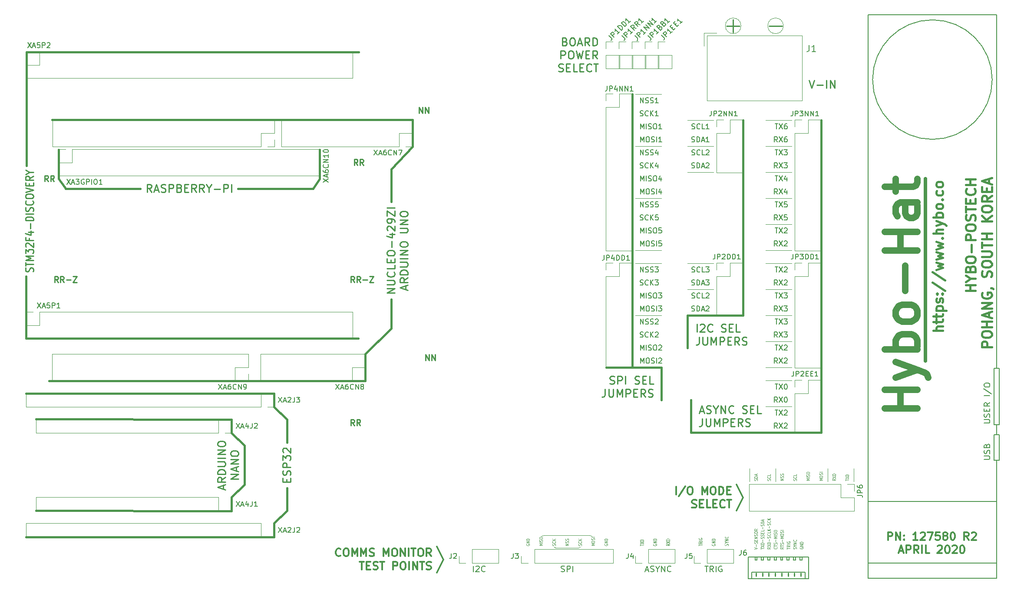
<source format=gbr>
G04 #@! TF.GenerationSoftware,KiCad,Pcbnew,(5.1.5-0-10_14)*
G04 #@! TF.CreationDate,2020-04-11T18:37:10+09:00*
G04 #@! TF.ProjectId,hybohat,6879626f-6861-4742-9e6b-696361645f70,rev?*
G04 #@! TF.SameCoordinates,Original*
G04 #@! TF.FileFunction,Legend,Top*
G04 #@! TF.FilePolarity,Positive*
%FSLAX46Y46*%
G04 Gerber Fmt 4.6, Leading zero omitted, Abs format (unit mm)*
G04 Created by KiCad (PCBNEW (5.1.5-0-10_14)) date 2020-04-11 18:37:10*
%MOMM*%
%LPD*%
G04 APERTURE LIST*
%ADD10C,0.304800*%
%ADD11C,0.203200*%
%ADD12C,0.254000*%
%ADD13C,0.120000*%
%ADD14C,0.101600*%
%ADD15C,0.050800*%
%ADD16C,0.635000*%
%ADD17C,0.381000*%
%ADD18C,1.270000*%
%ADD19C,0.127000*%
%ADD20C,0.200000*%
%ADD21C,0.150000*%
%ADD22C,0.250000*%
G04 APERTURE END LIST*
D10*
X244166571Y-134014028D02*
X244166571Y-132490028D01*
X244747142Y-132490028D01*
X244892285Y-132562600D01*
X244964857Y-132635171D01*
X245037428Y-132780314D01*
X245037428Y-132998028D01*
X244964857Y-133143171D01*
X244892285Y-133215742D01*
X244747142Y-133288314D01*
X244166571Y-133288314D01*
X245690571Y-134014028D02*
X245690571Y-132490028D01*
X246561428Y-134014028D01*
X246561428Y-132490028D01*
X247287142Y-133868885D02*
X247359714Y-133941457D01*
X247287142Y-134014028D01*
X247214571Y-133941457D01*
X247287142Y-133868885D01*
X247287142Y-134014028D01*
X247287142Y-133070600D02*
X247359714Y-133143171D01*
X247287142Y-133215742D01*
X247214571Y-133143171D01*
X247287142Y-133070600D01*
X247287142Y-133215742D01*
X249972285Y-134014028D02*
X249101428Y-134014028D01*
X249536857Y-134014028D02*
X249536857Y-132490028D01*
X249391714Y-132707742D01*
X249246571Y-132852885D01*
X249101428Y-132925457D01*
X250552857Y-132635171D02*
X250625428Y-132562600D01*
X250770571Y-132490028D01*
X251133428Y-132490028D01*
X251278571Y-132562600D01*
X251351142Y-132635171D01*
X251423714Y-132780314D01*
X251423714Y-132925457D01*
X251351142Y-133143171D01*
X250480285Y-134014028D01*
X251423714Y-134014028D01*
X251931714Y-132490028D02*
X252947714Y-132490028D01*
X252294571Y-134014028D01*
X254254000Y-132490028D02*
X253528285Y-132490028D01*
X253455714Y-133215742D01*
X253528285Y-133143171D01*
X253673428Y-133070600D01*
X254036285Y-133070600D01*
X254181428Y-133143171D01*
X254254000Y-133215742D01*
X254326571Y-133360885D01*
X254326571Y-133723742D01*
X254254000Y-133868885D01*
X254181428Y-133941457D01*
X254036285Y-134014028D01*
X253673428Y-134014028D01*
X253528285Y-133941457D01*
X253455714Y-133868885D01*
X255197428Y-133143171D02*
X255052285Y-133070600D01*
X254979714Y-132998028D01*
X254907142Y-132852885D01*
X254907142Y-132780314D01*
X254979714Y-132635171D01*
X255052285Y-132562600D01*
X255197428Y-132490028D01*
X255487714Y-132490028D01*
X255632857Y-132562600D01*
X255705428Y-132635171D01*
X255778000Y-132780314D01*
X255778000Y-132852885D01*
X255705428Y-132998028D01*
X255632857Y-133070600D01*
X255487714Y-133143171D01*
X255197428Y-133143171D01*
X255052285Y-133215742D01*
X254979714Y-133288314D01*
X254907142Y-133433457D01*
X254907142Y-133723742D01*
X254979714Y-133868885D01*
X255052285Y-133941457D01*
X255197428Y-134014028D01*
X255487714Y-134014028D01*
X255632857Y-133941457D01*
X255705428Y-133868885D01*
X255778000Y-133723742D01*
X255778000Y-133433457D01*
X255705428Y-133288314D01*
X255632857Y-133215742D01*
X255487714Y-133143171D01*
X256721428Y-132490028D02*
X256866571Y-132490028D01*
X257011714Y-132562600D01*
X257084285Y-132635171D01*
X257156857Y-132780314D01*
X257229428Y-133070600D01*
X257229428Y-133433457D01*
X257156857Y-133723742D01*
X257084285Y-133868885D01*
X257011714Y-133941457D01*
X256866571Y-134014028D01*
X256721428Y-134014028D01*
X256576285Y-133941457D01*
X256503714Y-133868885D01*
X256431142Y-133723742D01*
X256358571Y-133433457D01*
X256358571Y-133070600D01*
X256431142Y-132780314D01*
X256503714Y-132635171D01*
X256576285Y-132562600D01*
X256721428Y-132490028D01*
X259914571Y-134014028D02*
X259406571Y-133288314D01*
X259043714Y-134014028D02*
X259043714Y-132490028D01*
X259624285Y-132490028D01*
X259769428Y-132562600D01*
X259842000Y-132635171D01*
X259914571Y-132780314D01*
X259914571Y-132998028D01*
X259842000Y-133143171D01*
X259769428Y-133215742D01*
X259624285Y-133288314D01*
X259043714Y-133288314D01*
X260495142Y-132635171D02*
X260567714Y-132562600D01*
X260712857Y-132490028D01*
X261075714Y-132490028D01*
X261220857Y-132562600D01*
X261293428Y-132635171D01*
X261366000Y-132780314D01*
X261366000Y-132925457D01*
X261293428Y-133143171D01*
X260422571Y-134014028D01*
X261366000Y-134014028D01*
X246380000Y-136169400D02*
X247105714Y-136169400D01*
X246234857Y-136604828D02*
X246742857Y-135080828D01*
X247250857Y-136604828D01*
X247758857Y-136604828D02*
X247758857Y-135080828D01*
X248339428Y-135080828D01*
X248484571Y-135153400D01*
X248557142Y-135225971D01*
X248629714Y-135371114D01*
X248629714Y-135588828D01*
X248557142Y-135733971D01*
X248484571Y-135806542D01*
X248339428Y-135879114D01*
X247758857Y-135879114D01*
X250153714Y-136604828D02*
X249645714Y-135879114D01*
X249282857Y-136604828D02*
X249282857Y-135080828D01*
X249863428Y-135080828D01*
X250008571Y-135153400D01*
X250081142Y-135225971D01*
X250153714Y-135371114D01*
X250153714Y-135588828D01*
X250081142Y-135733971D01*
X250008571Y-135806542D01*
X249863428Y-135879114D01*
X249282857Y-135879114D01*
X250806857Y-136604828D02*
X250806857Y-135080828D01*
X252258285Y-136604828D02*
X251532571Y-136604828D01*
X251532571Y-135080828D01*
X253854857Y-135225971D02*
X253927428Y-135153400D01*
X254072571Y-135080828D01*
X254435428Y-135080828D01*
X254580571Y-135153400D01*
X254653142Y-135225971D01*
X254725714Y-135371114D01*
X254725714Y-135516257D01*
X254653142Y-135733971D01*
X253782285Y-136604828D01*
X254725714Y-136604828D01*
X255669142Y-135080828D02*
X255814285Y-135080828D01*
X255959428Y-135153400D01*
X256032000Y-135225971D01*
X256104571Y-135371114D01*
X256177142Y-135661400D01*
X256177142Y-136024257D01*
X256104571Y-136314542D01*
X256032000Y-136459685D01*
X255959428Y-136532257D01*
X255814285Y-136604828D01*
X255669142Y-136604828D01*
X255524000Y-136532257D01*
X255451428Y-136459685D01*
X255378857Y-136314542D01*
X255306285Y-136024257D01*
X255306285Y-135661400D01*
X255378857Y-135371114D01*
X255451428Y-135225971D01*
X255524000Y-135153400D01*
X255669142Y-135080828D01*
X256757714Y-135225971D02*
X256830285Y-135153400D01*
X256975428Y-135080828D01*
X257338285Y-135080828D01*
X257483428Y-135153400D01*
X257556000Y-135225971D01*
X257628571Y-135371114D01*
X257628571Y-135516257D01*
X257556000Y-135733971D01*
X256685142Y-136604828D01*
X257628571Y-136604828D01*
X258572000Y-135080828D02*
X258717142Y-135080828D01*
X258862285Y-135153400D01*
X258934857Y-135225971D01*
X259007428Y-135371114D01*
X259080000Y-135661400D01*
X259080000Y-136024257D01*
X259007428Y-136314542D01*
X258934857Y-136459685D01*
X258862285Y-136532257D01*
X258717142Y-136604828D01*
X258572000Y-136604828D01*
X258426857Y-136532257D01*
X258354285Y-136459685D01*
X258281714Y-136314542D01*
X258209142Y-136024257D01*
X258209142Y-135661400D01*
X258281714Y-135371114D01*
X258354285Y-135225971D01*
X258426857Y-135153400D01*
X258572000Y-135080828D01*
X156210000Y-135255000D02*
X157480000Y-137795000D01*
X157480000Y-137795000D02*
X156210000Y-140335000D01*
X215900000Y-125730000D02*
X214630000Y-128270000D01*
X214630000Y-123190000D02*
X215900000Y-125730000D01*
X137451737Y-137043885D02*
X137379165Y-137116457D01*
X137161451Y-137189028D01*
X137016308Y-137189028D01*
X136798594Y-137116457D01*
X136653451Y-136971314D01*
X136580880Y-136826171D01*
X136508308Y-136535885D01*
X136508308Y-136318171D01*
X136580880Y-136027885D01*
X136653451Y-135882742D01*
X136798594Y-135737600D01*
X137016308Y-135665028D01*
X137161451Y-135665028D01*
X137379165Y-135737600D01*
X137451737Y-135810171D01*
X138395165Y-135665028D02*
X138685451Y-135665028D01*
X138830594Y-135737600D01*
X138975737Y-135882742D01*
X139048308Y-136173028D01*
X139048308Y-136681028D01*
X138975737Y-136971314D01*
X138830594Y-137116457D01*
X138685451Y-137189028D01*
X138395165Y-137189028D01*
X138250022Y-137116457D01*
X138104880Y-136971314D01*
X138032308Y-136681028D01*
X138032308Y-136173028D01*
X138104880Y-135882742D01*
X138250022Y-135737600D01*
X138395165Y-135665028D01*
X139701451Y-137189028D02*
X139701451Y-135665028D01*
X140209451Y-136753600D01*
X140717451Y-135665028D01*
X140717451Y-137189028D01*
X141443165Y-137189028D02*
X141443165Y-135665028D01*
X141951165Y-136753600D01*
X142459165Y-135665028D01*
X142459165Y-137189028D01*
X143112308Y-137116457D02*
X143330022Y-137189028D01*
X143692880Y-137189028D01*
X143838022Y-137116457D01*
X143910594Y-137043885D01*
X143983165Y-136898742D01*
X143983165Y-136753600D01*
X143910594Y-136608457D01*
X143838022Y-136535885D01*
X143692880Y-136463314D01*
X143402594Y-136390742D01*
X143257451Y-136318171D01*
X143184880Y-136245600D01*
X143112308Y-136100457D01*
X143112308Y-135955314D01*
X143184880Y-135810171D01*
X143257451Y-135737600D01*
X143402594Y-135665028D01*
X143765451Y-135665028D01*
X143983165Y-135737600D01*
X145797451Y-137189028D02*
X145797451Y-135665028D01*
X146305451Y-136753600D01*
X146813451Y-135665028D01*
X146813451Y-137189028D01*
X147829451Y-135665028D02*
X148119737Y-135665028D01*
X148264880Y-135737600D01*
X148410022Y-135882742D01*
X148482594Y-136173028D01*
X148482594Y-136681028D01*
X148410022Y-136971314D01*
X148264880Y-137116457D01*
X148119737Y-137189028D01*
X147829451Y-137189028D01*
X147684308Y-137116457D01*
X147539165Y-136971314D01*
X147466594Y-136681028D01*
X147466594Y-136173028D01*
X147539165Y-135882742D01*
X147684308Y-135737600D01*
X147829451Y-135665028D01*
X149135737Y-137189028D02*
X149135737Y-135665028D01*
X150006594Y-137189028D01*
X150006594Y-135665028D01*
X150732308Y-137189028D02*
X150732308Y-135665028D01*
X151240308Y-135665028D02*
X152111165Y-135665028D01*
X151675737Y-137189028D02*
X151675737Y-135665028D01*
X152909451Y-135665028D02*
X153199737Y-135665028D01*
X153344880Y-135737600D01*
X153490022Y-135882742D01*
X153562594Y-136173028D01*
X153562594Y-136681028D01*
X153490022Y-136971314D01*
X153344880Y-137116457D01*
X153199737Y-137189028D01*
X152909451Y-137189028D01*
X152764308Y-137116457D01*
X152619165Y-136971314D01*
X152546594Y-136681028D01*
X152546594Y-136173028D01*
X152619165Y-135882742D01*
X152764308Y-135737600D01*
X152909451Y-135665028D01*
X155086594Y-137189028D02*
X154578594Y-136463314D01*
X154215737Y-137189028D02*
X154215737Y-135665028D01*
X154796308Y-135665028D01*
X154941451Y-135737600D01*
X155014022Y-135810171D01*
X155086594Y-135955314D01*
X155086594Y-136173028D01*
X155014022Y-136318171D01*
X154941451Y-136390742D01*
X154796308Y-136463314D01*
X154215737Y-136463314D01*
X141152880Y-138255828D02*
X142023737Y-138255828D01*
X141588308Y-139779828D02*
X141588308Y-138255828D01*
X142531737Y-138981542D02*
X143039737Y-138981542D01*
X143257451Y-139779828D02*
X142531737Y-139779828D01*
X142531737Y-138255828D01*
X143257451Y-138255828D01*
X143838022Y-139707257D02*
X144055737Y-139779828D01*
X144418594Y-139779828D01*
X144563737Y-139707257D01*
X144636308Y-139634685D01*
X144708880Y-139489542D01*
X144708880Y-139344400D01*
X144636308Y-139199257D01*
X144563737Y-139126685D01*
X144418594Y-139054114D01*
X144128308Y-138981542D01*
X143983165Y-138908971D01*
X143910594Y-138836400D01*
X143838022Y-138691257D01*
X143838022Y-138546114D01*
X143910594Y-138400971D01*
X143983165Y-138328400D01*
X144128308Y-138255828D01*
X144491165Y-138255828D01*
X144708880Y-138328400D01*
X145144308Y-138255828D02*
X146015165Y-138255828D01*
X145579737Y-139779828D02*
X145579737Y-138255828D01*
X147684308Y-139779828D02*
X147684308Y-138255828D01*
X148264880Y-138255828D01*
X148410022Y-138328400D01*
X148482594Y-138400971D01*
X148555165Y-138546114D01*
X148555165Y-138763828D01*
X148482594Y-138908971D01*
X148410022Y-138981542D01*
X148264880Y-139054114D01*
X147684308Y-139054114D01*
X149498594Y-138255828D02*
X149788880Y-138255828D01*
X149934022Y-138328400D01*
X150079165Y-138473542D01*
X150151737Y-138763828D01*
X150151737Y-139271828D01*
X150079165Y-139562114D01*
X149934022Y-139707257D01*
X149788880Y-139779828D01*
X149498594Y-139779828D01*
X149353451Y-139707257D01*
X149208308Y-139562114D01*
X149135737Y-139271828D01*
X149135737Y-138763828D01*
X149208308Y-138473542D01*
X149353451Y-138328400D01*
X149498594Y-138255828D01*
X150804880Y-139779828D02*
X150804880Y-138255828D01*
X151530594Y-139779828D02*
X151530594Y-138255828D01*
X152401451Y-139779828D01*
X152401451Y-138255828D01*
X152909451Y-138255828D02*
X153780308Y-138255828D01*
X153344880Y-139779828D02*
X153344880Y-138255828D01*
X154215737Y-139707257D02*
X154433451Y-139779828D01*
X154796308Y-139779828D01*
X154941451Y-139707257D01*
X155014022Y-139634685D01*
X155086594Y-139489542D01*
X155086594Y-139344400D01*
X155014022Y-139199257D01*
X154941451Y-139126685D01*
X154796308Y-139054114D01*
X154506022Y-138981542D01*
X154360880Y-138908971D01*
X154288308Y-138836400D01*
X154215737Y-138691257D01*
X154215737Y-138546114D01*
X154288308Y-138400971D01*
X154360880Y-138328400D01*
X154506022Y-138255828D01*
X154868880Y-138255828D01*
X155086594Y-138328400D01*
X202838594Y-125124028D02*
X202838594Y-123600028D01*
X204652880Y-123527457D02*
X203346594Y-125486885D01*
X205451165Y-123600028D02*
X205741451Y-123600028D01*
X205886594Y-123672600D01*
X206031737Y-123817742D01*
X206104308Y-124108028D01*
X206104308Y-124616028D01*
X206031737Y-124906314D01*
X205886594Y-125051457D01*
X205741451Y-125124028D01*
X205451165Y-125124028D01*
X205306022Y-125051457D01*
X205160880Y-124906314D01*
X205088308Y-124616028D01*
X205088308Y-124108028D01*
X205160880Y-123817742D01*
X205306022Y-123672600D01*
X205451165Y-123600028D01*
X207918594Y-125124028D02*
X207918594Y-123600028D01*
X208426594Y-124688600D01*
X208934594Y-123600028D01*
X208934594Y-125124028D01*
X209950594Y-123600028D02*
X210240880Y-123600028D01*
X210386022Y-123672600D01*
X210531165Y-123817742D01*
X210603737Y-124108028D01*
X210603737Y-124616028D01*
X210531165Y-124906314D01*
X210386022Y-125051457D01*
X210240880Y-125124028D01*
X209950594Y-125124028D01*
X209805451Y-125051457D01*
X209660308Y-124906314D01*
X209587737Y-124616028D01*
X209587737Y-124108028D01*
X209660308Y-123817742D01*
X209805451Y-123672600D01*
X209950594Y-123600028D01*
X211256880Y-125124028D02*
X211256880Y-123600028D01*
X211619737Y-123600028D01*
X211837451Y-123672600D01*
X211982594Y-123817742D01*
X212055165Y-123962885D01*
X212127737Y-124253171D01*
X212127737Y-124470885D01*
X212055165Y-124761171D01*
X211982594Y-124906314D01*
X211837451Y-125051457D01*
X211619737Y-125124028D01*
X211256880Y-125124028D01*
X212780880Y-124325742D02*
X213288880Y-124325742D01*
X213506594Y-125124028D02*
X212780880Y-125124028D01*
X212780880Y-123600028D01*
X213506594Y-123600028D01*
X205959165Y-127642257D02*
X206176880Y-127714828D01*
X206539737Y-127714828D01*
X206684880Y-127642257D01*
X206757451Y-127569685D01*
X206830022Y-127424542D01*
X206830022Y-127279400D01*
X206757451Y-127134257D01*
X206684880Y-127061685D01*
X206539737Y-126989114D01*
X206249451Y-126916542D01*
X206104308Y-126843971D01*
X206031737Y-126771400D01*
X205959165Y-126626257D01*
X205959165Y-126481114D01*
X206031737Y-126335971D01*
X206104308Y-126263400D01*
X206249451Y-126190828D01*
X206612308Y-126190828D01*
X206830022Y-126263400D01*
X207483165Y-126916542D02*
X207991165Y-126916542D01*
X208208880Y-127714828D02*
X207483165Y-127714828D01*
X207483165Y-126190828D01*
X208208880Y-126190828D01*
X209587737Y-127714828D02*
X208862022Y-127714828D01*
X208862022Y-126190828D01*
X210095737Y-126916542D02*
X210603737Y-126916542D01*
X210821451Y-127714828D02*
X210095737Y-127714828D01*
X210095737Y-126190828D01*
X210821451Y-126190828D01*
X212345451Y-127569685D02*
X212272880Y-127642257D01*
X212055165Y-127714828D01*
X211910022Y-127714828D01*
X211692308Y-127642257D01*
X211547165Y-127497114D01*
X211474594Y-127351971D01*
X211402022Y-127061685D01*
X211402022Y-126843971D01*
X211474594Y-126553685D01*
X211547165Y-126408542D01*
X211692308Y-126263400D01*
X211910022Y-126190828D01*
X212055165Y-126190828D01*
X212272880Y-126263400D01*
X212345451Y-126335971D01*
X212780880Y-126190828D02*
X213651737Y-126190828D01*
X213216308Y-127714828D02*
X213216308Y-126190828D01*
D11*
X262899071Y-111179428D02*
X263824357Y-111179428D01*
X263933214Y-111125000D01*
X263987642Y-111070571D01*
X264042071Y-110961714D01*
X264042071Y-110744000D01*
X263987642Y-110635142D01*
X263933214Y-110580714D01*
X263824357Y-110526285D01*
X262899071Y-110526285D01*
X263987642Y-110036428D02*
X264042071Y-109873142D01*
X264042071Y-109601000D01*
X263987642Y-109492142D01*
X263933214Y-109437714D01*
X263824357Y-109383285D01*
X263715500Y-109383285D01*
X263606642Y-109437714D01*
X263552214Y-109492142D01*
X263497785Y-109601000D01*
X263443357Y-109818714D01*
X263388928Y-109927571D01*
X263334500Y-109982000D01*
X263225642Y-110036428D01*
X263116785Y-110036428D01*
X263007928Y-109982000D01*
X262953500Y-109927571D01*
X262899071Y-109818714D01*
X262899071Y-109546571D01*
X262953500Y-109383285D01*
X263443357Y-108893428D02*
X263443357Y-108512428D01*
X264042071Y-108349142D02*
X264042071Y-108893428D01*
X262899071Y-108893428D01*
X262899071Y-108349142D01*
X264042071Y-107206142D02*
X263497785Y-107587142D01*
X264042071Y-107859285D02*
X262899071Y-107859285D01*
X262899071Y-107423857D01*
X262953500Y-107315000D01*
X263007928Y-107260571D01*
X263116785Y-107206142D01*
X263280071Y-107206142D01*
X263388928Y-107260571D01*
X263443357Y-107315000D01*
X263497785Y-107423857D01*
X263497785Y-107859285D01*
X264042071Y-105845428D02*
X262899071Y-105845428D01*
X262844642Y-104484714D02*
X264314214Y-105464428D01*
X262899071Y-103886000D02*
X262899071Y-103668285D01*
X262953500Y-103559428D01*
X263062357Y-103450571D01*
X263280071Y-103396142D01*
X263661071Y-103396142D01*
X263878785Y-103450571D01*
X263987642Y-103559428D01*
X264042071Y-103668285D01*
X264042071Y-103886000D01*
X263987642Y-103994857D01*
X263878785Y-104103714D01*
X263661071Y-104158142D01*
X263280071Y-104158142D01*
X263062357Y-104103714D01*
X262953500Y-103994857D01*
X262899071Y-103886000D01*
X262899071Y-118282357D02*
X263824357Y-118282357D01*
X263933214Y-118227928D01*
X263987642Y-118173500D01*
X264042071Y-118064642D01*
X264042071Y-117846928D01*
X263987642Y-117738071D01*
X263933214Y-117683642D01*
X263824357Y-117629214D01*
X262899071Y-117629214D01*
X263987642Y-117139357D02*
X264042071Y-116976071D01*
X264042071Y-116703928D01*
X263987642Y-116595071D01*
X263933214Y-116540642D01*
X263824357Y-116486214D01*
X263715500Y-116486214D01*
X263606642Y-116540642D01*
X263552214Y-116595071D01*
X263497785Y-116703928D01*
X263443357Y-116921642D01*
X263388928Y-117030500D01*
X263334500Y-117084928D01*
X263225642Y-117139357D01*
X263116785Y-117139357D01*
X263007928Y-117084928D01*
X262953500Y-117030500D01*
X262899071Y-116921642D01*
X262899071Y-116649500D01*
X262953500Y-116486214D01*
X263443357Y-115615357D02*
X263497785Y-115452071D01*
X263552214Y-115397642D01*
X263661071Y-115343214D01*
X263824357Y-115343214D01*
X263933214Y-115397642D01*
X263987642Y-115452071D01*
X264042071Y-115560928D01*
X264042071Y-115996357D01*
X262899071Y-115996357D01*
X262899071Y-115615357D01*
X262953500Y-115506500D01*
X263007928Y-115452071D01*
X263116785Y-115397642D01*
X263225642Y-115397642D01*
X263334500Y-115452071D01*
X263388928Y-115506500D01*
X263443357Y-115615357D01*
X263443357Y-115996357D01*
D12*
X154014714Y-98942071D02*
X154014714Y-97799071D01*
X154667857Y-98942071D01*
X154667857Y-97799071D01*
X155212142Y-98942071D02*
X155212142Y-97799071D01*
X155865285Y-98942071D01*
X155865285Y-97799071D01*
X152744714Y-50682071D02*
X152744714Y-49539071D01*
X153397857Y-50682071D01*
X153397857Y-49539071D01*
X153942142Y-50682071D02*
X153942142Y-49539071D01*
X154595285Y-50682071D01*
X154595285Y-49539071D01*
X140117285Y-111642071D02*
X139736285Y-111097785D01*
X139464142Y-111642071D02*
X139464142Y-110499071D01*
X139899571Y-110499071D01*
X140008428Y-110553500D01*
X140062857Y-110607928D01*
X140117285Y-110716785D01*
X140117285Y-110880071D01*
X140062857Y-110988928D01*
X140008428Y-111043357D01*
X139899571Y-111097785D01*
X139464142Y-111097785D01*
X141260285Y-111642071D02*
X140879285Y-111097785D01*
X140607142Y-111642071D02*
X140607142Y-110499071D01*
X141042571Y-110499071D01*
X141151428Y-110553500D01*
X141205857Y-110607928D01*
X141260285Y-110716785D01*
X141260285Y-110880071D01*
X141205857Y-110988928D01*
X141151428Y-111043357D01*
X141042571Y-111097785D01*
X140607142Y-111097785D01*
X82350428Y-83702071D02*
X81969428Y-83157785D01*
X81697285Y-83702071D02*
X81697285Y-82559071D01*
X82132714Y-82559071D01*
X82241571Y-82613500D01*
X82296000Y-82667928D01*
X82350428Y-82776785D01*
X82350428Y-82940071D01*
X82296000Y-83048928D01*
X82241571Y-83103357D01*
X82132714Y-83157785D01*
X81697285Y-83157785D01*
X83493428Y-83702071D02*
X83112428Y-83157785D01*
X82840285Y-83702071D02*
X82840285Y-82559071D01*
X83275714Y-82559071D01*
X83384571Y-82613500D01*
X83439000Y-82667928D01*
X83493428Y-82776785D01*
X83493428Y-82940071D01*
X83439000Y-83048928D01*
X83384571Y-83103357D01*
X83275714Y-83157785D01*
X82840285Y-83157785D01*
X83983285Y-83266642D02*
X84854142Y-83266642D01*
X85289571Y-82559071D02*
X86051571Y-82559071D01*
X85289571Y-83702071D01*
X86051571Y-83702071D01*
X140135428Y-83702071D02*
X139754428Y-83157785D01*
X139482285Y-83702071D02*
X139482285Y-82559071D01*
X139917714Y-82559071D01*
X140026571Y-82613500D01*
X140081000Y-82667928D01*
X140135428Y-82776785D01*
X140135428Y-82940071D01*
X140081000Y-83048928D01*
X140026571Y-83103357D01*
X139917714Y-83157785D01*
X139482285Y-83157785D01*
X141278428Y-83702071D02*
X140897428Y-83157785D01*
X140625285Y-83702071D02*
X140625285Y-82559071D01*
X141060714Y-82559071D01*
X141169571Y-82613500D01*
X141224000Y-82667928D01*
X141278428Y-82776785D01*
X141278428Y-82940071D01*
X141224000Y-83048928D01*
X141169571Y-83103357D01*
X141060714Y-83157785D01*
X140625285Y-83157785D01*
X141768285Y-83266642D02*
X142639142Y-83266642D01*
X143074571Y-82559071D02*
X143836571Y-82559071D01*
X143074571Y-83702071D01*
X143836571Y-83702071D01*
X140752285Y-60842071D02*
X140371285Y-60297785D01*
X140099142Y-60842071D02*
X140099142Y-59699071D01*
X140534571Y-59699071D01*
X140643428Y-59753500D01*
X140697857Y-59807928D01*
X140752285Y-59916785D01*
X140752285Y-60080071D01*
X140697857Y-60188928D01*
X140643428Y-60243357D01*
X140534571Y-60297785D01*
X140099142Y-60297785D01*
X141895285Y-60842071D02*
X141514285Y-60297785D01*
X141242142Y-60842071D02*
X141242142Y-59699071D01*
X141677571Y-59699071D01*
X141786428Y-59753500D01*
X141840857Y-59807928D01*
X141895285Y-59916785D01*
X141895285Y-60080071D01*
X141840857Y-60188928D01*
X141786428Y-60243357D01*
X141677571Y-60297785D01*
X141242142Y-60297785D01*
X80427285Y-64017071D02*
X80046285Y-63472785D01*
X79774142Y-64017071D02*
X79774142Y-62874071D01*
X80209571Y-62874071D01*
X80318428Y-62928500D01*
X80372857Y-62982928D01*
X80427285Y-63091785D01*
X80427285Y-63255071D01*
X80372857Y-63363928D01*
X80318428Y-63418357D01*
X80209571Y-63472785D01*
X79774142Y-63472785D01*
X81570285Y-64017071D02*
X81189285Y-63472785D01*
X80917142Y-64017071D02*
X80917142Y-62874071D01*
X81352571Y-62874071D01*
X81461428Y-62928500D01*
X81515857Y-62982928D01*
X81570285Y-63091785D01*
X81570285Y-63255071D01*
X81515857Y-63363928D01*
X81461428Y-63418357D01*
X81352571Y-63472785D01*
X80917142Y-63472785D01*
D13*
X186055000Y-133096000D02*
X186436000Y-133223000D01*
X177038000Y-133096000D02*
X176530000Y-133223000D01*
X177038000Y-133096000D02*
X186055000Y-133096000D01*
X179451000Y-135509000D02*
X179070000Y-135382000D01*
X183769000Y-135509000D02*
X184150000Y-135382000D01*
X179451000Y-135509000D02*
X183769000Y-135509000D01*
D14*
X186977261Y-135068007D02*
X186342261Y-135068007D01*
X186795833Y-134898674D01*
X186342261Y-134729340D01*
X186977261Y-134729340D01*
X186342261Y-134390674D02*
X186342261Y-134293912D01*
X186372500Y-134245531D01*
X186432976Y-134197150D01*
X186553928Y-134172960D01*
X186765595Y-134172960D01*
X186886547Y-134197150D01*
X186947023Y-134245531D01*
X186977261Y-134293912D01*
X186977261Y-134390674D01*
X186947023Y-134439055D01*
X186886547Y-134487436D01*
X186765595Y-134511626D01*
X186553928Y-134511626D01*
X186432976Y-134487436D01*
X186372500Y-134439055D01*
X186342261Y-134390674D01*
X186947023Y-133979436D02*
X186977261Y-133906864D01*
X186977261Y-133785912D01*
X186947023Y-133737531D01*
X186916785Y-133713340D01*
X186856309Y-133689150D01*
X186795833Y-133689150D01*
X186735357Y-133713340D01*
X186705119Y-133737531D01*
X186674880Y-133785912D01*
X186644642Y-133882674D01*
X186614404Y-133931055D01*
X186584166Y-133955245D01*
X186523690Y-133979436D01*
X186463214Y-133979436D01*
X186402738Y-133955245D01*
X186372500Y-133931055D01*
X186342261Y-133882674D01*
X186342261Y-133761721D01*
X186372500Y-133689150D01*
X186977261Y-133471436D02*
X186342261Y-133471436D01*
X184407023Y-135092198D02*
X184437261Y-135019626D01*
X184437261Y-134898674D01*
X184407023Y-134850293D01*
X184376785Y-134826102D01*
X184316309Y-134801912D01*
X184255833Y-134801912D01*
X184195357Y-134826102D01*
X184165119Y-134850293D01*
X184134880Y-134898674D01*
X184104642Y-134995436D01*
X184074404Y-135043817D01*
X184044166Y-135068007D01*
X183983690Y-135092198D01*
X183923214Y-135092198D01*
X183862738Y-135068007D01*
X183832500Y-135043817D01*
X183802261Y-134995436D01*
X183802261Y-134874483D01*
X183832500Y-134801912D01*
X184376785Y-134293912D02*
X184407023Y-134318102D01*
X184437261Y-134390674D01*
X184437261Y-134439055D01*
X184407023Y-134511626D01*
X184346547Y-134560007D01*
X184286071Y-134584198D01*
X184165119Y-134608388D01*
X184074404Y-134608388D01*
X183953452Y-134584198D01*
X183892976Y-134560007D01*
X183832500Y-134511626D01*
X183802261Y-134439055D01*
X183802261Y-134390674D01*
X183832500Y-134318102D01*
X183862738Y-134293912D01*
X184437261Y-134076198D02*
X183802261Y-134076198D01*
X184437261Y-133785912D02*
X184074404Y-134003626D01*
X183802261Y-133785912D02*
X184165119Y-134076198D01*
X181897261Y-135068007D02*
X181262261Y-135068007D01*
X181897261Y-134777721D01*
X181262261Y-134777721D01*
X181867023Y-134560007D02*
X181897261Y-134487436D01*
X181897261Y-134366483D01*
X181867023Y-134318102D01*
X181836785Y-134293912D01*
X181776309Y-134269721D01*
X181715833Y-134269721D01*
X181655357Y-134293912D01*
X181625119Y-134318102D01*
X181594880Y-134366483D01*
X181564642Y-134463245D01*
X181534404Y-134511626D01*
X181504166Y-134535817D01*
X181443690Y-134560007D01*
X181383214Y-134560007D01*
X181322738Y-134535817D01*
X181292500Y-134511626D01*
X181262261Y-134463245D01*
X181262261Y-134342293D01*
X181292500Y-134269721D01*
X181867023Y-134076198D02*
X181897261Y-134003626D01*
X181897261Y-133882674D01*
X181867023Y-133834293D01*
X181836785Y-133810102D01*
X181776309Y-133785912D01*
X181715833Y-133785912D01*
X181655357Y-133810102D01*
X181625119Y-133834293D01*
X181594880Y-133882674D01*
X181564642Y-133979436D01*
X181534404Y-134027817D01*
X181504166Y-134052007D01*
X181443690Y-134076198D01*
X181383214Y-134076198D01*
X181322738Y-134052007D01*
X181292500Y-134027817D01*
X181262261Y-133979436D01*
X181262261Y-133858483D01*
X181292500Y-133785912D01*
X176817261Y-135068007D02*
X176182261Y-135068007D01*
X176635833Y-134898674D01*
X176182261Y-134729340D01*
X176817261Y-134729340D01*
X176817261Y-134487436D02*
X176182261Y-134487436D01*
X176787023Y-134269721D02*
X176817261Y-134197150D01*
X176817261Y-134076198D01*
X176787023Y-134027817D01*
X176756785Y-134003626D01*
X176696309Y-133979436D01*
X176635833Y-133979436D01*
X176575357Y-134003626D01*
X176545119Y-134027817D01*
X176514880Y-134076198D01*
X176484642Y-134172960D01*
X176454404Y-134221340D01*
X176424166Y-134245531D01*
X176363690Y-134269721D01*
X176303214Y-134269721D01*
X176242738Y-134245531D01*
X176212500Y-134221340D01*
X176182261Y-134172960D01*
X176182261Y-134052007D01*
X176212500Y-133979436D01*
X176182261Y-133664960D02*
X176182261Y-133568198D01*
X176212500Y-133519817D01*
X176272976Y-133471436D01*
X176393928Y-133447245D01*
X176605595Y-133447245D01*
X176726547Y-133471436D01*
X176787023Y-133519817D01*
X176817261Y-133568198D01*
X176817261Y-133664960D01*
X176787023Y-133713340D01*
X176726547Y-133761721D01*
X176605595Y-133785912D01*
X176393928Y-133785912D01*
X176272976Y-133761721D01*
X176212500Y-133713340D01*
X176182261Y-133664960D01*
X188912500Y-134801912D02*
X188882261Y-134850293D01*
X188882261Y-134922864D01*
X188912500Y-134995436D01*
X188972976Y-135043817D01*
X189033452Y-135068007D01*
X189154404Y-135092198D01*
X189245119Y-135092198D01*
X189366071Y-135068007D01*
X189426547Y-135043817D01*
X189487023Y-134995436D01*
X189517261Y-134922864D01*
X189517261Y-134874483D01*
X189487023Y-134801912D01*
X189456785Y-134777721D01*
X189245119Y-134777721D01*
X189245119Y-134874483D01*
X189517261Y-134560007D02*
X188882261Y-134560007D01*
X189517261Y-134269721D01*
X188882261Y-134269721D01*
X189517261Y-134027817D02*
X188882261Y-134027817D01*
X188882261Y-133906864D01*
X188912500Y-133834293D01*
X188972976Y-133785912D01*
X189033452Y-133761721D01*
X189154404Y-133737531D01*
X189245119Y-133737531D01*
X189366071Y-133761721D01*
X189426547Y-133785912D01*
X189487023Y-133834293D01*
X189517261Y-133906864D01*
X189517261Y-134027817D01*
X179327023Y-135092198D02*
X179357261Y-135019626D01*
X179357261Y-134898674D01*
X179327023Y-134850293D01*
X179296785Y-134826102D01*
X179236309Y-134801912D01*
X179175833Y-134801912D01*
X179115357Y-134826102D01*
X179085119Y-134850293D01*
X179054880Y-134898674D01*
X179024642Y-134995436D01*
X178994404Y-135043817D01*
X178964166Y-135068007D01*
X178903690Y-135092198D01*
X178843214Y-135092198D01*
X178782738Y-135068007D01*
X178752500Y-135043817D01*
X178722261Y-134995436D01*
X178722261Y-134874483D01*
X178752500Y-134801912D01*
X179296785Y-134293912D02*
X179327023Y-134318102D01*
X179357261Y-134390674D01*
X179357261Y-134439055D01*
X179327023Y-134511626D01*
X179266547Y-134560007D01*
X179206071Y-134584198D01*
X179085119Y-134608388D01*
X178994404Y-134608388D01*
X178873452Y-134584198D01*
X178812976Y-134560007D01*
X178752500Y-134511626D01*
X178722261Y-134439055D01*
X178722261Y-134390674D01*
X178752500Y-134318102D01*
X178782738Y-134293912D01*
X179357261Y-134076198D02*
X178722261Y-134076198D01*
X179357261Y-133785912D02*
X178994404Y-134003626D01*
X178722261Y-133785912D02*
X179085119Y-134076198D01*
X173672500Y-134801912D02*
X173642261Y-134850293D01*
X173642261Y-134922864D01*
X173672500Y-134995436D01*
X173732976Y-135043817D01*
X173793452Y-135068007D01*
X173914404Y-135092198D01*
X174005119Y-135092198D01*
X174126071Y-135068007D01*
X174186547Y-135043817D01*
X174247023Y-134995436D01*
X174277261Y-134922864D01*
X174277261Y-134874483D01*
X174247023Y-134801912D01*
X174216785Y-134777721D01*
X174005119Y-134777721D01*
X174005119Y-134874483D01*
X174277261Y-134560007D02*
X173642261Y-134560007D01*
X174277261Y-134269721D01*
X173642261Y-134269721D01*
X174277261Y-134027817D02*
X173642261Y-134027817D01*
X173642261Y-133906864D01*
X173672500Y-133834293D01*
X173732976Y-133785912D01*
X173793452Y-133761721D01*
X173914404Y-133737531D01*
X174005119Y-133737531D01*
X174126071Y-133761721D01*
X174186547Y-133785912D01*
X174247023Y-133834293D01*
X174277261Y-133906864D01*
X174277261Y-134027817D01*
X198437500Y-134801912D02*
X198407261Y-134850293D01*
X198407261Y-134922864D01*
X198437500Y-134995436D01*
X198497976Y-135043817D01*
X198558452Y-135068007D01*
X198679404Y-135092198D01*
X198770119Y-135092198D01*
X198891071Y-135068007D01*
X198951547Y-135043817D01*
X199012023Y-134995436D01*
X199042261Y-134922864D01*
X199042261Y-134874483D01*
X199012023Y-134801912D01*
X198981785Y-134777721D01*
X198770119Y-134777721D01*
X198770119Y-134874483D01*
X199042261Y-134560007D02*
X198407261Y-134560007D01*
X199042261Y-134269721D01*
X198407261Y-134269721D01*
X199042261Y-134027817D02*
X198407261Y-134027817D01*
X198407261Y-133906864D01*
X198437500Y-133834293D01*
X198497976Y-133785912D01*
X198558452Y-133761721D01*
X198679404Y-133737531D01*
X198770119Y-133737531D01*
X198891071Y-133761721D01*
X198951547Y-133785912D01*
X199012023Y-133834293D01*
X199042261Y-133906864D01*
X199042261Y-134027817D01*
X201582261Y-134777721D02*
X201279880Y-134947055D01*
X201582261Y-135068007D02*
X200947261Y-135068007D01*
X200947261Y-134874483D01*
X200977500Y-134826102D01*
X201007738Y-134801912D01*
X201068214Y-134777721D01*
X201158928Y-134777721D01*
X201219404Y-134801912D01*
X201249642Y-134826102D01*
X201279880Y-134874483D01*
X201279880Y-135068007D01*
X200947261Y-134608388D02*
X201582261Y-134269721D01*
X200947261Y-134269721D02*
X201582261Y-134608388D01*
X201582261Y-134076198D02*
X200947261Y-134076198D01*
X200947261Y-133955245D01*
X200977500Y-133882674D01*
X201037976Y-133834293D01*
X201098452Y-133810102D01*
X201219404Y-133785912D01*
X201310119Y-133785912D01*
X201431071Y-133810102D01*
X201491547Y-133834293D01*
X201552023Y-133882674D01*
X201582261Y-133955245D01*
X201582261Y-134076198D01*
X195867261Y-135140579D02*
X195867261Y-134850293D01*
X196502261Y-134995436D02*
X195867261Y-134995436D01*
X195867261Y-134729340D02*
X196502261Y-134390674D01*
X195867261Y-134390674D02*
X196502261Y-134729340D01*
X196502261Y-134197150D02*
X195867261Y-134197150D01*
X195867261Y-134076198D01*
X195897500Y-134003626D01*
X195957976Y-133955245D01*
X196018452Y-133931055D01*
X196139404Y-133906864D01*
X196230119Y-133906864D01*
X196351071Y-133931055D01*
X196411547Y-133955245D01*
X196472023Y-134003626D01*
X196502261Y-134076198D01*
X196502261Y-134197150D01*
X209867500Y-134801912D02*
X209837261Y-134850293D01*
X209837261Y-134922864D01*
X209867500Y-134995436D01*
X209927976Y-135043817D01*
X209988452Y-135068007D01*
X210109404Y-135092198D01*
X210200119Y-135092198D01*
X210321071Y-135068007D01*
X210381547Y-135043817D01*
X210442023Y-134995436D01*
X210472261Y-134922864D01*
X210472261Y-134874483D01*
X210442023Y-134801912D01*
X210411785Y-134777721D01*
X210200119Y-134777721D01*
X210200119Y-134874483D01*
X210472261Y-134560007D02*
X209837261Y-134560007D01*
X210472261Y-134269721D01*
X209837261Y-134269721D01*
X210472261Y-134027817D02*
X209837261Y-134027817D01*
X209837261Y-133906864D01*
X209867500Y-133834293D01*
X209927976Y-133785912D01*
X209988452Y-133761721D01*
X210109404Y-133737531D01*
X210200119Y-133737531D01*
X210321071Y-133761721D01*
X210381547Y-133785912D01*
X210442023Y-133834293D01*
X210472261Y-133906864D01*
X210472261Y-134027817D01*
D15*
X223774000Y-33655000D02*
G75*
G03X223774000Y-33655000I-1524000J0D01*
G01*
X215519000Y-33655000D02*
G75*
G03X215519000Y-33655000I-1524000J0D01*
G01*
D12*
X220980000Y-33655000D02*
X223520000Y-33655000D01*
X212725000Y-33655000D02*
X215265000Y-33655000D01*
X213995000Y-32385000D02*
X213995000Y-34925000D01*
D16*
X251460000Y-63500000D02*
X251460000Y-99060000D01*
D17*
X254861785Y-93139078D02*
X252956785Y-93139078D01*
X254861785Y-92322650D02*
X253863928Y-92322650D01*
X253682500Y-92413364D01*
X253591785Y-92594792D01*
X253591785Y-92866935D01*
X253682500Y-93048364D01*
X253773214Y-93139078D01*
X253591785Y-91687650D02*
X253591785Y-90961935D01*
X252956785Y-91415507D02*
X254589642Y-91415507D01*
X254771071Y-91324792D01*
X254861785Y-91143364D01*
X254861785Y-90961935D01*
X253591785Y-90599078D02*
X253591785Y-89873364D01*
X252956785Y-90326935D02*
X254589642Y-90326935D01*
X254771071Y-90236221D01*
X254861785Y-90054792D01*
X254861785Y-89873364D01*
X253591785Y-89238364D02*
X255496785Y-89238364D01*
X253682500Y-89238364D02*
X253591785Y-89056935D01*
X253591785Y-88694078D01*
X253682500Y-88512650D01*
X253773214Y-88421935D01*
X253954642Y-88331221D01*
X254498928Y-88331221D01*
X254680357Y-88421935D01*
X254771071Y-88512650D01*
X254861785Y-88694078D01*
X254861785Y-89056935D01*
X254771071Y-89238364D01*
X254771071Y-87605507D02*
X254861785Y-87424078D01*
X254861785Y-87061221D01*
X254771071Y-86879792D01*
X254589642Y-86789078D01*
X254498928Y-86789078D01*
X254317500Y-86879792D01*
X254226785Y-87061221D01*
X254226785Y-87333364D01*
X254136071Y-87514792D01*
X253954642Y-87605507D01*
X253863928Y-87605507D01*
X253682500Y-87514792D01*
X253591785Y-87333364D01*
X253591785Y-87061221D01*
X253682500Y-86879792D01*
X254680357Y-85972650D02*
X254771071Y-85881935D01*
X254861785Y-85972650D01*
X254771071Y-86063364D01*
X254680357Y-85972650D01*
X254861785Y-85972650D01*
X253682500Y-85972650D02*
X253773214Y-85881935D01*
X253863928Y-85972650D01*
X253773214Y-86063364D01*
X253682500Y-85972650D01*
X253863928Y-85972650D01*
X252866071Y-83704792D02*
X255315357Y-85337650D01*
X252866071Y-81709078D02*
X255315357Y-83341935D01*
X253591785Y-81255507D02*
X254861785Y-80892650D01*
X253954642Y-80529792D01*
X254861785Y-80166935D01*
X253591785Y-79804078D01*
X253591785Y-79259792D02*
X254861785Y-78896935D01*
X253954642Y-78534078D01*
X254861785Y-78171221D01*
X253591785Y-77808364D01*
X253591785Y-77264078D02*
X254861785Y-76901221D01*
X253954642Y-76538364D01*
X254861785Y-76175507D01*
X253591785Y-75812650D01*
X254680357Y-75086935D02*
X254771071Y-74996221D01*
X254861785Y-75086935D01*
X254771071Y-75177650D01*
X254680357Y-75086935D01*
X254861785Y-75086935D01*
X254861785Y-74179792D02*
X252956785Y-74179792D01*
X254861785Y-73363364D02*
X253863928Y-73363364D01*
X253682500Y-73454078D01*
X253591785Y-73635507D01*
X253591785Y-73907650D01*
X253682500Y-74089078D01*
X253773214Y-74179792D01*
X253591785Y-72637650D02*
X254861785Y-72184078D01*
X253591785Y-71730507D02*
X254861785Y-72184078D01*
X255315357Y-72365507D01*
X255406071Y-72456221D01*
X255496785Y-72637650D01*
X254861785Y-71004792D02*
X252956785Y-71004792D01*
X253682500Y-71004792D02*
X253591785Y-70823364D01*
X253591785Y-70460507D01*
X253682500Y-70279078D01*
X253773214Y-70188364D01*
X253954642Y-70097650D01*
X254498928Y-70097650D01*
X254680357Y-70188364D01*
X254771071Y-70279078D01*
X254861785Y-70460507D01*
X254861785Y-70823364D01*
X254771071Y-71004792D01*
X254861785Y-69009078D02*
X254771071Y-69190507D01*
X254680357Y-69281221D01*
X254498928Y-69371935D01*
X253954642Y-69371935D01*
X253773214Y-69281221D01*
X253682500Y-69190507D01*
X253591785Y-69009078D01*
X253591785Y-68736935D01*
X253682500Y-68555507D01*
X253773214Y-68464792D01*
X253954642Y-68374078D01*
X254498928Y-68374078D01*
X254680357Y-68464792D01*
X254771071Y-68555507D01*
X254861785Y-68736935D01*
X254861785Y-69009078D01*
X254680357Y-67557650D02*
X254771071Y-67466935D01*
X254861785Y-67557650D01*
X254771071Y-67648364D01*
X254680357Y-67557650D01*
X254861785Y-67557650D01*
X254771071Y-65834078D02*
X254861785Y-66015507D01*
X254861785Y-66378364D01*
X254771071Y-66559792D01*
X254680357Y-66650507D01*
X254498928Y-66741221D01*
X253954642Y-66741221D01*
X253773214Y-66650507D01*
X253682500Y-66559792D01*
X253591785Y-66378364D01*
X253591785Y-66015507D01*
X253682500Y-65834078D01*
X254861785Y-64745507D02*
X254771071Y-64926935D01*
X254680357Y-65017650D01*
X254498928Y-65108364D01*
X253954642Y-65108364D01*
X253773214Y-65017650D01*
X253682500Y-64926935D01*
X253591785Y-64745507D01*
X253591785Y-64473364D01*
X253682500Y-64291935D01*
X253773214Y-64201221D01*
X253954642Y-64110507D01*
X254498928Y-64110507D01*
X254680357Y-64201221D01*
X254771071Y-64291935D01*
X254861785Y-64473364D01*
X254861785Y-64745507D01*
X264386785Y-96314078D02*
X262481785Y-96314078D01*
X262481785Y-95588364D01*
X262572500Y-95406935D01*
X262663214Y-95316221D01*
X262844642Y-95225507D01*
X263116785Y-95225507D01*
X263298214Y-95316221D01*
X263388928Y-95406935D01*
X263479642Y-95588364D01*
X263479642Y-96314078D01*
X262481785Y-94046221D02*
X262481785Y-93683364D01*
X262572500Y-93501935D01*
X262753928Y-93320507D01*
X263116785Y-93229792D01*
X263751785Y-93229792D01*
X264114642Y-93320507D01*
X264296071Y-93501935D01*
X264386785Y-93683364D01*
X264386785Y-94046221D01*
X264296071Y-94227650D01*
X264114642Y-94409078D01*
X263751785Y-94499792D01*
X263116785Y-94499792D01*
X262753928Y-94409078D01*
X262572500Y-94227650D01*
X262481785Y-94046221D01*
X264386785Y-92413364D02*
X262481785Y-92413364D01*
X263388928Y-92413364D02*
X263388928Y-91324792D01*
X264386785Y-91324792D02*
X262481785Y-91324792D01*
X263842500Y-90508364D02*
X263842500Y-89601221D01*
X264386785Y-90689792D02*
X262481785Y-90054792D01*
X264386785Y-89419792D01*
X264386785Y-88784792D02*
X262481785Y-88784792D01*
X264386785Y-87696221D01*
X262481785Y-87696221D01*
X262572500Y-85791221D02*
X262481785Y-85972650D01*
X262481785Y-86244792D01*
X262572500Y-86516935D01*
X262753928Y-86698364D01*
X262935357Y-86789078D01*
X263298214Y-86879792D01*
X263570357Y-86879792D01*
X263933214Y-86789078D01*
X264114642Y-86698364D01*
X264296071Y-86516935D01*
X264386785Y-86244792D01*
X264386785Y-86063364D01*
X264296071Y-85791221D01*
X264205357Y-85700507D01*
X263570357Y-85700507D01*
X263570357Y-86063364D01*
X264296071Y-84793364D02*
X264386785Y-84793364D01*
X264568214Y-84884078D01*
X264658928Y-84974792D01*
X264296071Y-82616221D02*
X264386785Y-82344078D01*
X264386785Y-81890507D01*
X264296071Y-81709078D01*
X264205357Y-81618364D01*
X264023928Y-81527650D01*
X263842500Y-81527650D01*
X263661071Y-81618364D01*
X263570357Y-81709078D01*
X263479642Y-81890507D01*
X263388928Y-82253364D01*
X263298214Y-82434792D01*
X263207500Y-82525507D01*
X263026071Y-82616221D01*
X262844642Y-82616221D01*
X262663214Y-82525507D01*
X262572500Y-82434792D01*
X262481785Y-82253364D01*
X262481785Y-81799792D01*
X262572500Y-81527650D01*
X262481785Y-80348364D02*
X262481785Y-79985507D01*
X262572500Y-79804078D01*
X262753928Y-79622650D01*
X263116785Y-79531935D01*
X263751785Y-79531935D01*
X264114642Y-79622650D01*
X264296071Y-79804078D01*
X264386785Y-79985507D01*
X264386785Y-80348364D01*
X264296071Y-80529792D01*
X264114642Y-80711221D01*
X263751785Y-80801935D01*
X263116785Y-80801935D01*
X262753928Y-80711221D01*
X262572500Y-80529792D01*
X262481785Y-80348364D01*
X262481785Y-78715507D02*
X264023928Y-78715507D01*
X264205357Y-78624792D01*
X264296071Y-78534078D01*
X264386785Y-78352650D01*
X264386785Y-77989792D01*
X264296071Y-77808364D01*
X264205357Y-77717650D01*
X264023928Y-77626935D01*
X262481785Y-77626935D01*
X262481785Y-76991935D02*
X262481785Y-75903364D01*
X264386785Y-76447650D02*
X262481785Y-76447650D01*
X264386785Y-75268364D02*
X262481785Y-75268364D01*
X263388928Y-75268364D02*
X263388928Y-74179792D01*
X264386785Y-74179792D02*
X262481785Y-74179792D01*
X264386785Y-71821221D02*
X262481785Y-71821221D01*
X264386785Y-70732650D02*
X263298214Y-71549078D01*
X262481785Y-70732650D02*
X263570357Y-71821221D01*
X262481785Y-69553364D02*
X262481785Y-69190507D01*
X262572500Y-69009078D01*
X262753928Y-68827650D01*
X263116785Y-68736935D01*
X263751785Y-68736935D01*
X264114642Y-68827650D01*
X264296071Y-69009078D01*
X264386785Y-69190507D01*
X264386785Y-69553364D01*
X264296071Y-69734792D01*
X264114642Y-69916221D01*
X263751785Y-70006935D01*
X263116785Y-70006935D01*
X262753928Y-69916221D01*
X262572500Y-69734792D01*
X262481785Y-69553364D01*
X264386785Y-66831935D02*
X263479642Y-67466935D01*
X264386785Y-67920507D02*
X262481785Y-67920507D01*
X262481785Y-67194792D01*
X262572500Y-67013364D01*
X262663214Y-66922650D01*
X262844642Y-66831935D01*
X263116785Y-66831935D01*
X263298214Y-66922650D01*
X263388928Y-67013364D01*
X263479642Y-67194792D01*
X263479642Y-67920507D01*
X263388928Y-66015507D02*
X263388928Y-65380507D01*
X264386785Y-65108364D02*
X264386785Y-66015507D01*
X262481785Y-66015507D01*
X262481785Y-65108364D01*
X263842500Y-64382650D02*
X263842500Y-63475507D01*
X264386785Y-64564078D02*
X262481785Y-63929078D01*
X264386785Y-63294078D01*
X261211785Y-85337650D02*
X259306785Y-85337650D01*
X260213928Y-85337650D02*
X260213928Y-84249078D01*
X261211785Y-84249078D02*
X259306785Y-84249078D01*
X260304642Y-82979078D02*
X261211785Y-82979078D01*
X259306785Y-83614078D02*
X260304642Y-82979078D01*
X259306785Y-82344078D01*
X260213928Y-81074078D02*
X260304642Y-80801935D01*
X260395357Y-80711221D01*
X260576785Y-80620507D01*
X260848928Y-80620507D01*
X261030357Y-80711221D01*
X261121071Y-80801935D01*
X261211785Y-80983364D01*
X261211785Y-81709078D01*
X259306785Y-81709078D01*
X259306785Y-81074078D01*
X259397500Y-80892650D01*
X259488214Y-80801935D01*
X259669642Y-80711221D01*
X259851071Y-80711221D01*
X260032500Y-80801935D01*
X260123214Y-80892650D01*
X260213928Y-81074078D01*
X260213928Y-81709078D01*
X259306785Y-79441221D02*
X259306785Y-79078364D01*
X259397500Y-78896935D01*
X259578928Y-78715507D01*
X259941785Y-78624792D01*
X260576785Y-78624792D01*
X260939642Y-78715507D01*
X261121071Y-78896935D01*
X261211785Y-79078364D01*
X261211785Y-79441221D01*
X261121071Y-79622650D01*
X260939642Y-79804078D01*
X260576785Y-79894792D01*
X259941785Y-79894792D01*
X259578928Y-79804078D01*
X259397500Y-79622650D01*
X259306785Y-79441221D01*
X260486071Y-77808364D02*
X260486071Y-76356935D01*
X261211785Y-75449792D02*
X259306785Y-75449792D01*
X259306785Y-74724078D01*
X259397500Y-74542650D01*
X259488214Y-74451935D01*
X259669642Y-74361221D01*
X259941785Y-74361221D01*
X260123214Y-74451935D01*
X260213928Y-74542650D01*
X260304642Y-74724078D01*
X260304642Y-75449792D01*
X259306785Y-73181935D02*
X259306785Y-72819078D01*
X259397500Y-72637650D01*
X259578928Y-72456221D01*
X259941785Y-72365507D01*
X260576785Y-72365507D01*
X260939642Y-72456221D01*
X261121071Y-72637650D01*
X261211785Y-72819078D01*
X261211785Y-73181935D01*
X261121071Y-73363364D01*
X260939642Y-73544792D01*
X260576785Y-73635507D01*
X259941785Y-73635507D01*
X259578928Y-73544792D01*
X259397500Y-73363364D01*
X259306785Y-73181935D01*
X261121071Y-71639792D02*
X261211785Y-71367650D01*
X261211785Y-70914078D01*
X261121071Y-70732650D01*
X261030357Y-70641935D01*
X260848928Y-70551221D01*
X260667500Y-70551221D01*
X260486071Y-70641935D01*
X260395357Y-70732650D01*
X260304642Y-70914078D01*
X260213928Y-71276935D01*
X260123214Y-71458364D01*
X260032500Y-71549078D01*
X259851071Y-71639792D01*
X259669642Y-71639792D01*
X259488214Y-71549078D01*
X259397500Y-71458364D01*
X259306785Y-71276935D01*
X259306785Y-70823364D01*
X259397500Y-70551221D01*
X259306785Y-70006935D02*
X259306785Y-68918364D01*
X261211785Y-69462650D02*
X259306785Y-69462650D01*
X260213928Y-68283364D02*
X260213928Y-67648364D01*
X261211785Y-67376221D02*
X261211785Y-68283364D01*
X259306785Y-68283364D01*
X259306785Y-67376221D01*
X261030357Y-65471221D02*
X261121071Y-65561935D01*
X261211785Y-65834078D01*
X261211785Y-66015507D01*
X261121071Y-66287650D01*
X260939642Y-66469078D01*
X260758214Y-66559792D01*
X260395357Y-66650507D01*
X260123214Y-66650507D01*
X259760357Y-66559792D01*
X259578928Y-66469078D01*
X259397500Y-66287650D01*
X259306785Y-66015507D01*
X259306785Y-65834078D01*
X259397500Y-65561935D01*
X259488214Y-65471221D01*
X261211785Y-64654792D02*
X259306785Y-64654792D01*
X260213928Y-64654792D02*
X260213928Y-63566221D01*
X261211785Y-63566221D02*
X259306785Y-63566221D01*
D18*
X249887619Y-108282619D02*
X243537619Y-108282619D01*
X246561428Y-108282619D02*
X246561428Y-104654047D01*
X249887619Y-104654047D02*
X243537619Y-104654047D01*
X245654285Y-102235000D02*
X249887619Y-100723095D01*
X245654285Y-99211190D02*
X249887619Y-100723095D01*
X251399523Y-101327857D01*
X251701904Y-101630238D01*
X252004285Y-102235000D01*
X249887619Y-96792142D02*
X243537619Y-96792142D01*
X245956666Y-96792142D02*
X245654285Y-96187380D01*
X245654285Y-94977857D01*
X245956666Y-94373095D01*
X246259047Y-94070714D01*
X246863809Y-93768333D01*
X248678095Y-93768333D01*
X249282857Y-94070714D01*
X249585238Y-94373095D01*
X249887619Y-94977857D01*
X249887619Y-96187380D01*
X249585238Y-96792142D01*
X249887619Y-90139761D02*
X249585238Y-90744523D01*
X249282857Y-91046904D01*
X248678095Y-91349285D01*
X246863809Y-91349285D01*
X246259047Y-91046904D01*
X245956666Y-90744523D01*
X245654285Y-90139761D01*
X245654285Y-89232619D01*
X245956666Y-88627857D01*
X246259047Y-88325476D01*
X246863809Y-88023095D01*
X248678095Y-88023095D01*
X249282857Y-88325476D01*
X249585238Y-88627857D01*
X249887619Y-89232619D01*
X249887619Y-90139761D01*
X247468571Y-85301666D02*
X247468571Y-80463571D01*
X249887619Y-77439761D02*
X243537619Y-77439761D01*
X246561428Y-77439761D02*
X246561428Y-73811190D01*
X249887619Y-73811190D02*
X243537619Y-73811190D01*
X249887619Y-68065952D02*
X246561428Y-68065952D01*
X245956666Y-68368333D01*
X245654285Y-68973095D01*
X245654285Y-70182619D01*
X245956666Y-70787380D01*
X249585238Y-68065952D02*
X249887619Y-68670714D01*
X249887619Y-70182619D01*
X249585238Y-70787380D01*
X248980476Y-71089761D01*
X248375714Y-71089761D01*
X247770952Y-70787380D01*
X247468571Y-70182619D01*
X247468571Y-68670714D01*
X247166190Y-68065952D01*
X245654285Y-65949285D02*
X245654285Y-63530238D01*
X243537619Y-65042142D02*
X248980476Y-65042142D01*
X249585238Y-64739761D01*
X249887619Y-64135000D01*
X249887619Y-63530238D01*
D17*
X231140000Y-52070000D02*
X231140000Y-113030000D01*
X215900000Y-52070000D02*
X215900000Y-90170000D01*
X194310000Y-46990000D02*
X194310000Y-100330000D01*
X189230000Y-100330000D02*
X200025000Y-100330000D01*
X200025000Y-100330000D02*
X200025000Y-106680000D01*
X205740000Y-106680000D02*
X205740000Y-113030000D01*
X205105000Y-90170000D02*
X205105000Y-96520000D01*
X205105000Y-90170000D02*
X215900000Y-90170000D01*
X205740000Y-113030000D02*
X231140000Y-113030000D01*
D12*
X207465385Y-108839000D02*
X208191100Y-108839000D01*
X207320242Y-109274428D02*
X207828242Y-107750428D01*
X208336242Y-109274428D01*
X208771671Y-109201857D02*
X208989385Y-109274428D01*
X209352242Y-109274428D01*
X209497385Y-109201857D01*
X209569957Y-109129285D01*
X209642528Y-108984142D01*
X209642528Y-108839000D01*
X209569957Y-108693857D01*
X209497385Y-108621285D01*
X209352242Y-108548714D01*
X209061957Y-108476142D01*
X208916814Y-108403571D01*
X208844242Y-108331000D01*
X208771671Y-108185857D01*
X208771671Y-108040714D01*
X208844242Y-107895571D01*
X208916814Y-107823000D01*
X209061957Y-107750428D01*
X209424814Y-107750428D01*
X209642528Y-107823000D01*
X210585957Y-108548714D02*
X210585957Y-109274428D01*
X210077957Y-107750428D02*
X210585957Y-108548714D01*
X211093957Y-107750428D01*
X211601957Y-109274428D02*
X211601957Y-107750428D01*
X212472814Y-109274428D01*
X212472814Y-107750428D01*
X214069385Y-109129285D02*
X213996814Y-109201857D01*
X213779100Y-109274428D01*
X213633957Y-109274428D01*
X213416242Y-109201857D01*
X213271100Y-109056714D01*
X213198528Y-108911571D01*
X213125957Y-108621285D01*
X213125957Y-108403571D01*
X213198528Y-108113285D01*
X213271100Y-107968142D01*
X213416242Y-107823000D01*
X213633957Y-107750428D01*
X213779100Y-107750428D01*
X213996814Y-107823000D01*
X214069385Y-107895571D01*
X215811100Y-109201857D02*
X216028814Y-109274428D01*
X216391671Y-109274428D01*
X216536814Y-109201857D01*
X216609385Y-109129285D01*
X216681957Y-108984142D01*
X216681957Y-108839000D01*
X216609385Y-108693857D01*
X216536814Y-108621285D01*
X216391671Y-108548714D01*
X216101385Y-108476142D01*
X215956242Y-108403571D01*
X215883671Y-108331000D01*
X215811100Y-108185857D01*
X215811100Y-108040714D01*
X215883671Y-107895571D01*
X215956242Y-107823000D01*
X216101385Y-107750428D01*
X216464242Y-107750428D01*
X216681957Y-107823000D01*
X217335100Y-108476142D02*
X217843100Y-108476142D01*
X218060814Y-109274428D02*
X217335100Y-109274428D01*
X217335100Y-107750428D01*
X218060814Y-107750428D01*
X219439671Y-109274428D02*
X218713957Y-109274428D01*
X218713957Y-107750428D01*
X207973385Y-110290428D02*
X207973385Y-111379000D01*
X207900814Y-111596714D01*
X207755671Y-111741857D01*
X207537957Y-111814428D01*
X207392814Y-111814428D01*
X208699100Y-110290428D02*
X208699100Y-111524142D01*
X208771671Y-111669285D01*
X208844242Y-111741857D01*
X208989385Y-111814428D01*
X209279671Y-111814428D01*
X209424814Y-111741857D01*
X209497385Y-111669285D01*
X209569957Y-111524142D01*
X209569957Y-110290428D01*
X210295671Y-111814428D02*
X210295671Y-110290428D01*
X210803671Y-111379000D01*
X211311671Y-110290428D01*
X211311671Y-111814428D01*
X212037385Y-111814428D02*
X212037385Y-110290428D01*
X212617957Y-110290428D01*
X212763100Y-110363000D01*
X212835671Y-110435571D01*
X212908242Y-110580714D01*
X212908242Y-110798428D01*
X212835671Y-110943571D01*
X212763100Y-111016142D01*
X212617957Y-111088714D01*
X212037385Y-111088714D01*
X213561385Y-111016142D02*
X214069385Y-111016142D01*
X214287100Y-111814428D02*
X213561385Y-111814428D01*
X213561385Y-110290428D01*
X214287100Y-110290428D01*
X215811100Y-111814428D02*
X215303100Y-111088714D01*
X214940242Y-111814428D02*
X214940242Y-110290428D01*
X215520814Y-110290428D01*
X215665957Y-110363000D01*
X215738528Y-110435571D01*
X215811100Y-110580714D01*
X215811100Y-110798428D01*
X215738528Y-110943571D01*
X215665957Y-111016142D01*
X215520814Y-111088714D01*
X214940242Y-111088714D01*
X216391671Y-111741857D02*
X216609385Y-111814428D01*
X216972242Y-111814428D01*
X217117385Y-111741857D01*
X217189957Y-111669285D01*
X217262528Y-111524142D01*
X217262528Y-111379000D01*
X217189957Y-111233857D01*
X217117385Y-111161285D01*
X216972242Y-111088714D01*
X216681957Y-111016142D01*
X216536814Y-110943571D01*
X216464242Y-110871000D01*
X216391671Y-110725857D01*
X216391671Y-110580714D01*
X216464242Y-110435571D01*
X216536814Y-110363000D01*
X216681957Y-110290428D01*
X217044814Y-110290428D01*
X217262528Y-110363000D01*
X206902957Y-93399428D02*
X206902957Y-91875428D01*
X207556100Y-92020571D02*
X207628671Y-91948000D01*
X207773814Y-91875428D01*
X208136671Y-91875428D01*
X208281814Y-91948000D01*
X208354385Y-92020571D01*
X208426957Y-92165714D01*
X208426957Y-92310857D01*
X208354385Y-92528571D01*
X207483528Y-93399428D01*
X208426957Y-93399428D01*
X209950957Y-93254285D02*
X209878385Y-93326857D01*
X209660671Y-93399428D01*
X209515528Y-93399428D01*
X209297814Y-93326857D01*
X209152671Y-93181714D01*
X209080100Y-93036571D01*
X209007528Y-92746285D01*
X209007528Y-92528571D01*
X209080100Y-92238285D01*
X209152671Y-92093142D01*
X209297814Y-91948000D01*
X209515528Y-91875428D01*
X209660671Y-91875428D01*
X209878385Y-91948000D01*
X209950957Y-92020571D01*
X211692671Y-93326857D02*
X211910385Y-93399428D01*
X212273242Y-93399428D01*
X212418385Y-93326857D01*
X212490957Y-93254285D01*
X212563528Y-93109142D01*
X212563528Y-92964000D01*
X212490957Y-92818857D01*
X212418385Y-92746285D01*
X212273242Y-92673714D01*
X211982957Y-92601142D01*
X211837814Y-92528571D01*
X211765242Y-92456000D01*
X211692671Y-92310857D01*
X211692671Y-92165714D01*
X211765242Y-92020571D01*
X211837814Y-91948000D01*
X211982957Y-91875428D01*
X212345814Y-91875428D01*
X212563528Y-91948000D01*
X213216671Y-92601142D02*
X213724671Y-92601142D01*
X213942385Y-93399428D02*
X213216671Y-93399428D01*
X213216671Y-91875428D01*
X213942385Y-91875428D01*
X215321242Y-93399428D02*
X214595528Y-93399428D01*
X214595528Y-91875428D01*
X207338385Y-94415428D02*
X207338385Y-95504000D01*
X207265814Y-95721714D01*
X207120671Y-95866857D01*
X206902957Y-95939428D01*
X206757814Y-95939428D01*
X208064100Y-94415428D02*
X208064100Y-95649142D01*
X208136671Y-95794285D01*
X208209242Y-95866857D01*
X208354385Y-95939428D01*
X208644671Y-95939428D01*
X208789814Y-95866857D01*
X208862385Y-95794285D01*
X208934957Y-95649142D01*
X208934957Y-94415428D01*
X209660671Y-95939428D02*
X209660671Y-94415428D01*
X210168671Y-95504000D01*
X210676671Y-94415428D01*
X210676671Y-95939428D01*
X211402385Y-95939428D02*
X211402385Y-94415428D01*
X211982957Y-94415428D01*
X212128100Y-94488000D01*
X212200671Y-94560571D01*
X212273242Y-94705714D01*
X212273242Y-94923428D01*
X212200671Y-95068571D01*
X212128100Y-95141142D01*
X211982957Y-95213714D01*
X211402385Y-95213714D01*
X212926385Y-95141142D02*
X213434385Y-95141142D01*
X213652100Y-95939428D02*
X212926385Y-95939428D01*
X212926385Y-94415428D01*
X213652100Y-94415428D01*
X215176100Y-95939428D02*
X214668100Y-95213714D01*
X214305242Y-95939428D02*
X214305242Y-94415428D01*
X214885814Y-94415428D01*
X215030957Y-94488000D01*
X215103528Y-94560571D01*
X215176100Y-94705714D01*
X215176100Y-94923428D01*
X215103528Y-95068571D01*
X215030957Y-95141142D01*
X214885814Y-95213714D01*
X214305242Y-95213714D01*
X215756671Y-95866857D02*
X215974385Y-95939428D01*
X216337242Y-95939428D01*
X216482385Y-95866857D01*
X216554957Y-95794285D01*
X216627528Y-95649142D01*
X216627528Y-95504000D01*
X216554957Y-95358857D01*
X216482385Y-95286285D01*
X216337242Y-95213714D01*
X216046957Y-95141142D01*
X215901814Y-95068571D01*
X215829242Y-94996000D01*
X215756671Y-94850857D01*
X215756671Y-94705714D01*
X215829242Y-94560571D01*
X215901814Y-94488000D01*
X216046957Y-94415428D01*
X216409814Y-94415428D01*
X216627528Y-94488000D01*
X189953900Y-103486857D02*
X190171614Y-103559428D01*
X190534471Y-103559428D01*
X190679614Y-103486857D01*
X190752185Y-103414285D01*
X190824757Y-103269142D01*
X190824757Y-103124000D01*
X190752185Y-102978857D01*
X190679614Y-102906285D01*
X190534471Y-102833714D01*
X190244185Y-102761142D01*
X190099042Y-102688571D01*
X190026471Y-102616000D01*
X189953900Y-102470857D01*
X189953900Y-102325714D01*
X190026471Y-102180571D01*
X190099042Y-102108000D01*
X190244185Y-102035428D01*
X190607042Y-102035428D01*
X190824757Y-102108000D01*
X191477900Y-103559428D02*
X191477900Y-102035428D01*
X192058471Y-102035428D01*
X192203614Y-102108000D01*
X192276185Y-102180571D01*
X192348757Y-102325714D01*
X192348757Y-102543428D01*
X192276185Y-102688571D01*
X192203614Y-102761142D01*
X192058471Y-102833714D01*
X191477900Y-102833714D01*
X193001900Y-103559428D02*
X193001900Y-102035428D01*
X194816185Y-103486857D02*
X195033900Y-103559428D01*
X195396757Y-103559428D01*
X195541900Y-103486857D01*
X195614471Y-103414285D01*
X195687042Y-103269142D01*
X195687042Y-103124000D01*
X195614471Y-102978857D01*
X195541900Y-102906285D01*
X195396757Y-102833714D01*
X195106471Y-102761142D01*
X194961328Y-102688571D01*
X194888757Y-102616000D01*
X194816185Y-102470857D01*
X194816185Y-102325714D01*
X194888757Y-102180571D01*
X194961328Y-102108000D01*
X195106471Y-102035428D01*
X195469328Y-102035428D01*
X195687042Y-102108000D01*
X196340185Y-102761142D02*
X196848185Y-102761142D01*
X197065900Y-103559428D02*
X196340185Y-103559428D01*
X196340185Y-102035428D01*
X197065900Y-102035428D01*
X198444757Y-103559428D02*
X197719042Y-103559428D01*
X197719042Y-102035428D01*
X189010471Y-104575428D02*
X189010471Y-105664000D01*
X188937900Y-105881714D01*
X188792757Y-106026857D01*
X188575042Y-106099428D01*
X188429900Y-106099428D01*
X189736185Y-104575428D02*
X189736185Y-105809142D01*
X189808757Y-105954285D01*
X189881328Y-106026857D01*
X190026471Y-106099428D01*
X190316757Y-106099428D01*
X190461900Y-106026857D01*
X190534471Y-105954285D01*
X190607042Y-105809142D01*
X190607042Y-104575428D01*
X191332757Y-106099428D02*
X191332757Y-104575428D01*
X191840757Y-105664000D01*
X192348757Y-104575428D01*
X192348757Y-106099428D01*
X193074471Y-106099428D02*
X193074471Y-104575428D01*
X193655042Y-104575428D01*
X193800185Y-104648000D01*
X193872757Y-104720571D01*
X193945328Y-104865714D01*
X193945328Y-105083428D01*
X193872757Y-105228571D01*
X193800185Y-105301142D01*
X193655042Y-105373714D01*
X193074471Y-105373714D01*
X194598471Y-105301142D02*
X195106471Y-105301142D01*
X195324185Y-106099428D02*
X194598471Y-106099428D01*
X194598471Y-104575428D01*
X195324185Y-104575428D01*
X196848185Y-106099428D02*
X196340185Y-105373714D01*
X195977328Y-106099428D02*
X195977328Y-104575428D01*
X196557900Y-104575428D01*
X196703042Y-104648000D01*
X196775614Y-104720571D01*
X196848185Y-104865714D01*
X196848185Y-105083428D01*
X196775614Y-105228571D01*
X196703042Y-105301142D01*
X196557900Y-105373714D01*
X195977328Y-105373714D01*
X197428757Y-106026857D02*
X197646471Y-106099428D01*
X198009328Y-106099428D01*
X198154471Y-106026857D01*
X198227042Y-105954285D01*
X198299614Y-105809142D01*
X198299614Y-105664000D01*
X198227042Y-105518857D01*
X198154471Y-105446285D01*
X198009328Y-105373714D01*
X197719042Y-105301142D01*
X197573900Y-105228571D01*
X197501328Y-105156000D01*
X197428757Y-105010857D01*
X197428757Y-104865714D01*
X197501328Y-104720571D01*
X197573900Y-104648000D01*
X197719042Y-104575428D01*
X198081900Y-104575428D01*
X198299614Y-104648000D01*
D17*
X78105000Y-128270000D02*
X116205000Y-128330000D01*
X78105000Y-110430000D02*
X116205000Y-110490000D01*
X76140000Y-133410000D02*
X124460000Y-133410000D01*
X76140000Y-105410000D02*
X124460000Y-105410000D01*
X76140000Y-94675000D02*
X140910000Y-94675000D01*
X76200000Y-38735000D02*
X140970000Y-38735000D01*
X81220000Y-52010000D02*
X151444000Y-52010000D01*
X80645000Y-102930000D02*
X142240000Y-102990000D01*
X118745000Y-115570000D02*
X118745000Y-123190000D01*
X116205000Y-113090000D02*
X118745000Y-115570000D01*
X116205000Y-110490000D02*
X116205000Y-113090000D01*
X118745000Y-123190000D02*
X116205000Y-125670000D01*
X116205000Y-125730000D02*
X116205000Y-128330000D01*
D12*
X114554000Y-124024571D02*
X114554000Y-123298857D01*
X114989428Y-124169714D02*
X113465428Y-123661714D01*
X114989428Y-123153714D01*
X114989428Y-121774857D02*
X114263714Y-122282857D01*
X114989428Y-122645714D02*
X113465428Y-122645714D01*
X113465428Y-122065142D01*
X113538000Y-121919999D01*
X113610571Y-121847428D01*
X113755714Y-121774857D01*
X113973428Y-121774857D01*
X114118571Y-121847428D01*
X114191142Y-121919999D01*
X114263714Y-122065142D01*
X114263714Y-122645714D01*
X114989428Y-121121714D02*
X113465428Y-121121714D01*
X113465428Y-120758857D01*
X113538000Y-120541142D01*
X113683142Y-120395999D01*
X113828285Y-120323428D01*
X114118571Y-120250857D01*
X114336285Y-120250857D01*
X114626571Y-120323428D01*
X114771714Y-120395999D01*
X114916857Y-120541142D01*
X114989428Y-120758857D01*
X114989428Y-121121714D01*
X113465428Y-119597714D02*
X114699142Y-119597714D01*
X114844285Y-119525142D01*
X114916857Y-119452571D01*
X114989428Y-119307428D01*
X114989428Y-119017142D01*
X114916857Y-118872000D01*
X114844285Y-118799428D01*
X114699142Y-118726857D01*
X113465428Y-118726857D01*
X114989428Y-118001142D02*
X113465428Y-118001142D01*
X114989428Y-117275428D02*
X113465428Y-117275428D01*
X114989428Y-116404571D01*
X113465428Y-116404571D01*
X113465428Y-115388571D02*
X113465428Y-115098285D01*
X113538000Y-114953142D01*
X113683142Y-114808000D01*
X113973428Y-114735428D01*
X114481428Y-114735428D01*
X114771714Y-114808000D01*
X114916857Y-114953142D01*
X114989428Y-115098285D01*
X114989428Y-115388571D01*
X114916857Y-115533714D01*
X114771714Y-115678857D01*
X114481428Y-115751428D01*
X113973428Y-115751428D01*
X113683142Y-115678857D01*
X113538000Y-115533714D01*
X113465428Y-115388571D01*
X117529428Y-122065142D02*
X116005428Y-122065142D01*
X117529428Y-121194285D01*
X116005428Y-121194285D01*
X117094000Y-120541142D02*
X117094000Y-119815428D01*
X117529428Y-120686285D02*
X116005428Y-120178285D01*
X117529428Y-119670285D01*
X117529428Y-119162285D02*
X116005428Y-119162285D01*
X117529428Y-118291428D01*
X116005428Y-118291428D01*
X116005428Y-117275428D02*
X116005428Y-116985142D01*
X116078000Y-116840000D01*
X116223142Y-116694857D01*
X116513428Y-116622285D01*
X117021428Y-116622285D01*
X117311714Y-116694857D01*
X117456857Y-116840000D01*
X117529428Y-116985142D01*
X117529428Y-117275428D01*
X117456857Y-117420571D01*
X117311714Y-117565714D01*
X117021428Y-117638285D01*
X116513428Y-117638285D01*
X116223142Y-117565714D01*
X116078000Y-117420571D01*
X116005428Y-117275428D01*
D17*
X127000000Y-110490000D02*
X127000000Y-114935000D01*
X124460000Y-108010000D02*
X127000000Y-110490000D01*
X124460000Y-105410000D02*
X124460000Y-108010000D01*
X127000000Y-123825000D02*
X127000000Y-128270000D01*
X127000000Y-128270000D02*
X124460000Y-130750000D01*
X124460000Y-130810000D02*
X124460000Y-133410000D01*
D12*
X126891142Y-122645714D02*
X126891142Y-122137714D01*
X127689428Y-121920000D02*
X127689428Y-122645714D01*
X126165428Y-122645714D01*
X126165428Y-121920000D01*
X127616857Y-121339428D02*
X127689428Y-121121714D01*
X127689428Y-120758857D01*
X127616857Y-120613714D01*
X127544285Y-120541142D01*
X127399142Y-120468571D01*
X127254000Y-120468571D01*
X127108857Y-120541142D01*
X127036285Y-120613714D01*
X126963714Y-120758857D01*
X126891142Y-121049142D01*
X126818571Y-121194285D01*
X126746000Y-121266857D01*
X126600857Y-121339428D01*
X126455714Y-121339428D01*
X126310571Y-121266857D01*
X126238000Y-121194285D01*
X126165428Y-121049142D01*
X126165428Y-120686285D01*
X126238000Y-120468571D01*
X127689428Y-119815428D02*
X126165428Y-119815428D01*
X126165428Y-119234857D01*
X126238000Y-119089714D01*
X126310571Y-119017142D01*
X126455714Y-118944571D01*
X126673428Y-118944571D01*
X126818571Y-119017142D01*
X126891142Y-119089714D01*
X126963714Y-119234857D01*
X126963714Y-119815428D01*
X126165428Y-118436571D02*
X126165428Y-117493142D01*
X126746000Y-118001142D01*
X126746000Y-117783428D01*
X126818571Y-117638285D01*
X126891142Y-117565714D01*
X127036285Y-117493142D01*
X127399142Y-117493142D01*
X127544285Y-117565714D01*
X127616857Y-117638285D01*
X127689428Y-117783428D01*
X127689428Y-118218857D01*
X127616857Y-118364000D01*
X127544285Y-118436571D01*
X126310571Y-116912571D02*
X126238000Y-116840000D01*
X126165428Y-116694857D01*
X126165428Y-116332000D01*
X126238000Y-116186857D01*
X126310571Y-116114285D01*
X126455714Y-116041714D01*
X126600857Y-116041714D01*
X126818571Y-116114285D01*
X127689428Y-116985142D01*
X127689428Y-116041714D01*
D17*
X117475000Y-65405000D02*
X132080000Y-65405000D01*
X133350000Y-63500000D02*
X132080000Y-65405000D01*
X133350000Y-57785000D02*
X133350000Y-63500000D01*
X82490000Y-57785000D02*
X82490000Y-63500000D01*
X82490000Y-63500000D02*
X83820000Y-65345000D01*
X83820000Y-65405000D02*
X98425000Y-65405000D01*
D12*
X100584000Y-66094428D02*
X100076000Y-65368714D01*
X99713142Y-66094428D02*
X99713142Y-64570428D01*
X100293714Y-64570428D01*
X100438857Y-64643000D01*
X100511428Y-64715571D01*
X100584000Y-64860714D01*
X100584000Y-65078428D01*
X100511428Y-65223571D01*
X100438857Y-65296142D01*
X100293714Y-65368714D01*
X99713142Y-65368714D01*
X101164571Y-65659000D02*
X101890285Y-65659000D01*
X101019428Y-66094428D02*
X101527428Y-64570428D01*
X102035428Y-66094428D01*
X102470857Y-66021857D02*
X102688571Y-66094428D01*
X103051428Y-66094428D01*
X103196571Y-66021857D01*
X103269142Y-65949285D01*
X103341714Y-65804142D01*
X103341714Y-65659000D01*
X103269142Y-65513857D01*
X103196571Y-65441285D01*
X103051428Y-65368714D01*
X102761142Y-65296142D01*
X102616000Y-65223571D01*
X102543428Y-65151000D01*
X102470857Y-65005857D01*
X102470857Y-64860714D01*
X102543428Y-64715571D01*
X102616000Y-64643000D01*
X102761142Y-64570428D01*
X103124000Y-64570428D01*
X103341714Y-64643000D01*
X103994857Y-66094428D02*
X103994857Y-64570428D01*
X104575428Y-64570428D01*
X104720571Y-64643000D01*
X104793142Y-64715571D01*
X104865714Y-64860714D01*
X104865714Y-65078428D01*
X104793142Y-65223571D01*
X104720571Y-65296142D01*
X104575428Y-65368714D01*
X103994857Y-65368714D01*
X106026857Y-65296142D02*
X106244571Y-65368714D01*
X106317142Y-65441285D01*
X106389714Y-65586428D01*
X106389714Y-65804142D01*
X106317142Y-65949285D01*
X106244571Y-66021857D01*
X106099428Y-66094428D01*
X105518857Y-66094428D01*
X105518857Y-64570428D01*
X106026857Y-64570428D01*
X106172000Y-64643000D01*
X106244571Y-64715571D01*
X106317142Y-64860714D01*
X106317142Y-65005857D01*
X106244571Y-65151000D01*
X106172000Y-65223571D01*
X106026857Y-65296142D01*
X105518857Y-65296142D01*
X107042857Y-65296142D02*
X107550857Y-65296142D01*
X107768571Y-66094428D02*
X107042857Y-66094428D01*
X107042857Y-64570428D01*
X107768571Y-64570428D01*
X109292571Y-66094428D02*
X108784571Y-65368714D01*
X108421714Y-66094428D02*
X108421714Y-64570428D01*
X109002285Y-64570428D01*
X109147428Y-64643000D01*
X109220000Y-64715571D01*
X109292571Y-64860714D01*
X109292571Y-65078428D01*
X109220000Y-65223571D01*
X109147428Y-65296142D01*
X109002285Y-65368714D01*
X108421714Y-65368714D01*
X110816571Y-66094428D02*
X110308571Y-65368714D01*
X109945714Y-66094428D02*
X109945714Y-64570428D01*
X110526285Y-64570428D01*
X110671428Y-64643000D01*
X110744000Y-64715571D01*
X110816571Y-64860714D01*
X110816571Y-65078428D01*
X110744000Y-65223571D01*
X110671428Y-65296142D01*
X110526285Y-65368714D01*
X109945714Y-65368714D01*
X111760000Y-65368714D02*
X111760000Y-66094428D01*
X111252000Y-64570428D02*
X111760000Y-65368714D01*
X112268000Y-64570428D01*
X112776000Y-65513857D02*
X113937142Y-65513857D01*
X114662857Y-66094428D02*
X114662857Y-64570428D01*
X115243428Y-64570428D01*
X115388571Y-64643000D01*
X115461142Y-64715571D01*
X115533714Y-64860714D01*
X115533714Y-65078428D01*
X115461142Y-65223571D01*
X115388571Y-65296142D01*
X115243428Y-65368714D01*
X114662857Y-65368714D01*
X116186857Y-66094428D02*
X116186857Y-64570428D01*
D17*
X142240000Y-97790000D02*
X142240000Y-102990000D01*
X151444000Y-52010000D02*
X151444000Y-57210000D01*
X147320000Y-61595000D02*
X147320000Y-67945000D01*
X151444000Y-57210000D02*
X147320000Y-61595000D01*
X147320000Y-86995000D02*
X147320000Y-92710000D01*
X147320000Y-92710000D02*
X142240000Y-97730000D01*
D12*
X148009428Y-85779428D02*
X146485428Y-85779428D01*
X148009428Y-84908571D01*
X146485428Y-84908571D01*
X146485428Y-84182857D02*
X147719142Y-84182857D01*
X147864285Y-84110285D01*
X147936857Y-84037714D01*
X148009428Y-83892571D01*
X148009428Y-83602285D01*
X147936857Y-83457142D01*
X147864285Y-83384571D01*
X147719142Y-83312000D01*
X146485428Y-83312000D01*
X147864285Y-81715428D02*
X147936857Y-81788000D01*
X148009428Y-82005714D01*
X148009428Y-82150857D01*
X147936857Y-82368571D01*
X147791714Y-82513714D01*
X147646571Y-82586285D01*
X147356285Y-82658857D01*
X147138571Y-82658857D01*
X146848285Y-82586285D01*
X146703142Y-82513714D01*
X146558000Y-82368571D01*
X146485428Y-82150857D01*
X146485428Y-82005714D01*
X146558000Y-81788000D01*
X146630571Y-81715428D01*
X148009428Y-80336571D02*
X148009428Y-81062285D01*
X146485428Y-81062285D01*
X147211142Y-79828571D02*
X147211142Y-79320571D01*
X148009428Y-79102857D02*
X148009428Y-79828571D01*
X146485428Y-79828571D01*
X146485428Y-79102857D01*
X146485428Y-78159428D02*
X146485428Y-77869142D01*
X146558000Y-77724000D01*
X146703142Y-77578857D01*
X146993428Y-77506285D01*
X147501428Y-77506285D01*
X147791714Y-77578857D01*
X147936857Y-77724000D01*
X148009428Y-77869142D01*
X148009428Y-78159428D01*
X147936857Y-78304571D01*
X147791714Y-78449714D01*
X147501428Y-78522285D01*
X146993428Y-78522285D01*
X146703142Y-78449714D01*
X146558000Y-78304571D01*
X146485428Y-78159428D01*
X147428857Y-76853142D02*
X147428857Y-75692000D01*
X146993428Y-74313142D02*
X148009428Y-74313142D01*
X146412857Y-74676000D02*
X147501428Y-75038857D01*
X147501428Y-74095428D01*
X146630571Y-73587428D02*
X146558000Y-73514857D01*
X146485428Y-73369714D01*
X146485428Y-73006857D01*
X146558000Y-72861714D01*
X146630571Y-72789142D01*
X146775714Y-72716571D01*
X146920857Y-72716571D01*
X147138571Y-72789142D01*
X148009428Y-73660000D01*
X148009428Y-72716571D01*
X148009428Y-71990857D02*
X148009428Y-71700571D01*
X147936857Y-71555428D01*
X147864285Y-71482857D01*
X147646571Y-71337714D01*
X147356285Y-71265142D01*
X146775714Y-71265142D01*
X146630571Y-71337714D01*
X146558000Y-71410285D01*
X146485428Y-71555428D01*
X146485428Y-71845714D01*
X146558000Y-71990857D01*
X146630571Y-72063428D01*
X146775714Y-72136000D01*
X147138571Y-72136000D01*
X147283714Y-72063428D01*
X147356285Y-71990857D01*
X147428857Y-71845714D01*
X147428857Y-71555428D01*
X147356285Y-71410285D01*
X147283714Y-71337714D01*
X147138571Y-71265142D01*
X146485428Y-70757142D02*
X146485428Y-69741142D01*
X148009428Y-70757142D01*
X148009428Y-69741142D01*
X148009428Y-69160571D02*
X146485428Y-69160571D01*
X150114000Y-85090000D02*
X150114000Y-84364285D01*
X150549428Y-85235142D02*
X149025428Y-84727142D01*
X150549428Y-84219142D01*
X150549428Y-82840285D02*
X149823714Y-83348285D01*
X150549428Y-83711142D02*
X149025428Y-83711142D01*
X149025428Y-83130571D01*
X149098000Y-82985428D01*
X149170571Y-82912857D01*
X149315714Y-82840285D01*
X149533428Y-82840285D01*
X149678571Y-82912857D01*
X149751142Y-82985428D01*
X149823714Y-83130571D01*
X149823714Y-83711142D01*
X150549428Y-82187142D02*
X149025428Y-82187142D01*
X149025428Y-81824285D01*
X149098000Y-81606571D01*
X149243142Y-81461428D01*
X149388285Y-81388857D01*
X149678571Y-81316285D01*
X149896285Y-81316285D01*
X150186571Y-81388857D01*
X150331714Y-81461428D01*
X150476857Y-81606571D01*
X150549428Y-81824285D01*
X150549428Y-82187142D01*
X149025428Y-80663142D02*
X150259142Y-80663142D01*
X150404285Y-80590571D01*
X150476857Y-80518000D01*
X150549428Y-80372857D01*
X150549428Y-80082571D01*
X150476857Y-79937428D01*
X150404285Y-79864857D01*
X150259142Y-79792285D01*
X149025428Y-79792285D01*
X150549428Y-79066571D02*
X149025428Y-79066571D01*
X150549428Y-78340857D02*
X149025428Y-78340857D01*
X150549428Y-77470000D01*
X149025428Y-77470000D01*
X149025428Y-76454000D02*
X149025428Y-76163714D01*
X149098000Y-76018571D01*
X149243142Y-75873428D01*
X149533428Y-75800857D01*
X150041428Y-75800857D01*
X150331714Y-75873428D01*
X150476857Y-76018571D01*
X150549428Y-76163714D01*
X150549428Y-76454000D01*
X150476857Y-76599142D01*
X150331714Y-76744285D01*
X150041428Y-76816857D01*
X149533428Y-76816857D01*
X149243142Y-76744285D01*
X149098000Y-76599142D01*
X149025428Y-76454000D01*
X149025428Y-73986571D02*
X150259142Y-73986571D01*
X150404285Y-73914000D01*
X150476857Y-73841428D01*
X150549428Y-73696285D01*
X150549428Y-73406000D01*
X150476857Y-73260857D01*
X150404285Y-73188285D01*
X150259142Y-73115714D01*
X149025428Y-73115714D01*
X150549428Y-72390000D02*
X149025428Y-72390000D01*
X150549428Y-71519142D01*
X149025428Y-71519142D01*
X149025428Y-70503142D02*
X149025428Y-70212857D01*
X149098000Y-70067714D01*
X149243142Y-69922571D01*
X149533428Y-69850000D01*
X150041428Y-69850000D01*
X150331714Y-69922571D01*
X150476857Y-70067714D01*
X150549428Y-70212857D01*
X150549428Y-70503142D01*
X150476857Y-70648285D01*
X150331714Y-70793428D01*
X150041428Y-70866000D01*
X149533428Y-70866000D01*
X149243142Y-70793428D01*
X149098000Y-70648285D01*
X149025428Y-70503142D01*
D17*
X76140000Y-82550000D02*
X76140000Y-94675000D01*
D12*
X77451857Y-81612619D02*
X77524428Y-81431190D01*
X77524428Y-81128809D01*
X77451857Y-81007857D01*
X77379285Y-80947380D01*
X77234142Y-80886904D01*
X77089000Y-80886904D01*
X76943857Y-80947380D01*
X76871285Y-81007857D01*
X76798714Y-81128809D01*
X76726142Y-81370714D01*
X76653571Y-81491666D01*
X76581000Y-81552142D01*
X76435857Y-81612619D01*
X76290714Y-81612619D01*
X76145571Y-81552142D01*
X76073000Y-81491666D01*
X76000428Y-81370714D01*
X76000428Y-81068333D01*
X76073000Y-80886904D01*
X76000428Y-80524047D02*
X76000428Y-79798333D01*
X77524428Y-80161190D02*
X76000428Y-80161190D01*
X77524428Y-79375000D02*
X76000428Y-79375000D01*
X77089000Y-78951666D01*
X76000428Y-78528333D01*
X77524428Y-78528333D01*
X76000428Y-78044523D02*
X76000428Y-77258333D01*
X76581000Y-77681666D01*
X76581000Y-77500238D01*
X76653571Y-77379285D01*
X76726142Y-77318809D01*
X76871285Y-77258333D01*
X77234142Y-77258333D01*
X77379285Y-77318809D01*
X77451857Y-77379285D01*
X77524428Y-77500238D01*
X77524428Y-77863095D01*
X77451857Y-77984047D01*
X77379285Y-78044523D01*
X76145571Y-76774523D02*
X76073000Y-76714047D01*
X76000428Y-76593095D01*
X76000428Y-76290714D01*
X76073000Y-76169761D01*
X76145571Y-76109285D01*
X76290714Y-76048809D01*
X76435857Y-76048809D01*
X76653571Y-76109285D01*
X77524428Y-76835000D01*
X77524428Y-76048809D01*
X76726142Y-75081190D02*
X76726142Y-75504523D01*
X77524428Y-75504523D02*
X76000428Y-75504523D01*
X76000428Y-74899761D01*
X76508428Y-73871666D02*
X77524428Y-73871666D01*
X75927857Y-74174047D02*
X77016428Y-74476428D01*
X77016428Y-73690238D01*
X76943857Y-73206428D02*
X76943857Y-72238809D01*
X77524428Y-71634047D02*
X76000428Y-71634047D01*
X76000428Y-71331666D01*
X76073000Y-71150238D01*
X76218142Y-71029285D01*
X76363285Y-70968809D01*
X76653571Y-70908333D01*
X76871285Y-70908333D01*
X77161571Y-70968809D01*
X77306714Y-71029285D01*
X77451857Y-71150238D01*
X77524428Y-71331666D01*
X77524428Y-71634047D01*
X77524428Y-70364047D02*
X76000428Y-70364047D01*
X77451857Y-69819761D02*
X77524428Y-69638333D01*
X77524428Y-69335952D01*
X77451857Y-69215000D01*
X77379285Y-69154523D01*
X77234142Y-69094047D01*
X77089000Y-69094047D01*
X76943857Y-69154523D01*
X76871285Y-69215000D01*
X76798714Y-69335952D01*
X76726142Y-69577857D01*
X76653571Y-69698809D01*
X76581000Y-69759285D01*
X76435857Y-69819761D01*
X76290714Y-69819761D01*
X76145571Y-69759285D01*
X76073000Y-69698809D01*
X76000428Y-69577857D01*
X76000428Y-69275476D01*
X76073000Y-69094047D01*
X77379285Y-67824047D02*
X77451857Y-67884523D01*
X77524428Y-68065952D01*
X77524428Y-68186904D01*
X77451857Y-68368333D01*
X77306714Y-68489285D01*
X77161571Y-68549761D01*
X76871285Y-68610238D01*
X76653571Y-68610238D01*
X76363285Y-68549761D01*
X76218142Y-68489285D01*
X76073000Y-68368333D01*
X76000428Y-68186904D01*
X76000428Y-68065952D01*
X76073000Y-67884523D01*
X76145571Y-67824047D01*
X76000428Y-67037857D02*
X76000428Y-66795952D01*
X76073000Y-66675000D01*
X76218142Y-66554047D01*
X76508428Y-66493571D01*
X77016428Y-66493571D01*
X77306714Y-66554047D01*
X77451857Y-66675000D01*
X77524428Y-66795952D01*
X77524428Y-67037857D01*
X77451857Y-67158809D01*
X77306714Y-67279761D01*
X77016428Y-67340238D01*
X76508428Y-67340238D01*
X76218142Y-67279761D01*
X76073000Y-67158809D01*
X76000428Y-67037857D01*
X76000428Y-66130714D02*
X77524428Y-65707380D01*
X76000428Y-65284047D01*
X76726142Y-64860714D02*
X76726142Y-64437380D01*
X77524428Y-64255952D02*
X77524428Y-64860714D01*
X76000428Y-64860714D01*
X76000428Y-64255952D01*
X77524428Y-62985952D02*
X76798714Y-63409285D01*
X77524428Y-63711666D02*
X76000428Y-63711666D01*
X76000428Y-63227857D01*
X76073000Y-63106904D01*
X76145571Y-63046428D01*
X76290714Y-62985952D01*
X76508428Y-62985952D01*
X76653571Y-63046428D01*
X76726142Y-63106904D01*
X76798714Y-63227857D01*
X76798714Y-63711666D01*
X76798714Y-62199761D02*
X77524428Y-62199761D01*
X76000428Y-62623095D02*
X76798714Y-62199761D01*
X76000428Y-61776428D01*
D17*
X76200000Y-38735000D02*
X76200000Y-60960000D01*
D12*
X181190900Y-36721142D02*
X181408614Y-36793714D01*
X181481185Y-36866285D01*
X181553757Y-37011428D01*
X181553757Y-37229142D01*
X181481185Y-37374285D01*
X181408614Y-37446857D01*
X181263471Y-37519428D01*
X180682900Y-37519428D01*
X180682900Y-35995428D01*
X181190900Y-35995428D01*
X181336042Y-36068000D01*
X181408614Y-36140571D01*
X181481185Y-36285714D01*
X181481185Y-36430857D01*
X181408614Y-36576000D01*
X181336042Y-36648571D01*
X181190900Y-36721142D01*
X180682900Y-36721142D01*
X182497185Y-35995428D02*
X182787471Y-35995428D01*
X182932614Y-36068000D01*
X183077757Y-36213142D01*
X183150328Y-36503428D01*
X183150328Y-37011428D01*
X183077757Y-37301714D01*
X182932614Y-37446857D01*
X182787471Y-37519428D01*
X182497185Y-37519428D01*
X182352042Y-37446857D01*
X182206900Y-37301714D01*
X182134328Y-37011428D01*
X182134328Y-36503428D01*
X182206900Y-36213142D01*
X182352042Y-36068000D01*
X182497185Y-35995428D01*
X183730900Y-37084000D02*
X184456614Y-37084000D01*
X183585757Y-37519428D02*
X184093757Y-35995428D01*
X184601757Y-37519428D01*
X185980614Y-37519428D02*
X185472614Y-36793714D01*
X185109757Y-37519428D02*
X185109757Y-35995428D01*
X185690328Y-35995428D01*
X185835471Y-36068000D01*
X185908042Y-36140571D01*
X185980614Y-36285714D01*
X185980614Y-36503428D01*
X185908042Y-36648571D01*
X185835471Y-36721142D01*
X185690328Y-36793714D01*
X185109757Y-36793714D01*
X186633757Y-37519428D02*
X186633757Y-35995428D01*
X186996614Y-35995428D01*
X187214328Y-36068000D01*
X187359471Y-36213142D01*
X187432042Y-36358285D01*
X187504614Y-36648571D01*
X187504614Y-36866285D01*
X187432042Y-37156571D01*
X187359471Y-37301714D01*
X187214328Y-37446857D01*
X186996614Y-37519428D01*
X186633757Y-37519428D01*
X180392614Y-40059428D02*
X180392614Y-38535428D01*
X180973185Y-38535428D01*
X181118328Y-38608000D01*
X181190900Y-38680571D01*
X181263471Y-38825714D01*
X181263471Y-39043428D01*
X181190900Y-39188571D01*
X181118328Y-39261142D01*
X180973185Y-39333714D01*
X180392614Y-39333714D01*
X182206900Y-38535428D02*
X182497185Y-38535428D01*
X182642328Y-38608000D01*
X182787471Y-38753142D01*
X182860042Y-39043428D01*
X182860042Y-39551428D01*
X182787471Y-39841714D01*
X182642328Y-39986857D01*
X182497185Y-40059428D01*
X182206900Y-40059428D01*
X182061757Y-39986857D01*
X181916614Y-39841714D01*
X181844042Y-39551428D01*
X181844042Y-39043428D01*
X181916614Y-38753142D01*
X182061757Y-38608000D01*
X182206900Y-38535428D01*
X183368042Y-38535428D02*
X183730900Y-40059428D01*
X184021185Y-38970857D01*
X184311471Y-40059428D01*
X184674328Y-38535428D01*
X185254900Y-39261142D02*
X185762900Y-39261142D01*
X185980614Y-40059428D02*
X185254900Y-40059428D01*
X185254900Y-38535428D01*
X185980614Y-38535428D01*
X187504614Y-40059428D02*
X186996614Y-39333714D01*
X186633757Y-40059428D02*
X186633757Y-38535428D01*
X187214328Y-38535428D01*
X187359471Y-38608000D01*
X187432042Y-38680571D01*
X187504614Y-38825714D01*
X187504614Y-39043428D01*
X187432042Y-39188571D01*
X187359471Y-39261142D01*
X187214328Y-39333714D01*
X186633757Y-39333714D01*
X179957185Y-42526857D02*
X180174900Y-42599428D01*
X180537757Y-42599428D01*
X180682900Y-42526857D01*
X180755471Y-42454285D01*
X180828042Y-42309142D01*
X180828042Y-42164000D01*
X180755471Y-42018857D01*
X180682900Y-41946285D01*
X180537757Y-41873714D01*
X180247471Y-41801142D01*
X180102328Y-41728571D01*
X180029757Y-41656000D01*
X179957185Y-41510857D01*
X179957185Y-41365714D01*
X180029757Y-41220571D01*
X180102328Y-41148000D01*
X180247471Y-41075428D01*
X180610328Y-41075428D01*
X180828042Y-41148000D01*
X181481185Y-41801142D02*
X181989185Y-41801142D01*
X182206900Y-42599428D02*
X181481185Y-42599428D01*
X181481185Y-41075428D01*
X182206900Y-41075428D01*
X183585757Y-42599428D02*
X182860042Y-42599428D01*
X182860042Y-41075428D01*
X184093757Y-41801142D02*
X184601757Y-41801142D01*
X184819471Y-42599428D02*
X184093757Y-42599428D01*
X184093757Y-41075428D01*
X184819471Y-41075428D01*
X186343471Y-42454285D02*
X186270900Y-42526857D01*
X186053185Y-42599428D01*
X185908042Y-42599428D01*
X185690328Y-42526857D01*
X185545185Y-42381714D01*
X185472614Y-42236571D01*
X185400042Y-41946285D01*
X185400042Y-41728571D01*
X185472614Y-41438285D01*
X185545185Y-41293142D01*
X185690328Y-41148000D01*
X185908042Y-41075428D01*
X186053185Y-41075428D01*
X186270900Y-41148000D01*
X186343471Y-41220571D01*
X186778900Y-41075428D02*
X187649757Y-41075428D01*
X187214328Y-42599428D02*
X187214328Y-41075428D01*
X228779614Y-44250428D02*
X229287614Y-45774428D01*
X229795614Y-44250428D01*
X230303614Y-45193857D02*
X231464757Y-45193857D01*
X232190471Y-45774428D02*
X232190471Y-44250428D01*
X232916185Y-45774428D02*
X232916185Y-44250428D01*
X233787042Y-45774428D01*
X233787042Y-44250428D01*
D11*
X208443285Y-139074071D02*
X209096428Y-139074071D01*
X208769857Y-140217071D02*
X208769857Y-139074071D01*
X210130571Y-140217071D02*
X209749571Y-139672785D01*
X209477428Y-140217071D02*
X209477428Y-139074071D01*
X209912857Y-139074071D01*
X210021714Y-139128500D01*
X210076142Y-139182928D01*
X210130571Y-139291785D01*
X210130571Y-139455071D01*
X210076142Y-139563928D01*
X210021714Y-139618357D01*
X209912857Y-139672785D01*
X209477428Y-139672785D01*
X210620428Y-140217071D02*
X210620428Y-139074071D01*
X211763428Y-139128500D02*
X211654571Y-139074071D01*
X211491285Y-139074071D01*
X211328000Y-139128500D01*
X211219142Y-139237357D01*
X211164714Y-139346214D01*
X211110285Y-139563928D01*
X211110285Y-139727214D01*
X211164714Y-139944928D01*
X211219142Y-140053785D01*
X211328000Y-140162642D01*
X211491285Y-140217071D01*
X211600142Y-140217071D01*
X211763428Y-140162642D01*
X211817857Y-140108214D01*
X211817857Y-139727214D01*
X211600142Y-139727214D01*
X163349214Y-140217071D02*
X163349214Y-139074071D01*
X163839071Y-139182928D02*
X163893500Y-139128500D01*
X164002357Y-139074071D01*
X164274500Y-139074071D01*
X164383357Y-139128500D01*
X164437785Y-139182928D01*
X164492214Y-139291785D01*
X164492214Y-139400642D01*
X164437785Y-139563928D01*
X163784642Y-140217071D01*
X164492214Y-140217071D01*
X165635214Y-140108214D02*
X165580785Y-140162642D01*
X165417500Y-140217071D01*
X165308642Y-140217071D01*
X165145357Y-140162642D01*
X165036500Y-140053785D01*
X164982071Y-139944928D01*
X164927642Y-139727214D01*
X164927642Y-139563928D01*
X164982071Y-139346214D01*
X165036500Y-139237357D01*
X165145357Y-139128500D01*
X165308642Y-139074071D01*
X165417500Y-139074071D01*
X165580785Y-139128500D01*
X165635214Y-139182928D01*
X180439785Y-140162642D02*
X180603071Y-140217071D01*
X180875214Y-140217071D01*
X180984071Y-140162642D01*
X181038500Y-140108214D01*
X181092928Y-139999357D01*
X181092928Y-139890500D01*
X181038500Y-139781642D01*
X180984071Y-139727214D01*
X180875214Y-139672785D01*
X180657500Y-139618357D01*
X180548642Y-139563928D01*
X180494214Y-139509500D01*
X180439785Y-139400642D01*
X180439785Y-139291785D01*
X180494214Y-139182928D01*
X180548642Y-139128500D01*
X180657500Y-139074071D01*
X180929642Y-139074071D01*
X181092928Y-139128500D01*
X181582785Y-140217071D02*
X181582785Y-139074071D01*
X182018214Y-139074071D01*
X182127071Y-139128500D01*
X182181500Y-139182928D01*
X182235928Y-139291785D01*
X182235928Y-139455071D01*
X182181500Y-139563928D01*
X182127071Y-139618357D01*
X182018214Y-139672785D01*
X181582785Y-139672785D01*
X182725785Y-140217071D02*
X182725785Y-139074071D01*
D14*
X207297261Y-135140579D02*
X207297261Y-134850293D01*
X207932261Y-134995436D02*
X207297261Y-134995436D01*
X207932261Y-134390674D02*
X207629880Y-134560007D01*
X207932261Y-134680960D02*
X207297261Y-134680960D01*
X207297261Y-134487436D01*
X207327500Y-134439055D01*
X207357738Y-134414864D01*
X207418214Y-134390674D01*
X207508928Y-134390674D01*
X207569404Y-134414864D01*
X207599642Y-134439055D01*
X207629880Y-134487436D01*
X207629880Y-134680960D01*
X207932261Y-134172960D02*
X207297261Y-134172960D01*
X207327500Y-133664960D02*
X207297261Y-133713340D01*
X207297261Y-133785912D01*
X207327500Y-133858483D01*
X207387976Y-133906864D01*
X207448452Y-133931055D01*
X207569404Y-133955245D01*
X207660119Y-133955245D01*
X207781071Y-133931055D01*
X207841547Y-133906864D01*
X207902023Y-133858483D01*
X207932261Y-133785912D01*
X207932261Y-133737531D01*
X207902023Y-133664960D01*
X207871785Y-133640769D01*
X207660119Y-133640769D01*
X207660119Y-133737531D01*
X212982023Y-135092198D02*
X213012261Y-135019626D01*
X213012261Y-134898674D01*
X212982023Y-134850293D01*
X212951785Y-134826102D01*
X212891309Y-134801912D01*
X212830833Y-134801912D01*
X212770357Y-134826102D01*
X212740119Y-134850293D01*
X212709880Y-134898674D01*
X212679642Y-134995436D01*
X212649404Y-135043817D01*
X212619166Y-135068007D01*
X212558690Y-135092198D01*
X212498214Y-135092198D01*
X212437738Y-135068007D01*
X212407500Y-135043817D01*
X212377261Y-134995436D01*
X212377261Y-134874483D01*
X212407500Y-134801912D01*
X212709880Y-134487436D02*
X213012261Y-134487436D01*
X212377261Y-134656769D02*
X212709880Y-134487436D01*
X212377261Y-134318102D01*
X213012261Y-134148769D02*
X212377261Y-134148769D01*
X213012261Y-133858483D01*
X212377261Y-133858483D01*
X212951785Y-133326293D02*
X212982023Y-133350483D01*
X213012261Y-133423055D01*
X213012261Y-133471436D01*
X212982023Y-133544007D01*
X212921547Y-133592388D01*
X212861071Y-133616579D01*
X212740119Y-133640769D01*
X212649404Y-133640769D01*
X212528452Y-133616579D01*
X212467976Y-133592388D01*
X212407500Y-133544007D01*
X212377261Y-133471436D01*
X212377261Y-133423055D01*
X212407500Y-133350483D01*
X212437738Y-133326293D01*
D11*
X196913500Y-139890500D02*
X197457785Y-139890500D01*
X196804642Y-140217071D02*
X197185642Y-139074071D01*
X197566642Y-140217071D01*
X197893214Y-140162642D02*
X198056500Y-140217071D01*
X198328642Y-140217071D01*
X198437500Y-140162642D01*
X198491928Y-140108214D01*
X198546357Y-139999357D01*
X198546357Y-139890500D01*
X198491928Y-139781642D01*
X198437500Y-139727214D01*
X198328642Y-139672785D01*
X198110928Y-139618357D01*
X198002071Y-139563928D01*
X197947642Y-139509500D01*
X197893214Y-139400642D01*
X197893214Y-139291785D01*
X197947642Y-139182928D01*
X198002071Y-139128500D01*
X198110928Y-139074071D01*
X198383071Y-139074071D01*
X198546357Y-139128500D01*
X199253928Y-139672785D02*
X199253928Y-140217071D01*
X198872928Y-139074071D02*
X199253928Y-139672785D01*
X199634928Y-139074071D01*
X200015928Y-140217071D02*
X200015928Y-139074071D01*
X200669071Y-140217071D01*
X200669071Y-139074071D01*
X201866500Y-140108214D02*
X201812071Y-140162642D01*
X201648785Y-140217071D01*
X201539928Y-140217071D01*
X201376642Y-140162642D01*
X201267785Y-140053785D01*
X201213357Y-139944928D01*
X201158928Y-139727214D01*
X201158928Y-139563928D01*
X201213357Y-139346214D01*
X201267785Y-139237357D01*
X201376642Y-139128500D01*
X201539928Y-139074071D01*
X201648785Y-139074071D01*
X201812071Y-139128500D01*
X201866500Y-139182928D01*
D13*
X237490000Y-120015000D02*
X237490000Y-122555000D01*
X232410000Y-120015000D02*
X232410000Y-122555000D01*
X222250000Y-120015000D02*
X222250000Y-122555000D01*
X217170000Y-120015000D02*
X217170000Y-122555000D01*
D14*
X235872261Y-122440579D02*
X235872261Y-122150293D01*
X236507261Y-122295436D02*
X235872261Y-122295436D01*
X235872261Y-122029340D02*
X236507261Y-121690674D01*
X235872261Y-121690674D02*
X236507261Y-122029340D01*
X236507261Y-121497150D02*
X235872261Y-121497150D01*
X235872261Y-121376198D01*
X235902500Y-121303626D01*
X235962976Y-121255245D01*
X236023452Y-121231055D01*
X236144404Y-121206864D01*
X236235119Y-121206864D01*
X236356071Y-121231055D01*
X236416547Y-121255245D01*
X236477023Y-121303626D01*
X236507261Y-121376198D01*
X236507261Y-121497150D01*
X233967261Y-122077721D02*
X233664880Y-122247055D01*
X233967261Y-122368007D02*
X233332261Y-122368007D01*
X233332261Y-122174483D01*
X233362500Y-122126102D01*
X233392738Y-122101912D01*
X233453214Y-122077721D01*
X233543928Y-122077721D01*
X233604404Y-122101912D01*
X233634642Y-122126102D01*
X233664880Y-122174483D01*
X233664880Y-122368007D01*
X233332261Y-121908388D02*
X233967261Y-121569721D01*
X233332261Y-121569721D02*
X233967261Y-121908388D01*
X233967261Y-121376198D02*
X233332261Y-121376198D01*
X233332261Y-121255245D01*
X233362500Y-121182674D01*
X233422976Y-121134293D01*
X233483452Y-121110102D01*
X233604404Y-121085912D01*
X233695119Y-121085912D01*
X233816071Y-121110102D01*
X233876547Y-121134293D01*
X233937023Y-121182674D01*
X233967261Y-121255245D01*
X233967261Y-121376198D01*
X231427261Y-122368007D02*
X230792261Y-122368007D01*
X231245833Y-122198674D01*
X230792261Y-122029340D01*
X231427261Y-122029340D01*
X230792261Y-121690674D02*
X230792261Y-121593912D01*
X230822500Y-121545531D01*
X230882976Y-121497150D01*
X231003928Y-121472960D01*
X231215595Y-121472960D01*
X231336547Y-121497150D01*
X231397023Y-121545531D01*
X231427261Y-121593912D01*
X231427261Y-121690674D01*
X231397023Y-121739055D01*
X231336547Y-121787436D01*
X231215595Y-121811626D01*
X231003928Y-121811626D01*
X230882976Y-121787436D01*
X230822500Y-121739055D01*
X230792261Y-121690674D01*
X231397023Y-121279436D02*
X231427261Y-121206864D01*
X231427261Y-121085912D01*
X231397023Y-121037531D01*
X231366785Y-121013340D01*
X231306309Y-120989150D01*
X231245833Y-120989150D01*
X231185357Y-121013340D01*
X231155119Y-121037531D01*
X231124880Y-121085912D01*
X231094642Y-121182674D01*
X231064404Y-121231055D01*
X231034166Y-121255245D01*
X230973690Y-121279436D01*
X230913214Y-121279436D01*
X230852738Y-121255245D01*
X230822500Y-121231055D01*
X230792261Y-121182674D01*
X230792261Y-121061721D01*
X230822500Y-120989150D01*
X231427261Y-120771436D02*
X230792261Y-120771436D01*
X228887261Y-122368007D02*
X228252261Y-122368007D01*
X228705833Y-122198674D01*
X228252261Y-122029340D01*
X228887261Y-122029340D01*
X228887261Y-121787436D02*
X228252261Y-121787436D01*
X228857023Y-121569721D02*
X228887261Y-121497150D01*
X228887261Y-121376198D01*
X228857023Y-121327817D01*
X228826785Y-121303626D01*
X228766309Y-121279436D01*
X228705833Y-121279436D01*
X228645357Y-121303626D01*
X228615119Y-121327817D01*
X228584880Y-121376198D01*
X228554642Y-121472960D01*
X228524404Y-121521340D01*
X228494166Y-121545531D01*
X228433690Y-121569721D01*
X228373214Y-121569721D01*
X228312738Y-121545531D01*
X228282500Y-121521340D01*
X228252261Y-121472960D01*
X228252261Y-121352007D01*
X228282500Y-121279436D01*
X228252261Y-120964960D02*
X228252261Y-120868198D01*
X228282500Y-120819817D01*
X228342976Y-120771436D01*
X228463928Y-120747245D01*
X228675595Y-120747245D01*
X228796547Y-120771436D01*
X228857023Y-120819817D01*
X228887261Y-120868198D01*
X228887261Y-120964960D01*
X228857023Y-121013340D01*
X228796547Y-121061721D01*
X228675595Y-121085912D01*
X228463928Y-121085912D01*
X228342976Y-121061721D01*
X228282500Y-121013340D01*
X228252261Y-120964960D01*
X223807261Y-122368007D02*
X223172261Y-122368007D01*
X223807261Y-122077721D01*
X223172261Y-122077721D01*
X223777023Y-121860007D02*
X223807261Y-121787436D01*
X223807261Y-121666483D01*
X223777023Y-121618102D01*
X223746785Y-121593912D01*
X223686309Y-121569721D01*
X223625833Y-121569721D01*
X223565357Y-121593912D01*
X223535119Y-121618102D01*
X223504880Y-121666483D01*
X223474642Y-121763245D01*
X223444404Y-121811626D01*
X223414166Y-121835817D01*
X223353690Y-121860007D01*
X223293214Y-121860007D01*
X223232738Y-121835817D01*
X223202500Y-121811626D01*
X223172261Y-121763245D01*
X223172261Y-121642293D01*
X223202500Y-121569721D01*
X223777023Y-121376198D02*
X223807261Y-121303626D01*
X223807261Y-121182674D01*
X223777023Y-121134293D01*
X223746785Y-121110102D01*
X223686309Y-121085912D01*
X223625833Y-121085912D01*
X223565357Y-121110102D01*
X223535119Y-121134293D01*
X223504880Y-121182674D01*
X223474642Y-121279436D01*
X223444404Y-121327817D01*
X223414166Y-121352007D01*
X223353690Y-121376198D01*
X223293214Y-121376198D01*
X223232738Y-121352007D01*
X223202500Y-121327817D01*
X223172261Y-121279436D01*
X223172261Y-121158483D01*
X223202500Y-121085912D01*
X226317023Y-122392198D02*
X226347261Y-122319626D01*
X226347261Y-122198674D01*
X226317023Y-122150293D01*
X226286785Y-122126102D01*
X226226309Y-122101912D01*
X226165833Y-122101912D01*
X226105357Y-122126102D01*
X226075119Y-122150293D01*
X226044880Y-122198674D01*
X226014642Y-122295436D01*
X225984404Y-122343817D01*
X225954166Y-122368007D01*
X225893690Y-122392198D01*
X225833214Y-122392198D01*
X225772738Y-122368007D01*
X225742500Y-122343817D01*
X225712261Y-122295436D01*
X225712261Y-122174483D01*
X225742500Y-122101912D01*
X226286785Y-121593912D02*
X226317023Y-121618102D01*
X226347261Y-121690674D01*
X226347261Y-121739055D01*
X226317023Y-121811626D01*
X226256547Y-121860007D01*
X226196071Y-121884198D01*
X226075119Y-121908388D01*
X225984404Y-121908388D01*
X225863452Y-121884198D01*
X225802976Y-121860007D01*
X225742500Y-121811626D01*
X225712261Y-121739055D01*
X225712261Y-121690674D01*
X225742500Y-121618102D01*
X225772738Y-121593912D01*
X226347261Y-121134293D02*
X226347261Y-121376198D01*
X225712261Y-121376198D01*
X221237023Y-122392198D02*
X221267261Y-122319626D01*
X221267261Y-122198674D01*
X221237023Y-122150293D01*
X221206785Y-122126102D01*
X221146309Y-122101912D01*
X221085833Y-122101912D01*
X221025357Y-122126102D01*
X220995119Y-122150293D01*
X220964880Y-122198674D01*
X220934642Y-122295436D01*
X220904404Y-122343817D01*
X220874166Y-122368007D01*
X220813690Y-122392198D01*
X220753214Y-122392198D01*
X220692738Y-122368007D01*
X220662500Y-122343817D01*
X220632261Y-122295436D01*
X220632261Y-122174483D01*
X220662500Y-122101912D01*
X221206785Y-121593912D02*
X221237023Y-121618102D01*
X221267261Y-121690674D01*
X221267261Y-121739055D01*
X221237023Y-121811626D01*
X221176547Y-121860007D01*
X221116071Y-121884198D01*
X220995119Y-121908388D01*
X220904404Y-121908388D01*
X220783452Y-121884198D01*
X220722976Y-121860007D01*
X220662500Y-121811626D01*
X220632261Y-121739055D01*
X220632261Y-121690674D01*
X220662500Y-121618102D01*
X220692738Y-121593912D01*
X221267261Y-121134293D02*
X221267261Y-121376198D01*
X220632261Y-121376198D01*
X218697023Y-122392198D02*
X218727261Y-122319626D01*
X218727261Y-122198674D01*
X218697023Y-122150293D01*
X218666785Y-122126102D01*
X218606309Y-122101912D01*
X218545833Y-122101912D01*
X218485357Y-122126102D01*
X218455119Y-122150293D01*
X218424880Y-122198674D01*
X218394642Y-122295436D01*
X218364404Y-122343817D01*
X218334166Y-122368007D01*
X218273690Y-122392198D01*
X218213214Y-122392198D01*
X218152738Y-122368007D01*
X218122500Y-122343817D01*
X218092261Y-122295436D01*
X218092261Y-122174483D01*
X218122500Y-122101912D01*
X218727261Y-121884198D02*
X218092261Y-121884198D01*
X218092261Y-121763245D01*
X218122500Y-121690674D01*
X218182976Y-121642293D01*
X218243452Y-121618102D01*
X218364404Y-121593912D01*
X218455119Y-121593912D01*
X218576071Y-121618102D01*
X218636547Y-121642293D01*
X218697023Y-121690674D01*
X218727261Y-121763245D01*
X218727261Y-121884198D01*
X218545833Y-121400388D02*
X218545833Y-121158483D01*
X218727261Y-121448769D02*
X218092261Y-121279436D01*
X218727261Y-121110102D01*
X218092261Y-135775579D02*
X218727261Y-135606245D01*
X218092261Y-135436912D01*
X218485357Y-135267579D02*
X218485357Y-134880531D01*
X218697023Y-134662817D02*
X218727261Y-134590245D01*
X218727261Y-134469293D01*
X218697023Y-134420912D01*
X218666785Y-134396721D01*
X218606309Y-134372531D01*
X218545833Y-134372531D01*
X218485357Y-134396721D01*
X218455119Y-134420912D01*
X218424880Y-134469293D01*
X218394642Y-134566055D01*
X218364404Y-134614436D01*
X218334166Y-134638626D01*
X218273690Y-134662817D01*
X218213214Y-134662817D01*
X218152738Y-134638626D01*
X218122500Y-134614436D01*
X218092261Y-134566055D01*
X218092261Y-134445102D01*
X218122500Y-134372531D01*
X218394642Y-134154817D02*
X218394642Y-133985483D01*
X218727261Y-133912912D02*
X218727261Y-134154817D01*
X218092261Y-134154817D01*
X218092261Y-133912912D01*
X218727261Y-133695198D02*
X218092261Y-133695198D01*
X218727261Y-133404912D01*
X218092261Y-133404912D01*
X218697023Y-133187198D02*
X218727261Y-133114626D01*
X218727261Y-132993674D01*
X218697023Y-132945293D01*
X218666785Y-132921102D01*
X218606309Y-132896912D01*
X218545833Y-132896912D01*
X218485357Y-132921102D01*
X218455119Y-132945293D01*
X218424880Y-132993674D01*
X218394642Y-133090436D01*
X218364404Y-133138817D01*
X218334166Y-133163007D01*
X218273690Y-133187198D01*
X218213214Y-133187198D01*
X218152738Y-133163007D01*
X218122500Y-133138817D01*
X218092261Y-133090436D01*
X218092261Y-132969483D01*
X218122500Y-132896912D01*
X218092261Y-132582436D02*
X218092261Y-132485674D01*
X218122500Y-132437293D01*
X218182976Y-132388912D01*
X218303928Y-132364721D01*
X218515595Y-132364721D01*
X218636547Y-132388912D01*
X218697023Y-132437293D01*
X218727261Y-132485674D01*
X218727261Y-132582436D01*
X218697023Y-132630817D01*
X218636547Y-132679198D01*
X218515595Y-132703388D01*
X218303928Y-132703388D01*
X218182976Y-132679198D01*
X218122500Y-132630817D01*
X218092261Y-132582436D01*
X218727261Y-131856721D02*
X218424880Y-132026055D01*
X218727261Y-132147007D02*
X218092261Y-132147007D01*
X218092261Y-131953483D01*
X218122500Y-131905102D01*
X218152738Y-131880912D01*
X218213214Y-131856721D01*
X218303928Y-131856721D01*
X218364404Y-131880912D01*
X218394642Y-131905102D01*
X218424880Y-131953483D01*
X218424880Y-132147007D01*
X227012500Y-135436912D02*
X226982261Y-135485293D01*
X226982261Y-135557864D01*
X227012500Y-135630436D01*
X227072976Y-135678817D01*
X227133452Y-135703007D01*
X227254404Y-135727198D01*
X227345119Y-135727198D01*
X227466071Y-135703007D01*
X227526547Y-135678817D01*
X227587023Y-135630436D01*
X227617261Y-135557864D01*
X227617261Y-135509483D01*
X227587023Y-135436912D01*
X227556785Y-135412721D01*
X227345119Y-135412721D01*
X227345119Y-135509483D01*
X227617261Y-135195007D02*
X226982261Y-135195007D01*
X227617261Y-134904721D01*
X226982261Y-134904721D01*
X227617261Y-134662817D02*
X226982261Y-134662817D01*
X226982261Y-134541864D01*
X227012500Y-134469293D01*
X227072976Y-134420912D01*
X227133452Y-134396721D01*
X227254404Y-134372531D01*
X227345119Y-134372531D01*
X227466071Y-134396721D01*
X227526547Y-134420912D01*
X227587023Y-134469293D01*
X227617261Y-134541864D01*
X227617261Y-134662817D01*
X221267261Y-135412721D02*
X220964880Y-135582055D01*
X221267261Y-135703007D02*
X220632261Y-135703007D01*
X220632261Y-135509483D01*
X220662500Y-135461102D01*
X220692738Y-135436912D01*
X220753214Y-135412721D01*
X220843928Y-135412721D01*
X220904404Y-135436912D01*
X220934642Y-135461102D01*
X220964880Y-135509483D01*
X220964880Y-135703007D01*
X220632261Y-135243388D02*
X221267261Y-134904721D01*
X220632261Y-134904721D02*
X221267261Y-135243388D01*
X221267261Y-134711198D02*
X220632261Y-134711198D01*
X220632261Y-134590245D01*
X220662500Y-134517674D01*
X220722976Y-134469293D01*
X220783452Y-134445102D01*
X220904404Y-134420912D01*
X220995119Y-134420912D01*
X221116071Y-134445102D01*
X221176547Y-134469293D01*
X221237023Y-134517674D01*
X221267261Y-134590245D01*
X221267261Y-134711198D01*
X221025357Y-134203198D02*
X221025357Y-133816150D01*
X221237023Y-133598436D02*
X221267261Y-133525864D01*
X221267261Y-133404912D01*
X221237023Y-133356531D01*
X221206785Y-133332340D01*
X221146309Y-133308150D01*
X221085833Y-133308150D01*
X221025357Y-133332340D01*
X220995119Y-133356531D01*
X220964880Y-133404912D01*
X220934642Y-133501674D01*
X220904404Y-133550055D01*
X220874166Y-133574245D01*
X220813690Y-133598436D01*
X220753214Y-133598436D01*
X220692738Y-133574245D01*
X220662500Y-133550055D01*
X220632261Y-133501674D01*
X220632261Y-133380721D01*
X220662500Y-133308150D01*
X221206785Y-132800150D02*
X221237023Y-132824340D01*
X221267261Y-132896912D01*
X221267261Y-132945293D01*
X221237023Y-133017864D01*
X221176547Y-133066245D01*
X221116071Y-133090436D01*
X220995119Y-133114626D01*
X220904404Y-133114626D01*
X220783452Y-133090436D01*
X220722976Y-133066245D01*
X220662500Y-133017864D01*
X220632261Y-132945293D01*
X220632261Y-132896912D01*
X220662500Y-132824340D01*
X220692738Y-132800150D01*
X221267261Y-132340531D02*
X221267261Y-132582436D01*
X220632261Y-132582436D01*
X221267261Y-132171198D02*
X220632261Y-132171198D01*
X221267261Y-131880912D02*
X220904404Y-132098626D01*
X220632261Y-131880912D02*
X220995119Y-132171198D01*
X221025357Y-131663198D02*
X221025357Y-131276150D01*
X221237023Y-131058436D02*
X221267261Y-130985864D01*
X221267261Y-130864912D01*
X221237023Y-130816531D01*
X221206785Y-130792340D01*
X221146309Y-130768150D01*
X221085833Y-130768150D01*
X221025357Y-130792340D01*
X220995119Y-130816531D01*
X220964880Y-130864912D01*
X220934642Y-130961674D01*
X220904404Y-131010055D01*
X220874166Y-131034245D01*
X220813690Y-131058436D01*
X220753214Y-131058436D01*
X220692738Y-131034245D01*
X220662500Y-131010055D01*
X220632261Y-130961674D01*
X220632261Y-130840721D01*
X220662500Y-130768150D01*
X221206785Y-130260150D02*
X221237023Y-130284340D01*
X221267261Y-130356912D01*
X221267261Y-130405293D01*
X221237023Y-130477864D01*
X221176547Y-130526245D01*
X221116071Y-130550436D01*
X220995119Y-130574626D01*
X220904404Y-130574626D01*
X220783452Y-130550436D01*
X220722976Y-130526245D01*
X220662500Y-130477864D01*
X220632261Y-130405293D01*
X220632261Y-130356912D01*
X220662500Y-130284340D01*
X220692738Y-130260150D01*
X221267261Y-130042436D02*
X220632261Y-130042436D01*
X221267261Y-129752150D02*
X220904404Y-129969864D01*
X220632261Y-129752150D02*
X220995119Y-130042436D01*
X219362261Y-135775579D02*
X219362261Y-135485293D01*
X219997261Y-135630436D02*
X219362261Y-135630436D01*
X219362261Y-135364340D02*
X219997261Y-135025674D01*
X219362261Y-135025674D02*
X219997261Y-135364340D01*
X219997261Y-134832150D02*
X219362261Y-134832150D01*
X219362261Y-134711198D01*
X219392500Y-134638626D01*
X219452976Y-134590245D01*
X219513452Y-134566055D01*
X219634404Y-134541864D01*
X219725119Y-134541864D01*
X219846071Y-134566055D01*
X219906547Y-134590245D01*
X219967023Y-134638626D01*
X219997261Y-134711198D01*
X219997261Y-134832150D01*
X219755357Y-134324150D02*
X219755357Y-133937102D01*
X219967023Y-133719388D02*
X219997261Y-133646817D01*
X219997261Y-133525864D01*
X219967023Y-133477483D01*
X219936785Y-133453293D01*
X219876309Y-133429102D01*
X219815833Y-133429102D01*
X219755357Y-133453293D01*
X219725119Y-133477483D01*
X219694880Y-133525864D01*
X219664642Y-133622626D01*
X219634404Y-133671007D01*
X219604166Y-133695198D01*
X219543690Y-133719388D01*
X219483214Y-133719388D01*
X219422738Y-133695198D01*
X219392500Y-133671007D01*
X219362261Y-133622626D01*
X219362261Y-133501674D01*
X219392500Y-133429102D01*
X219967023Y-133235579D02*
X219997261Y-133163007D01*
X219997261Y-133042055D01*
X219967023Y-132993674D01*
X219936785Y-132969483D01*
X219876309Y-132945293D01*
X219815833Y-132945293D01*
X219755357Y-132969483D01*
X219725119Y-132993674D01*
X219694880Y-133042055D01*
X219664642Y-133138817D01*
X219634404Y-133187198D01*
X219604166Y-133211388D01*
X219543690Y-133235579D01*
X219483214Y-133235579D01*
X219422738Y-133211388D01*
X219392500Y-133187198D01*
X219362261Y-133138817D01*
X219362261Y-133017864D01*
X219392500Y-132945293D01*
X219664642Y-132727579D02*
X219664642Y-132558245D01*
X219997261Y-132485674D02*
X219997261Y-132727579D01*
X219362261Y-132727579D01*
X219362261Y-132485674D01*
X219997261Y-132026055D02*
X219997261Y-132267960D01*
X219362261Y-132267960D01*
X219755357Y-131856721D02*
X219755357Y-131469674D01*
X219967023Y-131251960D02*
X219997261Y-131179388D01*
X219997261Y-131058436D01*
X219967023Y-131010055D01*
X219936785Y-130985864D01*
X219876309Y-130961674D01*
X219815833Y-130961674D01*
X219755357Y-130985864D01*
X219725119Y-131010055D01*
X219694880Y-131058436D01*
X219664642Y-131155198D01*
X219634404Y-131203579D01*
X219604166Y-131227769D01*
X219543690Y-131251960D01*
X219483214Y-131251960D01*
X219422738Y-131227769D01*
X219392500Y-131203579D01*
X219362261Y-131155198D01*
X219362261Y-131034245D01*
X219392500Y-130961674D01*
X219997261Y-130743960D02*
X219362261Y-130743960D01*
X219362261Y-130623007D01*
X219392500Y-130550436D01*
X219452976Y-130502055D01*
X219513452Y-130477864D01*
X219634404Y-130453674D01*
X219725119Y-130453674D01*
X219846071Y-130477864D01*
X219906547Y-130502055D01*
X219967023Y-130550436D01*
X219997261Y-130623007D01*
X219997261Y-130743960D01*
X219815833Y-130260150D02*
X219815833Y-130018245D01*
X219997261Y-130308531D02*
X219362261Y-130139198D01*
X219997261Y-129969864D01*
X226317023Y-135727198D02*
X226347261Y-135654626D01*
X226347261Y-135533674D01*
X226317023Y-135485293D01*
X226286785Y-135461102D01*
X226226309Y-135436912D01*
X226165833Y-135436912D01*
X226105357Y-135461102D01*
X226075119Y-135485293D01*
X226044880Y-135533674D01*
X226014642Y-135630436D01*
X225984404Y-135678817D01*
X225954166Y-135703007D01*
X225893690Y-135727198D01*
X225833214Y-135727198D01*
X225772738Y-135703007D01*
X225742500Y-135678817D01*
X225712261Y-135630436D01*
X225712261Y-135509483D01*
X225742500Y-135436912D01*
X226044880Y-135122436D02*
X226347261Y-135122436D01*
X225712261Y-135291769D02*
X226044880Y-135122436D01*
X225712261Y-134953102D01*
X226347261Y-134783769D02*
X225712261Y-134783769D01*
X226347261Y-134493483D01*
X225712261Y-134493483D01*
X226286785Y-133961293D02*
X226317023Y-133985483D01*
X226347261Y-134058055D01*
X226347261Y-134106436D01*
X226317023Y-134179007D01*
X226256547Y-134227388D01*
X226196071Y-134251579D01*
X226075119Y-134275769D01*
X225984404Y-134275769D01*
X225863452Y-134251579D01*
X225802976Y-134227388D01*
X225742500Y-134179007D01*
X225712261Y-134106436D01*
X225712261Y-134058055D01*
X225742500Y-133985483D01*
X225772738Y-133961293D01*
X224442261Y-135775579D02*
X224442261Y-135485293D01*
X225077261Y-135630436D02*
X224442261Y-135630436D01*
X225077261Y-135025674D02*
X224774880Y-135195007D01*
X225077261Y-135315960D02*
X224442261Y-135315960D01*
X224442261Y-135122436D01*
X224472500Y-135074055D01*
X224502738Y-135049864D01*
X224563214Y-135025674D01*
X224653928Y-135025674D01*
X224714404Y-135049864D01*
X224744642Y-135074055D01*
X224774880Y-135122436D01*
X224774880Y-135315960D01*
X225077261Y-134807960D02*
X224442261Y-134807960D01*
X224472500Y-134299960D02*
X224442261Y-134348340D01*
X224442261Y-134420912D01*
X224472500Y-134493483D01*
X224532976Y-134541864D01*
X224593452Y-134566055D01*
X224714404Y-134590245D01*
X224805119Y-134590245D01*
X224926071Y-134566055D01*
X224986547Y-134541864D01*
X225047023Y-134493483D01*
X225077261Y-134420912D01*
X225077261Y-134372531D01*
X225047023Y-134299960D01*
X225016785Y-134275769D01*
X224805119Y-134275769D01*
X224805119Y-134372531D01*
X223807261Y-135412721D02*
X223504880Y-135582055D01*
X223807261Y-135703007D02*
X223172261Y-135703007D01*
X223172261Y-135509483D01*
X223202500Y-135461102D01*
X223232738Y-135436912D01*
X223293214Y-135412721D01*
X223383928Y-135412721D01*
X223444404Y-135436912D01*
X223474642Y-135461102D01*
X223504880Y-135509483D01*
X223504880Y-135703007D01*
X223172261Y-135267579D02*
X223172261Y-134977293D01*
X223807261Y-135122436D02*
X223172261Y-135122436D01*
X223777023Y-134832150D02*
X223807261Y-134759579D01*
X223807261Y-134638626D01*
X223777023Y-134590245D01*
X223746785Y-134566055D01*
X223686309Y-134541864D01*
X223625833Y-134541864D01*
X223565357Y-134566055D01*
X223535119Y-134590245D01*
X223504880Y-134638626D01*
X223474642Y-134735388D01*
X223444404Y-134783769D01*
X223414166Y-134807960D01*
X223353690Y-134832150D01*
X223293214Y-134832150D01*
X223232738Y-134807960D01*
X223202500Y-134783769D01*
X223172261Y-134735388D01*
X223172261Y-134614436D01*
X223202500Y-134541864D01*
X223565357Y-134324150D02*
X223565357Y-133937102D01*
X223807261Y-133695198D02*
X223172261Y-133695198D01*
X223625833Y-133525864D01*
X223172261Y-133356531D01*
X223807261Y-133356531D01*
X223172261Y-133017864D02*
X223172261Y-132921102D01*
X223202500Y-132872721D01*
X223262976Y-132824340D01*
X223383928Y-132800150D01*
X223595595Y-132800150D01*
X223716547Y-132824340D01*
X223777023Y-132872721D01*
X223807261Y-132921102D01*
X223807261Y-133017864D01*
X223777023Y-133066245D01*
X223716547Y-133114626D01*
X223595595Y-133138817D01*
X223383928Y-133138817D01*
X223262976Y-133114626D01*
X223202500Y-133066245D01*
X223172261Y-133017864D01*
X223777023Y-132606626D02*
X223807261Y-132534055D01*
X223807261Y-132413102D01*
X223777023Y-132364721D01*
X223746785Y-132340531D01*
X223686309Y-132316340D01*
X223625833Y-132316340D01*
X223565357Y-132340531D01*
X223535119Y-132364721D01*
X223504880Y-132413102D01*
X223474642Y-132509864D01*
X223444404Y-132558245D01*
X223414166Y-132582436D01*
X223353690Y-132606626D01*
X223293214Y-132606626D01*
X223232738Y-132582436D01*
X223202500Y-132558245D01*
X223172261Y-132509864D01*
X223172261Y-132388912D01*
X223202500Y-132316340D01*
X223807261Y-132098626D02*
X223172261Y-132098626D01*
X222476785Y-135412721D02*
X222507023Y-135436912D01*
X222537261Y-135509483D01*
X222537261Y-135557864D01*
X222507023Y-135630436D01*
X222446547Y-135678817D01*
X222386071Y-135703007D01*
X222265119Y-135727198D01*
X222174404Y-135727198D01*
X222053452Y-135703007D01*
X221992976Y-135678817D01*
X221932500Y-135630436D01*
X221902261Y-135557864D01*
X221902261Y-135509483D01*
X221932500Y-135436912D01*
X221962738Y-135412721D01*
X221902261Y-135267579D02*
X221902261Y-134977293D01*
X222537261Y-135122436D02*
X221902261Y-135122436D01*
X222507023Y-134832150D02*
X222537261Y-134759579D01*
X222537261Y-134638626D01*
X222507023Y-134590245D01*
X222476785Y-134566055D01*
X222416309Y-134541864D01*
X222355833Y-134541864D01*
X222295357Y-134566055D01*
X222265119Y-134590245D01*
X222234880Y-134638626D01*
X222204642Y-134735388D01*
X222174404Y-134783769D01*
X222144166Y-134807960D01*
X222083690Y-134832150D01*
X222023214Y-134832150D01*
X221962738Y-134807960D01*
X221932500Y-134783769D01*
X221902261Y-134735388D01*
X221902261Y-134614436D01*
X221932500Y-134541864D01*
X222295357Y-134324150D02*
X222295357Y-133937102D01*
X222537261Y-133695198D02*
X221902261Y-133695198D01*
X222355833Y-133525864D01*
X221902261Y-133356531D01*
X222537261Y-133356531D01*
X222537261Y-133114626D02*
X221902261Y-133114626D01*
X222507023Y-132896912D02*
X222537261Y-132824340D01*
X222537261Y-132703388D01*
X222507023Y-132655007D01*
X222476785Y-132630817D01*
X222416309Y-132606626D01*
X222355833Y-132606626D01*
X222295357Y-132630817D01*
X222265119Y-132655007D01*
X222234880Y-132703388D01*
X222204642Y-132800150D01*
X222174404Y-132848531D01*
X222144166Y-132872721D01*
X222083690Y-132896912D01*
X222023214Y-132896912D01*
X221962738Y-132872721D01*
X221932500Y-132848531D01*
X221902261Y-132800150D01*
X221902261Y-132679198D01*
X221932500Y-132606626D01*
X221902261Y-132292150D02*
X221902261Y-132195388D01*
X221932500Y-132147007D01*
X221992976Y-132098626D01*
X222113928Y-132074436D01*
X222325595Y-132074436D01*
X222446547Y-132098626D01*
X222507023Y-132147007D01*
X222537261Y-132195388D01*
X222537261Y-132292150D01*
X222507023Y-132340531D01*
X222446547Y-132388912D01*
X222325595Y-132413102D01*
X222113928Y-132413102D01*
X221992976Y-132388912D01*
X221932500Y-132340531D01*
X221902261Y-132292150D01*
D13*
X225425000Y-113030000D02*
X220345000Y-113030000D01*
X225425000Y-107950000D02*
X220345000Y-107950000D01*
X225425000Y-102870000D02*
X220345000Y-102870000D01*
D19*
X222612211Y-107139619D02*
X222278878Y-106655809D01*
X222040783Y-107139619D02*
X222040783Y-106123619D01*
X222421735Y-106123619D01*
X222516973Y-106172000D01*
X222564592Y-106220380D01*
X222612211Y-106317142D01*
X222612211Y-106462285D01*
X222564592Y-106559047D01*
X222516973Y-106607428D01*
X222421735Y-106655809D01*
X222040783Y-106655809D01*
X222945545Y-106123619D02*
X223612211Y-107139619D01*
X223612211Y-106123619D02*
X222945545Y-107139619D01*
X224183640Y-106123619D02*
X224278878Y-106123619D01*
X224374116Y-106172000D01*
X224421735Y-106220380D01*
X224469354Y-106317142D01*
X224516973Y-106510666D01*
X224516973Y-106752571D01*
X224469354Y-106946095D01*
X224421735Y-107042857D01*
X224374116Y-107091238D01*
X224278878Y-107139619D01*
X224183640Y-107139619D01*
X224088402Y-107091238D01*
X224040783Y-107042857D01*
X223993164Y-106946095D01*
X223945545Y-106752571D01*
X223945545Y-106510666D01*
X223993164Y-106317142D01*
X224040783Y-106220380D01*
X224088402Y-106172000D01*
X224183640Y-106123619D01*
X222136021Y-103583619D02*
X222707450Y-103583619D01*
X222421735Y-104599619D02*
X222421735Y-103583619D01*
X222945545Y-103583619D02*
X223612211Y-104599619D01*
X223612211Y-103583619D02*
X222945545Y-104599619D01*
X224183640Y-103583619D02*
X224278878Y-103583619D01*
X224374116Y-103632000D01*
X224421735Y-103680380D01*
X224469354Y-103777142D01*
X224516973Y-103970666D01*
X224516973Y-104212571D01*
X224469354Y-104406095D01*
X224421735Y-104502857D01*
X224374116Y-104551238D01*
X224278878Y-104599619D01*
X224183640Y-104599619D01*
X224088402Y-104551238D01*
X224040783Y-104502857D01*
X223993164Y-104406095D01*
X223945545Y-104212571D01*
X223945545Y-103970666D01*
X223993164Y-103777142D01*
X224040783Y-103680380D01*
X224088402Y-103632000D01*
X224183640Y-103583619D01*
X222612211Y-112219619D02*
X222278878Y-111735809D01*
X222040783Y-112219619D02*
X222040783Y-111203619D01*
X222421735Y-111203619D01*
X222516973Y-111252000D01*
X222564592Y-111300380D01*
X222612211Y-111397142D01*
X222612211Y-111542285D01*
X222564592Y-111639047D01*
X222516973Y-111687428D01*
X222421735Y-111735809D01*
X222040783Y-111735809D01*
X222945545Y-111203619D02*
X223612211Y-112219619D01*
X223612211Y-111203619D02*
X222945545Y-112219619D01*
X223945545Y-111300380D02*
X223993164Y-111252000D01*
X224088402Y-111203619D01*
X224326497Y-111203619D01*
X224421735Y-111252000D01*
X224469354Y-111300380D01*
X224516973Y-111397142D01*
X224516973Y-111493904D01*
X224469354Y-111639047D01*
X223897926Y-112219619D01*
X224516973Y-112219619D01*
X222136021Y-108663619D02*
X222707450Y-108663619D01*
X222421735Y-109679619D02*
X222421735Y-108663619D01*
X222945545Y-108663619D02*
X223612211Y-109679619D01*
X223612211Y-108663619D02*
X222945545Y-109679619D01*
X223945545Y-108760380D02*
X223993164Y-108712000D01*
X224088402Y-108663619D01*
X224326497Y-108663619D01*
X224421735Y-108712000D01*
X224469354Y-108760380D01*
X224516973Y-108857142D01*
X224516973Y-108953904D01*
X224469354Y-109099047D01*
X223897926Y-109679619D01*
X224516973Y-109679619D01*
D13*
X225425000Y-100330000D02*
X220345000Y-100330000D01*
D19*
X222612211Y-99519619D02*
X222278878Y-99035809D01*
X222040783Y-99519619D02*
X222040783Y-98503619D01*
X222421735Y-98503619D01*
X222516973Y-98552000D01*
X222564592Y-98600380D01*
X222612211Y-98697142D01*
X222612211Y-98842285D01*
X222564592Y-98939047D01*
X222516973Y-98987428D01*
X222421735Y-99035809D01*
X222040783Y-99035809D01*
X222945545Y-98503619D02*
X223612211Y-99519619D01*
X223612211Y-98503619D02*
X222945545Y-99519619D01*
X223945545Y-98600380D02*
X223993164Y-98552000D01*
X224088402Y-98503619D01*
X224326497Y-98503619D01*
X224421735Y-98552000D01*
X224469354Y-98600380D01*
X224516973Y-98697142D01*
X224516973Y-98793904D01*
X224469354Y-98939047D01*
X223897926Y-99519619D01*
X224516973Y-99519619D01*
X222136021Y-95963619D02*
X222707450Y-95963619D01*
X222421735Y-96979619D02*
X222421735Y-95963619D01*
X222945545Y-95963619D02*
X223612211Y-96979619D01*
X223612211Y-95963619D02*
X222945545Y-96979619D01*
X223945545Y-96060380D02*
X223993164Y-96012000D01*
X224088402Y-95963619D01*
X224326497Y-95963619D01*
X224421735Y-96012000D01*
X224469354Y-96060380D01*
X224516973Y-96157142D01*
X224516973Y-96253904D01*
X224469354Y-96399047D01*
X223897926Y-96979619D01*
X224516973Y-96979619D01*
D13*
X225425000Y-95250000D02*
X220345000Y-95250000D01*
D19*
X222136021Y-90883619D02*
X222707450Y-90883619D01*
X222421735Y-91899619D02*
X222421735Y-90883619D01*
X222945545Y-90883619D02*
X223612211Y-91899619D01*
X223612211Y-90883619D02*
X222945545Y-91899619D01*
X223897926Y-90883619D02*
X224516973Y-90883619D01*
X224183640Y-91270666D01*
X224326497Y-91270666D01*
X224421735Y-91319047D01*
X224469354Y-91367428D01*
X224516973Y-91464190D01*
X224516973Y-91706095D01*
X224469354Y-91802857D01*
X224421735Y-91851238D01*
X224326497Y-91899619D01*
X224040783Y-91899619D01*
X223945545Y-91851238D01*
X223897926Y-91802857D01*
X222612211Y-94439619D02*
X222278878Y-93955809D01*
X222040783Y-94439619D02*
X222040783Y-93423619D01*
X222421735Y-93423619D01*
X222516973Y-93472000D01*
X222564592Y-93520380D01*
X222612211Y-93617142D01*
X222612211Y-93762285D01*
X222564592Y-93859047D01*
X222516973Y-93907428D01*
X222421735Y-93955809D01*
X222040783Y-93955809D01*
X222945545Y-93423619D02*
X223612211Y-94439619D01*
X223612211Y-93423619D02*
X222945545Y-94439619D01*
X223897926Y-93423619D02*
X224516973Y-93423619D01*
X224183640Y-93810666D01*
X224326497Y-93810666D01*
X224421735Y-93859047D01*
X224469354Y-93907428D01*
X224516973Y-94004190D01*
X224516973Y-94246095D01*
X224469354Y-94342857D01*
X224421735Y-94391238D01*
X224326497Y-94439619D01*
X224040783Y-94439619D01*
X223945545Y-94391238D01*
X223897926Y-94342857D01*
D13*
X225425000Y-90170000D02*
X220345000Y-90170000D01*
D19*
X222612211Y-89359619D02*
X222278878Y-88875809D01*
X222040783Y-89359619D02*
X222040783Y-88343619D01*
X222421735Y-88343619D01*
X222516973Y-88392000D01*
X222564592Y-88440380D01*
X222612211Y-88537142D01*
X222612211Y-88682285D01*
X222564592Y-88779047D01*
X222516973Y-88827428D01*
X222421735Y-88875809D01*
X222040783Y-88875809D01*
X222945545Y-88343619D02*
X223612211Y-89359619D01*
X223612211Y-88343619D02*
X222945545Y-89359619D01*
X223897926Y-88343619D02*
X224516973Y-88343619D01*
X224183640Y-88730666D01*
X224326497Y-88730666D01*
X224421735Y-88779047D01*
X224469354Y-88827428D01*
X224516973Y-88924190D01*
X224516973Y-89166095D01*
X224469354Y-89262857D01*
X224421735Y-89311238D01*
X224326497Y-89359619D01*
X224040783Y-89359619D01*
X223945545Y-89311238D01*
X223897926Y-89262857D01*
X222136021Y-85803619D02*
X222707450Y-85803619D01*
X222421735Y-86819619D02*
X222421735Y-85803619D01*
X222945545Y-85803619D02*
X223612211Y-86819619D01*
X223612211Y-85803619D02*
X222945545Y-86819619D01*
X223897926Y-85803619D02*
X224516973Y-85803619D01*
X224183640Y-86190666D01*
X224326497Y-86190666D01*
X224421735Y-86239047D01*
X224469354Y-86287428D01*
X224516973Y-86384190D01*
X224516973Y-86626095D01*
X224469354Y-86722857D01*
X224421735Y-86771238D01*
X224326497Y-86819619D01*
X224040783Y-86819619D01*
X223945545Y-86771238D01*
X223897926Y-86722857D01*
D13*
X225425000Y-80010000D02*
X220345000Y-80010000D01*
X225425000Y-85090000D02*
X220345000Y-85090000D01*
D19*
X222136021Y-80723619D02*
X222707450Y-80723619D01*
X222421735Y-81739619D02*
X222421735Y-80723619D01*
X222945545Y-80723619D02*
X223612211Y-81739619D01*
X223612211Y-80723619D02*
X222945545Y-81739619D01*
X223945545Y-80820380D02*
X223993164Y-80772000D01*
X224088402Y-80723619D01*
X224326497Y-80723619D01*
X224421735Y-80772000D01*
X224469354Y-80820380D01*
X224516973Y-80917142D01*
X224516973Y-81013904D01*
X224469354Y-81159047D01*
X223897926Y-81739619D01*
X224516973Y-81739619D01*
X222612211Y-84279619D02*
X222278878Y-83795809D01*
X222040783Y-84279619D02*
X222040783Y-83263619D01*
X222421735Y-83263619D01*
X222516973Y-83312000D01*
X222564592Y-83360380D01*
X222612211Y-83457142D01*
X222612211Y-83602285D01*
X222564592Y-83699047D01*
X222516973Y-83747428D01*
X222421735Y-83795809D01*
X222040783Y-83795809D01*
X222945545Y-83263619D02*
X223612211Y-84279619D01*
X223612211Y-83263619D02*
X222945545Y-84279619D01*
X223945545Y-83360380D02*
X223993164Y-83312000D01*
X224088402Y-83263619D01*
X224326497Y-83263619D01*
X224421735Y-83312000D01*
X224469354Y-83360380D01*
X224516973Y-83457142D01*
X224516973Y-83553904D01*
X224469354Y-83699047D01*
X223897926Y-84279619D01*
X224516973Y-84279619D01*
D13*
X225425000Y-77470000D02*
X220345000Y-77470000D01*
D19*
X222612211Y-76659619D02*
X222278878Y-76175809D01*
X222040783Y-76659619D02*
X222040783Y-75643619D01*
X222421735Y-75643619D01*
X222516973Y-75692000D01*
X222564592Y-75740380D01*
X222612211Y-75837142D01*
X222612211Y-75982285D01*
X222564592Y-76079047D01*
X222516973Y-76127428D01*
X222421735Y-76175809D01*
X222040783Y-76175809D01*
X222945545Y-75643619D02*
X223612211Y-76659619D01*
X223612211Y-75643619D02*
X222945545Y-76659619D01*
X223945545Y-75740380D02*
X223993164Y-75692000D01*
X224088402Y-75643619D01*
X224326497Y-75643619D01*
X224421735Y-75692000D01*
X224469354Y-75740380D01*
X224516973Y-75837142D01*
X224516973Y-75933904D01*
X224469354Y-76079047D01*
X223897926Y-76659619D01*
X224516973Y-76659619D01*
X222136021Y-73103619D02*
X222707450Y-73103619D01*
X222421735Y-74119619D02*
X222421735Y-73103619D01*
X222945545Y-73103619D02*
X223612211Y-74119619D01*
X223612211Y-73103619D02*
X222945545Y-74119619D01*
X223945545Y-73200380D02*
X223993164Y-73152000D01*
X224088402Y-73103619D01*
X224326497Y-73103619D01*
X224421735Y-73152000D01*
X224469354Y-73200380D01*
X224516973Y-73297142D01*
X224516973Y-73393904D01*
X224469354Y-73539047D01*
X223897926Y-74119619D01*
X224516973Y-74119619D01*
D13*
X225425000Y-67310000D02*
X220345000Y-67310000D01*
X225425000Y-72390000D02*
X220345000Y-72390000D01*
D19*
X222612211Y-71579619D02*
X222278878Y-71095809D01*
X222040783Y-71579619D02*
X222040783Y-70563619D01*
X222421735Y-70563619D01*
X222516973Y-70612000D01*
X222564592Y-70660380D01*
X222612211Y-70757142D01*
X222612211Y-70902285D01*
X222564592Y-70999047D01*
X222516973Y-71047428D01*
X222421735Y-71095809D01*
X222040783Y-71095809D01*
X222945545Y-70563619D02*
X223612211Y-71579619D01*
X223612211Y-70563619D02*
X222945545Y-71579619D01*
X224469354Y-70563619D02*
X223993164Y-70563619D01*
X223945545Y-71047428D01*
X223993164Y-70999047D01*
X224088402Y-70950666D01*
X224326497Y-70950666D01*
X224421735Y-70999047D01*
X224469354Y-71047428D01*
X224516973Y-71144190D01*
X224516973Y-71386095D01*
X224469354Y-71482857D01*
X224421735Y-71531238D01*
X224326497Y-71579619D01*
X224088402Y-71579619D01*
X223993164Y-71531238D01*
X223945545Y-71482857D01*
X222136021Y-68023619D02*
X222707450Y-68023619D01*
X222421735Y-69039619D02*
X222421735Y-68023619D01*
X222945545Y-68023619D02*
X223612211Y-69039619D01*
X223612211Y-68023619D02*
X222945545Y-69039619D01*
X224469354Y-68023619D02*
X223993164Y-68023619D01*
X223945545Y-68507428D01*
X223993164Y-68459047D01*
X224088402Y-68410666D01*
X224326497Y-68410666D01*
X224421735Y-68459047D01*
X224469354Y-68507428D01*
X224516973Y-68604190D01*
X224516973Y-68846095D01*
X224469354Y-68942857D01*
X224421735Y-68991238D01*
X224326497Y-69039619D01*
X224088402Y-69039619D01*
X223993164Y-68991238D01*
X223945545Y-68942857D01*
X222612211Y-66499619D02*
X222278878Y-66015809D01*
X222040783Y-66499619D02*
X222040783Y-65483619D01*
X222421735Y-65483619D01*
X222516973Y-65532000D01*
X222564592Y-65580380D01*
X222612211Y-65677142D01*
X222612211Y-65822285D01*
X222564592Y-65919047D01*
X222516973Y-65967428D01*
X222421735Y-66015809D01*
X222040783Y-66015809D01*
X222945545Y-65483619D02*
X223612211Y-66499619D01*
X223612211Y-65483619D02*
X222945545Y-66499619D01*
X224421735Y-65822285D02*
X224421735Y-66499619D01*
X224183640Y-65435238D02*
X223945545Y-66160952D01*
X224564592Y-66160952D01*
X222136021Y-62943619D02*
X222707450Y-62943619D01*
X222421735Y-63959619D02*
X222421735Y-62943619D01*
X222945545Y-62943619D02*
X223612211Y-63959619D01*
X223612211Y-62943619D02*
X222945545Y-63959619D01*
X224421735Y-63282285D02*
X224421735Y-63959619D01*
X224183640Y-62895238D02*
X223945545Y-63620952D01*
X224564592Y-63620952D01*
D13*
X225425000Y-57150000D02*
X220345000Y-57150000D01*
X225425000Y-52070000D02*
X220345000Y-52070000D01*
X225425000Y-62230000D02*
X220345000Y-62230000D01*
D19*
X222612211Y-61419619D02*
X222278878Y-60935809D01*
X222040783Y-61419619D02*
X222040783Y-60403619D01*
X222421735Y-60403619D01*
X222516973Y-60452000D01*
X222564592Y-60500380D01*
X222612211Y-60597142D01*
X222612211Y-60742285D01*
X222564592Y-60839047D01*
X222516973Y-60887428D01*
X222421735Y-60935809D01*
X222040783Y-60935809D01*
X222945545Y-60403619D02*
X223612211Y-61419619D01*
X223612211Y-60403619D02*
X222945545Y-61419619D01*
X223897926Y-60403619D02*
X224516973Y-60403619D01*
X224183640Y-60790666D01*
X224326497Y-60790666D01*
X224421735Y-60839047D01*
X224469354Y-60887428D01*
X224516973Y-60984190D01*
X224516973Y-61226095D01*
X224469354Y-61322857D01*
X224421735Y-61371238D01*
X224326497Y-61419619D01*
X224040783Y-61419619D01*
X223945545Y-61371238D01*
X223897926Y-61322857D01*
X222612211Y-56339619D02*
X222278878Y-55855809D01*
X222040783Y-56339619D02*
X222040783Y-55323619D01*
X222421735Y-55323619D01*
X222516973Y-55372000D01*
X222564592Y-55420380D01*
X222612211Y-55517142D01*
X222612211Y-55662285D01*
X222564592Y-55759047D01*
X222516973Y-55807428D01*
X222421735Y-55855809D01*
X222040783Y-55855809D01*
X222945545Y-55323619D02*
X223612211Y-56339619D01*
X223612211Y-55323619D02*
X222945545Y-56339619D01*
X224421735Y-55323619D02*
X224231259Y-55323619D01*
X224136021Y-55372000D01*
X224088402Y-55420380D01*
X223993164Y-55565523D01*
X223945545Y-55759047D01*
X223945545Y-56146095D01*
X223993164Y-56242857D01*
X224040783Y-56291238D01*
X224136021Y-56339619D01*
X224326497Y-56339619D01*
X224421735Y-56291238D01*
X224469354Y-56242857D01*
X224516973Y-56146095D01*
X224516973Y-55904190D01*
X224469354Y-55807428D01*
X224421735Y-55759047D01*
X224326497Y-55710666D01*
X224136021Y-55710666D01*
X224040783Y-55759047D01*
X223993164Y-55807428D01*
X223945545Y-55904190D01*
X222136021Y-57863619D02*
X222707450Y-57863619D01*
X222421735Y-58879619D02*
X222421735Y-57863619D01*
X222945545Y-57863619D02*
X223612211Y-58879619D01*
X223612211Y-57863619D02*
X222945545Y-58879619D01*
X223897926Y-57863619D02*
X224516973Y-57863619D01*
X224183640Y-58250666D01*
X224326497Y-58250666D01*
X224421735Y-58299047D01*
X224469354Y-58347428D01*
X224516973Y-58444190D01*
X224516973Y-58686095D01*
X224469354Y-58782857D01*
X224421735Y-58831238D01*
X224326497Y-58879619D01*
X224040783Y-58879619D01*
X223945545Y-58831238D01*
X223897926Y-58782857D01*
X222136021Y-52783619D02*
X222707450Y-52783619D01*
X222421735Y-53799619D02*
X222421735Y-52783619D01*
X222945545Y-52783619D02*
X223612211Y-53799619D01*
X223612211Y-52783619D02*
X222945545Y-53799619D01*
X224421735Y-52783619D02*
X224231259Y-52783619D01*
X224136021Y-52832000D01*
X224088402Y-52880380D01*
X223993164Y-53025523D01*
X223945545Y-53219047D01*
X223945545Y-53606095D01*
X223993164Y-53702857D01*
X224040783Y-53751238D01*
X224136021Y-53799619D01*
X224326497Y-53799619D01*
X224421735Y-53751238D01*
X224469354Y-53702857D01*
X224516973Y-53606095D01*
X224516973Y-53364190D01*
X224469354Y-53267428D01*
X224421735Y-53219047D01*
X224326497Y-53170666D01*
X224136021Y-53170666D01*
X224040783Y-53219047D01*
X223993164Y-53267428D01*
X223945545Y-53364190D01*
D13*
X210185000Y-62230000D02*
X205105000Y-62230000D01*
X210185000Y-52070000D02*
X205105000Y-52070000D01*
X210185000Y-57150000D02*
X205105000Y-57150000D01*
D19*
X205943640Y-58831238D02*
X206086497Y-58879619D01*
X206324592Y-58879619D01*
X206419830Y-58831238D01*
X206467450Y-58782857D01*
X206515069Y-58686095D01*
X206515069Y-58589333D01*
X206467450Y-58492571D01*
X206419830Y-58444190D01*
X206324592Y-58395809D01*
X206134116Y-58347428D01*
X206038878Y-58299047D01*
X205991259Y-58250666D01*
X205943640Y-58153904D01*
X205943640Y-58057142D01*
X205991259Y-57960380D01*
X206038878Y-57912000D01*
X206134116Y-57863619D01*
X206372211Y-57863619D01*
X206515069Y-57912000D01*
X207515069Y-58782857D02*
X207467450Y-58831238D01*
X207324592Y-58879619D01*
X207229354Y-58879619D01*
X207086497Y-58831238D01*
X206991259Y-58734476D01*
X206943640Y-58637714D01*
X206896021Y-58444190D01*
X206896021Y-58299047D01*
X206943640Y-58105523D01*
X206991259Y-58008761D01*
X207086497Y-57912000D01*
X207229354Y-57863619D01*
X207324592Y-57863619D01*
X207467450Y-57912000D01*
X207515069Y-57960380D01*
X208419830Y-58879619D02*
X207943640Y-58879619D01*
X207943640Y-57863619D01*
X208705545Y-57960380D02*
X208753164Y-57912000D01*
X208848402Y-57863619D01*
X209086497Y-57863619D01*
X209181735Y-57912000D01*
X209229354Y-57960380D01*
X209276973Y-58057142D01*
X209276973Y-58153904D01*
X209229354Y-58299047D01*
X208657926Y-58879619D01*
X209276973Y-58879619D01*
X205896021Y-56291238D02*
X206038878Y-56339619D01*
X206276973Y-56339619D01*
X206372211Y-56291238D01*
X206419830Y-56242857D01*
X206467450Y-56146095D01*
X206467450Y-56049333D01*
X206419830Y-55952571D01*
X206372211Y-55904190D01*
X206276973Y-55855809D01*
X206086497Y-55807428D01*
X205991259Y-55759047D01*
X205943640Y-55710666D01*
X205896021Y-55613904D01*
X205896021Y-55517142D01*
X205943640Y-55420380D01*
X205991259Y-55372000D01*
X206086497Y-55323619D01*
X206324592Y-55323619D01*
X206467450Y-55372000D01*
X206896021Y-56339619D02*
X206896021Y-55323619D01*
X207134116Y-55323619D01*
X207276973Y-55372000D01*
X207372211Y-55468761D01*
X207419830Y-55565523D01*
X207467450Y-55759047D01*
X207467450Y-55904190D01*
X207419830Y-56097714D01*
X207372211Y-56194476D01*
X207276973Y-56291238D01*
X207134116Y-56339619D01*
X206896021Y-56339619D01*
X207848402Y-56049333D02*
X208324592Y-56049333D01*
X207753164Y-56339619D02*
X208086497Y-55323619D01*
X208419830Y-56339619D01*
X209276973Y-56339619D02*
X208705545Y-56339619D01*
X208991259Y-56339619D02*
X208991259Y-55323619D01*
X208896021Y-55468761D01*
X208800783Y-55565523D01*
X208705545Y-55613904D01*
X205896021Y-61371238D02*
X206038878Y-61419619D01*
X206276973Y-61419619D01*
X206372211Y-61371238D01*
X206419830Y-61322857D01*
X206467450Y-61226095D01*
X206467450Y-61129333D01*
X206419830Y-61032571D01*
X206372211Y-60984190D01*
X206276973Y-60935809D01*
X206086497Y-60887428D01*
X205991259Y-60839047D01*
X205943640Y-60790666D01*
X205896021Y-60693904D01*
X205896021Y-60597142D01*
X205943640Y-60500380D01*
X205991259Y-60452000D01*
X206086497Y-60403619D01*
X206324592Y-60403619D01*
X206467450Y-60452000D01*
X206896021Y-61419619D02*
X206896021Y-60403619D01*
X207134116Y-60403619D01*
X207276973Y-60452000D01*
X207372211Y-60548761D01*
X207419830Y-60645523D01*
X207467450Y-60839047D01*
X207467450Y-60984190D01*
X207419830Y-61177714D01*
X207372211Y-61274476D01*
X207276973Y-61371238D01*
X207134116Y-61419619D01*
X206896021Y-61419619D01*
X207848402Y-61129333D02*
X208324592Y-61129333D01*
X207753164Y-61419619D02*
X208086497Y-60403619D01*
X208419830Y-61419619D01*
X208705545Y-60500380D02*
X208753164Y-60452000D01*
X208848402Y-60403619D01*
X209086497Y-60403619D01*
X209181735Y-60452000D01*
X209229354Y-60500380D01*
X209276973Y-60597142D01*
X209276973Y-60693904D01*
X209229354Y-60839047D01*
X208657926Y-61419619D01*
X209276973Y-61419619D01*
X205943640Y-53751238D02*
X206086497Y-53799619D01*
X206324592Y-53799619D01*
X206419830Y-53751238D01*
X206467450Y-53702857D01*
X206515069Y-53606095D01*
X206515069Y-53509333D01*
X206467450Y-53412571D01*
X206419830Y-53364190D01*
X206324592Y-53315809D01*
X206134116Y-53267428D01*
X206038878Y-53219047D01*
X205991259Y-53170666D01*
X205943640Y-53073904D01*
X205943640Y-52977142D01*
X205991259Y-52880380D01*
X206038878Y-52832000D01*
X206134116Y-52783619D01*
X206372211Y-52783619D01*
X206515069Y-52832000D01*
X207515069Y-53702857D02*
X207467450Y-53751238D01*
X207324592Y-53799619D01*
X207229354Y-53799619D01*
X207086497Y-53751238D01*
X206991259Y-53654476D01*
X206943640Y-53557714D01*
X206896021Y-53364190D01*
X206896021Y-53219047D01*
X206943640Y-53025523D01*
X206991259Y-52928761D01*
X207086497Y-52832000D01*
X207229354Y-52783619D01*
X207324592Y-52783619D01*
X207467450Y-52832000D01*
X207515069Y-52880380D01*
X208419830Y-53799619D02*
X207943640Y-53799619D01*
X207943640Y-52783619D01*
X209276973Y-53799619D02*
X208705545Y-53799619D01*
X208991259Y-53799619D02*
X208991259Y-52783619D01*
X208896021Y-52928761D01*
X208800783Y-53025523D01*
X208705545Y-53073904D01*
D13*
X210185000Y-85090000D02*
X205105000Y-85090000D01*
X210185000Y-90170000D02*
X205105000Y-90170000D01*
X210185000Y-80010000D02*
X205105000Y-80010000D01*
D19*
X205943640Y-86771238D02*
X206086497Y-86819619D01*
X206324592Y-86819619D01*
X206419830Y-86771238D01*
X206467450Y-86722857D01*
X206515069Y-86626095D01*
X206515069Y-86529333D01*
X206467450Y-86432571D01*
X206419830Y-86384190D01*
X206324592Y-86335809D01*
X206134116Y-86287428D01*
X206038878Y-86239047D01*
X205991259Y-86190666D01*
X205943640Y-86093904D01*
X205943640Y-85997142D01*
X205991259Y-85900380D01*
X206038878Y-85852000D01*
X206134116Y-85803619D01*
X206372211Y-85803619D01*
X206515069Y-85852000D01*
X207515069Y-86722857D02*
X207467450Y-86771238D01*
X207324592Y-86819619D01*
X207229354Y-86819619D01*
X207086497Y-86771238D01*
X206991259Y-86674476D01*
X206943640Y-86577714D01*
X206896021Y-86384190D01*
X206896021Y-86239047D01*
X206943640Y-86045523D01*
X206991259Y-85948761D01*
X207086497Y-85852000D01*
X207229354Y-85803619D01*
X207324592Y-85803619D01*
X207467450Y-85852000D01*
X207515069Y-85900380D01*
X208419830Y-86819619D02*
X207943640Y-86819619D01*
X207943640Y-85803619D01*
X208705545Y-85900380D02*
X208753164Y-85852000D01*
X208848402Y-85803619D01*
X209086497Y-85803619D01*
X209181735Y-85852000D01*
X209229354Y-85900380D01*
X209276973Y-85997142D01*
X209276973Y-86093904D01*
X209229354Y-86239047D01*
X208657926Y-86819619D01*
X209276973Y-86819619D01*
X205896021Y-84231238D02*
X206038878Y-84279619D01*
X206276973Y-84279619D01*
X206372211Y-84231238D01*
X206419830Y-84182857D01*
X206467450Y-84086095D01*
X206467450Y-83989333D01*
X206419830Y-83892571D01*
X206372211Y-83844190D01*
X206276973Y-83795809D01*
X206086497Y-83747428D01*
X205991259Y-83699047D01*
X205943640Y-83650666D01*
X205896021Y-83553904D01*
X205896021Y-83457142D01*
X205943640Y-83360380D01*
X205991259Y-83312000D01*
X206086497Y-83263619D01*
X206324592Y-83263619D01*
X206467450Y-83312000D01*
X206896021Y-84279619D02*
X206896021Y-83263619D01*
X207134116Y-83263619D01*
X207276973Y-83312000D01*
X207372211Y-83408761D01*
X207419830Y-83505523D01*
X207467450Y-83699047D01*
X207467450Y-83844190D01*
X207419830Y-84037714D01*
X207372211Y-84134476D01*
X207276973Y-84231238D01*
X207134116Y-84279619D01*
X206896021Y-84279619D01*
X207848402Y-83989333D02*
X208324592Y-83989333D01*
X207753164Y-84279619D02*
X208086497Y-83263619D01*
X208419830Y-84279619D01*
X208657926Y-83263619D02*
X209276973Y-83263619D01*
X208943640Y-83650666D01*
X209086497Y-83650666D01*
X209181735Y-83699047D01*
X209229354Y-83747428D01*
X209276973Y-83844190D01*
X209276973Y-84086095D01*
X209229354Y-84182857D01*
X209181735Y-84231238D01*
X209086497Y-84279619D01*
X208800783Y-84279619D01*
X208705545Y-84231238D01*
X208657926Y-84182857D01*
X205896021Y-89311238D02*
X206038878Y-89359619D01*
X206276973Y-89359619D01*
X206372211Y-89311238D01*
X206419830Y-89262857D01*
X206467450Y-89166095D01*
X206467450Y-89069333D01*
X206419830Y-88972571D01*
X206372211Y-88924190D01*
X206276973Y-88875809D01*
X206086497Y-88827428D01*
X205991259Y-88779047D01*
X205943640Y-88730666D01*
X205896021Y-88633904D01*
X205896021Y-88537142D01*
X205943640Y-88440380D01*
X205991259Y-88392000D01*
X206086497Y-88343619D01*
X206324592Y-88343619D01*
X206467450Y-88392000D01*
X206896021Y-89359619D02*
X206896021Y-88343619D01*
X207134116Y-88343619D01*
X207276973Y-88392000D01*
X207372211Y-88488761D01*
X207419830Y-88585523D01*
X207467450Y-88779047D01*
X207467450Y-88924190D01*
X207419830Y-89117714D01*
X207372211Y-89214476D01*
X207276973Y-89311238D01*
X207134116Y-89359619D01*
X206896021Y-89359619D01*
X207848402Y-89069333D02*
X208324592Y-89069333D01*
X207753164Y-89359619D02*
X208086497Y-88343619D01*
X208419830Y-89359619D01*
X208705545Y-88440380D02*
X208753164Y-88392000D01*
X208848402Y-88343619D01*
X209086497Y-88343619D01*
X209181735Y-88392000D01*
X209229354Y-88440380D01*
X209276973Y-88537142D01*
X209276973Y-88633904D01*
X209229354Y-88779047D01*
X208657926Y-89359619D01*
X209276973Y-89359619D01*
X205943640Y-81691238D02*
X206086497Y-81739619D01*
X206324592Y-81739619D01*
X206419830Y-81691238D01*
X206467450Y-81642857D01*
X206515069Y-81546095D01*
X206515069Y-81449333D01*
X206467450Y-81352571D01*
X206419830Y-81304190D01*
X206324592Y-81255809D01*
X206134116Y-81207428D01*
X206038878Y-81159047D01*
X205991259Y-81110666D01*
X205943640Y-81013904D01*
X205943640Y-80917142D01*
X205991259Y-80820380D01*
X206038878Y-80772000D01*
X206134116Y-80723619D01*
X206372211Y-80723619D01*
X206515069Y-80772000D01*
X207515069Y-81642857D02*
X207467450Y-81691238D01*
X207324592Y-81739619D01*
X207229354Y-81739619D01*
X207086497Y-81691238D01*
X206991259Y-81594476D01*
X206943640Y-81497714D01*
X206896021Y-81304190D01*
X206896021Y-81159047D01*
X206943640Y-80965523D01*
X206991259Y-80868761D01*
X207086497Y-80772000D01*
X207229354Y-80723619D01*
X207324592Y-80723619D01*
X207467450Y-80772000D01*
X207515069Y-80820380D01*
X208419830Y-81739619D02*
X207943640Y-81739619D01*
X207943640Y-80723619D01*
X208657926Y-80723619D02*
X209276973Y-80723619D01*
X208943640Y-81110666D01*
X209086497Y-81110666D01*
X209181735Y-81159047D01*
X209229354Y-81207428D01*
X209276973Y-81304190D01*
X209276973Y-81546095D01*
X209229354Y-81642857D01*
X209181735Y-81691238D01*
X209086497Y-81739619D01*
X208800783Y-81739619D01*
X208705545Y-81691238D01*
X208657926Y-81642857D01*
D13*
X200025000Y-77470000D02*
X194945000Y-77470000D01*
D19*
X195853026Y-71531238D02*
X195995883Y-71579619D01*
X196233978Y-71579619D01*
X196329216Y-71531238D01*
X196376835Y-71482857D01*
X196424454Y-71386095D01*
X196424454Y-71289333D01*
X196376835Y-71192571D01*
X196329216Y-71144190D01*
X196233978Y-71095809D01*
X196043502Y-71047428D01*
X195948264Y-70999047D01*
X195900645Y-70950666D01*
X195853026Y-70853904D01*
X195853026Y-70757142D01*
X195900645Y-70660380D01*
X195948264Y-70612000D01*
X196043502Y-70563619D01*
X196281597Y-70563619D01*
X196424454Y-70612000D01*
X197424454Y-71482857D02*
X197376835Y-71531238D01*
X197233978Y-71579619D01*
X197138740Y-71579619D01*
X196995883Y-71531238D01*
X196900645Y-71434476D01*
X196853026Y-71337714D01*
X196805407Y-71144190D01*
X196805407Y-70999047D01*
X196853026Y-70805523D01*
X196900645Y-70708761D01*
X196995883Y-70612000D01*
X197138740Y-70563619D01*
X197233978Y-70563619D01*
X197376835Y-70612000D01*
X197424454Y-70660380D01*
X197853026Y-71579619D02*
X197853026Y-70563619D01*
X198424454Y-71579619D02*
X197995883Y-70999047D01*
X198424454Y-70563619D02*
X197853026Y-71144190D01*
X199329216Y-70563619D02*
X198853026Y-70563619D01*
X198805407Y-71047428D01*
X198853026Y-70999047D01*
X198948264Y-70950666D01*
X199186359Y-70950666D01*
X199281597Y-70999047D01*
X199329216Y-71047428D01*
X199376835Y-71144190D01*
X199376835Y-71386095D01*
X199329216Y-71482857D01*
X199281597Y-71531238D01*
X199186359Y-71579619D01*
X198948264Y-71579619D01*
X198853026Y-71531238D01*
X198805407Y-71482857D01*
X195900645Y-74119619D02*
X195900645Y-73103619D01*
X196233978Y-73829333D01*
X196567311Y-73103619D01*
X196567311Y-74119619D01*
X197043502Y-74119619D02*
X197043502Y-73103619D01*
X197472073Y-74071238D02*
X197614930Y-74119619D01*
X197853026Y-74119619D01*
X197948264Y-74071238D01*
X197995883Y-74022857D01*
X198043502Y-73926095D01*
X198043502Y-73829333D01*
X197995883Y-73732571D01*
X197948264Y-73684190D01*
X197853026Y-73635809D01*
X197662550Y-73587428D01*
X197567311Y-73539047D01*
X197519692Y-73490666D01*
X197472073Y-73393904D01*
X197472073Y-73297142D01*
X197519692Y-73200380D01*
X197567311Y-73152000D01*
X197662550Y-73103619D01*
X197900645Y-73103619D01*
X198043502Y-73152000D01*
X198662550Y-73103619D02*
X198853026Y-73103619D01*
X198948264Y-73152000D01*
X199043502Y-73248761D01*
X199091121Y-73442285D01*
X199091121Y-73780952D01*
X199043502Y-73974476D01*
X198948264Y-74071238D01*
X198853026Y-74119619D01*
X198662550Y-74119619D01*
X198567311Y-74071238D01*
X198472073Y-73974476D01*
X198424454Y-73780952D01*
X198424454Y-73442285D01*
X198472073Y-73248761D01*
X198567311Y-73152000D01*
X198662550Y-73103619D01*
X199995883Y-73103619D02*
X199519692Y-73103619D01*
X199472073Y-73587428D01*
X199519692Y-73539047D01*
X199614930Y-73490666D01*
X199853026Y-73490666D01*
X199948264Y-73539047D01*
X199995883Y-73587428D01*
X200043502Y-73684190D01*
X200043502Y-73926095D01*
X199995883Y-74022857D01*
X199948264Y-74071238D01*
X199853026Y-74119619D01*
X199614930Y-74119619D01*
X199519692Y-74071238D01*
X199472073Y-74022857D01*
X195900645Y-76659619D02*
X195900645Y-75643619D01*
X196233978Y-76369333D01*
X196567311Y-75643619D01*
X196567311Y-76659619D01*
X197233978Y-75643619D02*
X197424454Y-75643619D01*
X197519692Y-75692000D01*
X197614930Y-75788761D01*
X197662550Y-75982285D01*
X197662550Y-76320952D01*
X197614930Y-76514476D01*
X197519692Y-76611238D01*
X197424454Y-76659619D01*
X197233978Y-76659619D01*
X197138740Y-76611238D01*
X197043502Y-76514476D01*
X196995883Y-76320952D01*
X196995883Y-75982285D01*
X197043502Y-75788761D01*
X197138740Y-75692000D01*
X197233978Y-75643619D01*
X198043502Y-76611238D02*
X198186359Y-76659619D01*
X198424454Y-76659619D01*
X198519692Y-76611238D01*
X198567311Y-76562857D01*
X198614930Y-76466095D01*
X198614930Y-76369333D01*
X198567311Y-76272571D01*
X198519692Y-76224190D01*
X198424454Y-76175809D01*
X198233978Y-76127428D01*
X198138740Y-76079047D01*
X198091121Y-76030666D01*
X198043502Y-75933904D01*
X198043502Y-75837142D01*
X198091121Y-75740380D01*
X198138740Y-75692000D01*
X198233978Y-75643619D01*
X198472073Y-75643619D01*
X198614930Y-75692000D01*
X199043502Y-76659619D02*
X199043502Y-75643619D01*
X199995883Y-75643619D02*
X199519692Y-75643619D01*
X199472073Y-76127428D01*
X199519692Y-76079047D01*
X199614930Y-76030666D01*
X199853026Y-76030666D01*
X199948264Y-76079047D01*
X199995883Y-76127428D01*
X200043502Y-76224190D01*
X200043502Y-76466095D01*
X199995883Y-76562857D01*
X199948264Y-76611238D01*
X199853026Y-76659619D01*
X199614930Y-76659619D01*
X199519692Y-76611238D01*
X199472073Y-76562857D01*
X195900645Y-69039619D02*
X195900645Y-68023619D01*
X196472073Y-69039619D01*
X196472073Y-68023619D01*
X196900645Y-68991238D02*
X197043502Y-69039619D01*
X197281597Y-69039619D01*
X197376835Y-68991238D01*
X197424454Y-68942857D01*
X197472073Y-68846095D01*
X197472073Y-68749333D01*
X197424454Y-68652571D01*
X197376835Y-68604190D01*
X197281597Y-68555809D01*
X197091121Y-68507428D01*
X196995883Y-68459047D01*
X196948264Y-68410666D01*
X196900645Y-68313904D01*
X196900645Y-68217142D01*
X196948264Y-68120380D01*
X196995883Y-68072000D01*
X197091121Y-68023619D01*
X197329216Y-68023619D01*
X197472073Y-68072000D01*
X197853026Y-68991238D02*
X197995883Y-69039619D01*
X198233978Y-69039619D01*
X198329216Y-68991238D01*
X198376835Y-68942857D01*
X198424454Y-68846095D01*
X198424454Y-68749333D01*
X198376835Y-68652571D01*
X198329216Y-68604190D01*
X198233978Y-68555809D01*
X198043502Y-68507428D01*
X197948264Y-68459047D01*
X197900645Y-68410666D01*
X197853026Y-68313904D01*
X197853026Y-68217142D01*
X197900645Y-68120380D01*
X197948264Y-68072000D01*
X198043502Y-68023619D01*
X198281597Y-68023619D01*
X198424454Y-68072000D01*
X199329216Y-68023619D02*
X198853026Y-68023619D01*
X198805407Y-68507428D01*
X198853026Y-68459047D01*
X198948264Y-68410666D01*
X199186359Y-68410666D01*
X199281597Y-68459047D01*
X199329216Y-68507428D01*
X199376835Y-68604190D01*
X199376835Y-68846095D01*
X199329216Y-68942857D01*
X199281597Y-68991238D01*
X199186359Y-69039619D01*
X198948264Y-69039619D01*
X198853026Y-68991238D01*
X198805407Y-68942857D01*
D13*
X200025000Y-67310000D02*
X194945000Y-67310000D01*
X200025000Y-57150000D02*
X194945000Y-57150000D01*
X200025000Y-46990000D02*
X194945000Y-46990000D01*
D19*
X195900645Y-53799619D02*
X195900645Y-52783619D01*
X196233978Y-53509333D01*
X196567311Y-52783619D01*
X196567311Y-53799619D01*
X197043502Y-53799619D02*
X197043502Y-52783619D01*
X197472073Y-53751238D02*
X197614930Y-53799619D01*
X197853026Y-53799619D01*
X197948264Y-53751238D01*
X197995883Y-53702857D01*
X198043502Y-53606095D01*
X198043502Y-53509333D01*
X197995883Y-53412571D01*
X197948264Y-53364190D01*
X197853026Y-53315809D01*
X197662550Y-53267428D01*
X197567311Y-53219047D01*
X197519692Y-53170666D01*
X197472073Y-53073904D01*
X197472073Y-52977142D01*
X197519692Y-52880380D01*
X197567311Y-52832000D01*
X197662550Y-52783619D01*
X197900645Y-52783619D01*
X198043502Y-52832000D01*
X198662550Y-52783619D02*
X198853026Y-52783619D01*
X198948264Y-52832000D01*
X199043502Y-52928761D01*
X199091121Y-53122285D01*
X199091121Y-53460952D01*
X199043502Y-53654476D01*
X198948264Y-53751238D01*
X198853026Y-53799619D01*
X198662550Y-53799619D01*
X198567311Y-53751238D01*
X198472073Y-53654476D01*
X198424454Y-53460952D01*
X198424454Y-53122285D01*
X198472073Y-52928761D01*
X198567311Y-52832000D01*
X198662550Y-52783619D01*
X200043502Y-53799619D02*
X199472073Y-53799619D01*
X199757788Y-53799619D02*
X199757788Y-52783619D01*
X199662550Y-52928761D01*
X199567311Y-53025523D01*
X199472073Y-53073904D01*
X195853026Y-61371238D02*
X195995883Y-61419619D01*
X196233978Y-61419619D01*
X196329216Y-61371238D01*
X196376835Y-61322857D01*
X196424454Y-61226095D01*
X196424454Y-61129333D01*
X196376835Y-61032571D01*
X196329216Y-60984190D01*
X196233978Y-60935809D01*
X196043502Y-60887428D01*
X195948264Y-60839047D01*
X195900645Y-60790666D01*
X195853026Y-60693904D01*
X195853026Y-60597142D01*
X195900645Y-60500380D01*
X195948264Y-60452000D01*
X196043502Y-60403619D01*
X196281597Y-60403619D01*
X196424454Y-60452000D01*
X197424454Y-61322857D02*
X197376835Y-61371238D01*
X197233978Y-61419619D01*
X197138740Y-61419619D01*
X196995883Y-61371238D01*
X196900645Y-61274476D01*
X196853026Y-61177714D01*
X196805407Y-60984190D01*
X196805407Y-60839047D01*
X196853026Y-60645523D01*
X196900645Y-60548761D01*
X196995883Y-60452000D01*
X197138740Y-60403619D01*
X197233978Y-60403619D01*
X197376835Y-60452000D01*
X197424454Y-60500380D01*
X197853026Y-61419619D02*
X197853026Y-60403619D01*
X198424454Y-61419619D02*
X197995883Y-60839047D01*
X198424454Y-60403619D02*
X197853026Y-60984190D01*
X199281597Y-60742285D02*
X199281597Y-61419619D01*
X199043502Y-60355238D02*
X198805407Y-61080952D01*
X199424454Y-61080952D01*
X195900645Y-58879619D02*
X195900645Y-57863619D01*
X196472073Y-58879619D01*
X196472073Y-57863619D01*
X196900645Y-58831238D02*
X197043502Y-58879619D01*
X197281597Y-58879619D01*
X197376835Y-58831238D01*
X197424454Y-58782857D01*
X197472073Y-58686095D01*
X197472073Y-58589333D01*
X197424454Y-58492571D01*
X197376835Y-58444190D01*
X197281597Y-58395809D01*
X197091121Y-58347428D01*
X196995883Y-58299047D01*
X196948264Y-58250666D01*
X196900645Y-58153904D01*
X196900645Y-58057142D01*
X196948264Y-57960380D01*
X196995883Y-57912000D01*
X197091121Y-57863619D01*
X197329216Y-57863619D01*
X197472073Y-57912000D01*
X197853026Y-58831238D02*
X197995883Y-58879619D01*
X198233978Y-58879619D01*
X198329216Y-58831238D01*
X198376835Y-58782857D01*
X198424454Y-58686095D01*
X198424454Y-58589333D01*
X198376835Y-58492571D01*
X198329216Y-58444190D01*
X198233978Y-58395809D01*
X198043502Y-58347428D01*
X197948264Y-58299047D01*
X197900645Y-58250666D01*
X197853026Y-58153904D01*
X197853026Y-58057142D01*
X197900645Y-57960380D01*
X197948264Y-57912000D01*
X198043502Y-57863619D01*
X198281597Y-57863619D01*
X198424454Y-57912000D01*
X199281597Y-58202285D02*
X199281597Y-58879619D01*
X199043502Y-57815238D02*
X198805407Y-58540952D01*
X199424454Y-58540952D01*
X195853026Y-51211238D02*
X195995883Y-51259619D01*
X196233978Y-51259619D01*
X196329216Y-51211238D01*
X196376835Y-51162857D01*
X196424454Y-51066095D01*
X196424454Y-50969333D01*
X196376835Y-50872571D01*
X196329216Y-50824190D01*
X196233978Y-50775809D01*
X196043502Y-50727428D01*
X195948264Y-50679047D01*
X195900645Y-50630666D01*
X195853026Y-50533904D01*
X195853026Y-50437142D01*
X195900645Y-50340380D01*
X195948264Y-50292000D01*
X196043502Y-50243619D01*
X196281597Y-50243619D01*
X196424454Y-50292000D01*
X197424454Y-51162857D02*
X197376835Y-51211238D01*
X197233978Y-51259619D01*
X197138740Y-51259619D01*
X196995883Y-51211238D01*
X196900645Y-51114476D01*
X196853026Y-51017714D01*
X196805407Y-50824190D01*
X196805407Y-50679047D01*
X196853026Y-50485523D01*
X196900645Y-50388761D01*
X196995883Y-50292000D01*
X197138740Y-50243619D01*
X197233978Y-50243619D01*
X197376835Y-50292000D01*
X197424454Y-50340380D01*
X197853026Y-51259619D02*
X197853026Y-50243619D01*
X198424454Y-51259619D02*
X197995883Y-50679047D01*
X198424454Y-50243619D02*
X197853026Y-50824190D01*
X199376835Y-51259619D02*
X198805407Y-51259619D01*
X199091121Y-51259619D02*
X199091121Y-50243619D01*
X198995883Y-50388761D01*
X198900645Y-50485523D01*
X198805407Y-50533904D01*
X195900645Y-66499619D02*
X195900645Y-65483619D01*
X196233978Y-66209333D01*
X196567311Y-65483619D01*
X196567311Y-66499619D01*
X197233978Y-65483619D02*
X197424454Y-65483619D01*
X197519692Y-65532000D01*
X197614930Y-65628761D01*
X197662550Y-65822285D01*
X197662550Y-66160952D01*
X197614930Y-66354476D01*
X197519692Y-66451238D01*
X197424454Y-66499619D01*
X197233978Y-66499619D01*
X197138740Y-66451238D01*
X197043502Y-66354476D01*
X196995883Y-66160952D01*
X196995883Y-65822285D01*
X197043502Y-65628761D01*
X197138740Y-65532000D01*
X197233978Y-65483619D01*
X198043502Y-66451238D02*
X198186359Y-66499619D01*
X198424454Y-66499619D01*
X198519692Y-66451238D01*
X198567311Y-66402857D01*
X198614930Y-66306095D01*
X198614930Y-66209333D01*
X198567311Y-66112571D01*
X198519692Y-66064190D01*
X198424454Y-66015809D01*
X198233978Y-65967428D01*
X198138740Y-65919047D01*
X198091121Y-65870666D01*
X198043502Y-65773904D01*
X198043502Y-65677142D01*
X198091121Y-65580380D01*
X198138740Y-65532000D01*
X198233978Y-65483619D01*
X198472073Y-65483619D01*
X198614930Y-65532000D01*
X199043502Y-66499619D02*
X199043502Y-65483619D01*
X199948264Y-65822285D02*
X199948264Y-66499619D01*
X199710169Y-65435238D02*
X199472073Y-66160952D01*
X200091121Y-66160952D01*
X195900645Y-63959619D02*
X195900645Y-62943619D01*
X196233978Y-63669333D01*
X196567311Y-62943619D01*
X196567311Y-63959619D01*
X197043502Y-63959619D02*
X197043502Y-62943619D01*
X197472073Y-63911238D02*
X197614930Y-63959619D01*
X197853026Y-63959619D01*
X197948264Y-63911238D01*
X197995883Y-63862857D01*
X198043502Y-63766095D01*
X198043502Y-63669333D01*
X197995883Y-63572571D01*
X197948264Y-63524190D01*
X197853026Y-63475809D01*
X197662550Y-63427428D01*
X197567311Y-63379047D01*
X197519692Y-63330666D01*
X197472073Y-63233904D01*
X197472073Y-63137142D01*
X197519692Y-63040380D01*
X197567311Y-62992000D01*
X197662550Y-62943619D01*
X197900645Y-62943619D01*
X198043502Y-62992000D01*
X198662550Y-62943619D02*
X198853026Y-62943619D01*
X198948264Y-62992000D01*
X199043502Y-63088761D01*
X199091121Y-63282285D01*
X199091121Y-63620952D01*
X199043502Y-63814476D01*
X198948264Y-63911238D01*
X198853026Y-63959619D01*
X198662550Y-63959619D01*
X198567311Y-63911238D01*
X198472073Y-63814476D01*
X198424454Y-63620952D01*
X198424454Y-63282285D01*
X198472073Y-63088761D01*
X198567311Y-62992000D01*
X198662550Y-62943619D01*
X199948264Y-63282285D02*
X199948264Y-63959619D01*
X199710169Y-62895238D02*
X199472073Y-63620952D01*
X200091121Y-63620952D01*
X195900645Y-56339619D02*
X195900645Y-55323619D01*
X196233978Y-56049333D01*
X196567311Y-55323619D01*
X196567311Y-56339619D01*
X197233978Y-55323619D02*
X197424454Y-55323619D01*
X197519692Y-55372000D01*
X197614930Y-55468761D01*
X197662550Y-55662285D01*
X197662550Y-56000952D01*
X197614930Y-56194476D01*
X197519692Y-56291238D01*
X197424454Y-56339619D01*
X197233978Y-56339619D01*
X197138740Y-56291238D01*
X197043502Y-56194476D01*
X196995883Y-56000952D01*
X196995883Y-55662285D01*
X197043502Y-55468761D01*
X197138740Y-55372000D01*
X197233978Y-55323619D01*
X198043502Y-56291238D02*
X198186359Y-56339619D01*
X198424454Y-56339619D01*
X198519692Y-56291238D01*
X198567311Y-56242857D01*
X198614930Y-56146095D01*
X198614930Y-56049333D01*
X198567311Y-55952571D01*
X198519692Y-55904190D01*
X198424454Y-55855809D01*
X198233978Y-55807428D01*
X198138740Y-55759047D01*
X198091121Y-55710666D01*
X198043502Y-55613904D01*
X198043502Y-55517142D01*
X198091121Y-55420380D01*
X198138740Y-55372000D01*
X198233978Y-55323619D01*
X198472073Y-55323619D01*
X198614930Y-55372000D01*
X199043502Y-56339619D02*
X199043502Y-55323619D01*
X200043502Y-56339619D02*
X199472073Y-56339619D01*
X199757788Y-56339619D02*
X199757788Y-55323619D01*
X199662550Y-55468761D01*
X199567311Y-55565523D01*
X199472073Y-55613904D01*
X195900645Y-48719619D02*
X195900645Y-47703619D01*
X196472073Y-48719619D01*
X196472073Y-47703619D01*
X196900645Y-48671238D02*
X197043502Y-48719619D01*
X197281597Y-48719619D01*
X197376835Y-48671238D01*
X197424454Y-48622857D01*
X197472073Y-48526095D01*
X197472073Y-48429333D01*
X197424454Y-48332571D01*
X197376835Y-48284190D01*
X197281597Y-48235809D01*
X197091121Y-48187428D01*
X196995883Y-48139047D01*
X196948264Y-48090666D01*
X196900645Y-47993904D01*
X196900645Y-47897142D01*
X196948264Y-47800380D01*
X196995883Y-47752000D01*
X197091121Y-47703619D01*
X197329216Y-47703619D01*
X197472073Y-47752000D01*
X197853026Y-48671238D02*
X197995883Y-48719619D01*
X198233978Y-48719619D01*
X198329216Y-48671238D01*
X198376835Y-48622857D01*
X198424454Y-48526095D01*
X198424454Y-48429333D01*
X198376835Y-48332571D01*
X198329216Y-48284190D01*
X198233978Y-48235809D01*
X198043502Y-48187428D01*
X197948264Y-48139047D01*
X197900645Y-48090666D01*
X197853026Y-47993904D01*
X197853026Y-47897142D01*
X197900645Y-47800380D01*
X197948264Y-47752000D01*
X198043502Y-47703619D01*
X198281597Y-47703619D01*
X198424454Y-47752000D01*
X199376835Y-48719619D02*
X198805407Y-48719619D01*
X199091121Y-48719619D02*
X199091121Y-47703619D01*
X198995883Y-47848761D01*
X198900645Y-47945523D01*
X198805407Y-47993904D01*
D13*
X194310000Y-100330000D02*
X189230000Y-100330000D01*
X200025000Y-80010000D02*
X194945000Y-80010000D01*
X200025000Y-90170000D02*
X194945000Y-90170000D01*
D19*
X195900645Y-96979619D02*
X195900645Y-95963619D01*
X196233978Y-96689333D01*
X196567311Y-95963619D01*
X196567311Y-96979619D01*
X197043502Y-96979619D02*
X197043502Y-95963619D01*
X197472073Y-96931238D02*
X197614930Y-96979619D01*
X197853026Y-96979619D01*
X197948264Y-96931238D01*
X197995883Y-96882857D01*
X198043502Y-96786095D01*
X198043502Y-96689333D01*
X197995883Y-96592571D01*
X197948264Y-96544190D01*
X197853026Y-96495809D01*
X197662550Y-96447428D01*
X197567311Y-96399047D01*
X197519692Y-96350666D01*
X197472073Y-96253904D01*
X197472073Y-96157142D01*
X197519692Y-96060380D01*
X197567311Y-96012000D01*
X197662550Y-95963619D01*
X197900645Y-95963619D01*
X198043502Y-96012000D01*
X198662550Y-95963619D02*
X198853026Y-95963619D01*
X198948264Y-96012000D01*
X199043502Y-96108761D01*
X199091121Y-96302285D01*
X199091121Y-96640952D01*
X199043502Y-96834476D01*
X198948264Y-96931238D01*
X198853026Y-96979619D01*
X198662550Y-96979619D01*
X198567311Y-96931238D01*
X198472073Y-96834476D01*
X198424454Y-96640952D01*
X198424454Y-96302285D01*
X198472073Y-96108761D01*
X198567311Y-96012000D01*
X198662550Y-95963619D01*
X199472073Y-96060380D02*
X199519692Y-96012000D01*
X199614930Y-95963619D01*
X199853026Y-95963619D01*
X199948264Y-96012000D01*
X199995883Y-96060380D01*
X200043502Y-96157142D01*
X200043502Y-96253904D01*
X199995883Y-96399047D01*
X199424454Y-96979619D01*
X200043502Y-96979619D01*
X195853026Y-94391238D02*
X195995883Y-94439619D01*
X196233978Y-94439619D01*
X196329216Y-94391238D01*
X196376835Y-94342857D01*
X196424454Y-94246095D01*
X196424454Y-94149333D01*
X196376835Y-94052571D01*
X196329216Y-94004190D01*
X196233978Y-93955809D01*
X196043502Y-93907428D01*
X195948264Y-93859047D01*
X195900645Y-93810666D01*
X195853026Y-93713904D01*
X195853026Y-93617142D01*
X195900645Y-93520380D01*
X195948264Y-93472000D01*
X196043502Y-93423619D01*
X196281597Y-93423619D01*
X196424454Y-93472000D01*
X197424454Y-94342857D02*
X197376835Y-94391238D01*
X197233978Y-94439619D01*
X197138740Y-94439619D01*
X196995883Y-94391238D01*
X196900645Y-94294476D01*
X196853026Y-94197714D01*
X196805407Y-94004190D01*
X196805407Y-93859047D01*
X196853026Y-93665523D01*
X196900645Y-93568761D01*
X196995883Y-93472000D01*
X197138740Y-93423619D01*
X197233978Y-93423619D01*
X197376835Y-93472000D01*
X197424454Y-93520380D01*
X197853026Y-94439619D02*
X197853026Y-93423619D01*
X198424454Y-94439619D02*
X197995883Y-93859047D01*
X198424454Y-93423619D02*
X197853026Y-94004190D01*
X198805407Y-93520380D02*
X198853026Y-93472000D01*
X198948264Y-93423619D01*
X199186359Y-93423619D01*
X199281597Y-93472000D01*
X199329216Y-93520380D01*
X199376835Y-93617142D01*
X199376835Y-93713904D01*
X199329216Y-93859047D01*
X198757788Y-94439619D01*
X199376835Y-94439619D01*
X195900645Y-99519619D02*
X195900645Y-98503619D01*
X196233978Y-99229333D01*
X196567311Y-98503619D01*
X196567311Y-99519619D01*
X197233978Y-98503619D02*
X197424454Y-98503619D01*
X197519692Y-98552000D01*
X197614930Y-98648761D01*
X197662550Y-98842285D01*
X197662550Y-99180952D01*
X197614930Y-99374476D01*
X197519692Y-99471238D01*
X197424454Y-99519619D01*
X197233978Y-99519619D01*
X197138740Y-99471238D01*
X197043502Y-99374476D01*
X196995883Y-99180952D01*
X196995883Y-98842285D01*
X197043502Y-98648761D01*
X197138740Y-98552000D01*
X197233978Y-98503619D01*
X198043502Y-99471238D02*
X198186359Y-99519619D01*
X198424454Y-99519619D01*
X198519692Y-99471238D01*
X198567311Y-99422857D01*
X198614930Y-99326095D01*
X198614930Y-99229333D01*
X198567311Y-99132571D01*
X198519692Y-99084190D01*
X198424454Y-99035809D01*
X198233978Y-98987428D01*
X198138740Y-98939047D01*
X198091121Y-98890666D01*
X198043502Y-98793904D01*
X198043502Y-98697142D01*
X198091121Y-98600380D01*
X198138740Y-98552000D01*
X198233978Y-98503619D01*
X198472073Y-98503619D01*
X198614930Y-98552000D01*
X199043502Y-99519619D02*
X199043502Y-98503619D01*
X199472073Y-98600380D02*
X199519692Y-98552000D01*
X199614930Y-98503619D01*
X199853026Y-98503619D01*
X199948264Y-98552000D01*
X199995883Y-98600380D01*
X200043502Y-98697142D01*
X200043502Y-98793904D01*
X199995883Y-98939047D01*
X199424454Y-99519619D01*
X200043502Y-99519619D01*
X195900645Y-91899619D02*
X195900645Y-90883619D01*
X196472073Y-91899619D01*
X196472073Y-90883619D01*
X196900645Y-91851238D02*
X197043502Y-91899619D01*
X197281597Y-91899619D01*
X197376835Y-91851238D01*
X197424454Y-91802857D01*
X197472073Y-91706095D01*
X197472073Y-91609333D01*
X197424454Y-91512571D01*
X197376835Y-91464190D01*
X197281597Y-91415809D01*
X197091121Y-91367428D01*
X196995883Y-91319047D01*
X196948264Y-91270666D01*
X196900645Y-91173904D01*
X196900645Y-91077142D01*
X196948264Y-90980380D01*
X196995883Y-90932000D01*
X197091121Y-90883619D01*
X197329216Y-90883619D01*
X197472073Y-90932000D01*
X197853026Y-91851238D02*
X197995883Y-91899619D01*
X198233978Y-91899619D01*
X198329216Y-91851238D01*
X198376835Y-91802857D01*
X198424454Y-91706095D01*
X198424454Y-91609333D01*
X198376835Y-91512571D01*
X198329216Y-91464190D01*
X198233978Y-91415809D01*
X198043502Y-91367428D01*
X197948264Y-91319047D01*
X197900645Y-91270666D01*
X197853026Y-91173904D01*
X197853026Y-91077142D01*
X197900645Y-90980380D01*
X197948264Y-90932000D01*
X198043502Y-90883619D01*
X198281597Y-90883619D01*
X198424454Y-90932000D01*
X198805407Y-90980380D02*
X198853026Y-90932000D01*
X198948264Y-90883619D01*
X199186359Y-90883619D01*
X199281597Y-90932000D01*
X199329216Y-90980380D01*
X199376835Y-91077142D01*
X199376835Y-91173904D01*
X199329216Y-91319047D01*
X198757788Y-91899619D01*
X199376835Y-91899619D01*
X195900645Y-81739619D02*
X195900645Y-80723619D01*
X196472073Y-81739619D01*
X196472073Y-80723619D01*
X196900645Y-81691238D02*
X197043502Y-81739619D01*
X197281597Y-81739619D01*
X197376835Y-81691238D01*
X197424454Y-81642857D01*
X197472073Y-81546095D01*
X197472073Y-81449333D01*
X197424454Y-81352571D01*
X197376835Y-81304190D01*
X197281597Y-81255809D01*
X197091121Y-81207428D01*
X196995883Y-81159047D01*
X196948264Y-81110666D01*
X196900645Y-81013904D01*
X196900645Y-80917142D01*
X196948264Y-80820380D01*
X196995883Y-80772000D01*
X197091121Y-80723619D01*
X197329216Y-80723619D01*
X197472073Y-80772000D01*
X197853026Y-81691238D02*
X197995883Y-81739619D01*
X198233978Y-81739619D01*
X198329216Y-81691238D01*
X198376835Y-81642857D01*
X198424454Y-81546095D01*
X198424454Y-81449333D01*
X198376835Y-81352571D01*
X198329216Y-81304190D01*
X198233978Y-81255809D01*
X198043502Y-81207428D01*
X197948264Y-81159047D01*
X197900645Y-81110666D01*
X197853026Y-81013904D01*
X197853026Y-80917142D01*
X197900645Y-80820380D01*
X197948264Y-80772000D01*
X198043502Y-80723619D01*
X198281597Y-80723619D01*
X198424454Y-80772000D01*
X198757788Y-80723619D02*
X199376835Y-80723619D01*
X199043502Y-81110666D01*
X199186359Y-81110666D01*
X199281597Y-81159047D01*
X199329216Y-81207428D01*
X199376835Y-81304190D01*
X199376835Y-81546095D01*
X199329216Y-81642857D01*
X199281597Y-81691238D01*
X199186359Y-81739619D01*
X198900645Y-81739619D01*
X198805407Y-81691238D01*
X198757788Y-81642857D01*
X195853026Y-84231238D02*
X195995883Y-84279619D01*
X196233978Y-84279619D01*
X196329216Y-84231238D01*
X196376835Y-84182857D01*
X196424454Y-84086095D01*
X196424454Y-83989333D01*
X196376835Y-83892571D01*
X196329216Y-83844190D01*
X196233978Y-83795809D01*
X196043502Y-83747428D01*
X195948264Y-83699047D01*
X195900645Y-83650666D01*
X195853026Y-83553904D01*
X195853026Y-83457142D01*
X195900645Y-83360380D01*
X195948264Y-83312000D01*
X196043502Y-83263619D01*
X196281597Y-83263619D01*
X196424454Y-83312000D01*
X197424454Y-84182857D02*
X197376835Y-84231238D01*
X197233978Y-84279619D01*
X197138740Y-84279619D01*
X196995883Y-84231238D01*
X196900645Y-84134476D01*
X196853026Y-84037714D01*
X196805407Y-83844190D01*
X196805407Y-83699047D01*
X196853026Y-83505523D01*
X196900645Y-83408761D01*
X196995883Y-83312000D01*
X197138740Y-83263619D01*
X197233978Y-83263619D01*
X197376835Y-83312000D01*
X197424454Y-83360380D01*
X197853026Y-84279619D02*
X197853026Y-83263619D01*
X198424454Y-84279619D02*
X197995883Y-83699047D01*
X198424454Y-83263619D02*
X197853026Y-83844190D01*
X198757788Y-83263619D02*
X199376835Y-83263619D01*
X199043502Y-83650666D01*
X199186359Y-83650666D01*
X199281597Y-83699047D01*
X199329216Y-83747428D01*
X199376835Y-83844190D01*
X199376835Y-84086095D01*
X199329216Y-84182857D01*
X199281597Y-84231238D01*
X199186359Y-84279619D01*
X198900645Y-84279619D01*
X198805407Y-84231238D01*
X198757788Y-84182857D01*
X195900645Y-89359619D02*
X195900645Y-88343619D01*
X196233978Y-89069333D01*
X196567311Y-88343619D01*
X196567311Y-89359619D01*
X197233978Y-88343619D02*
X197424454Y-88343619D01*
X197519692Y-88392000D01*
X197614930Y-88488761D01*
X197662550Y-88682285D01*
X197662550Y-89020952D01*
X197614930Y-89214476D01*
X197519692Y-89311238D01*
X197424454Y-89359619D01*
X197233978Y-89359619D01*
X197138740Y-89311238D01*
X197043502Y-89214476D01*
X196995883Y-89020952D01*
X196995883Y-88682285D01*
X197043502Y-88488761D01*
X197138740Y-88392000D01*
X197233978Y-88343619D01*
X198043502Y-89311238D02*
X198186359Y-89359619D01*
X198424454Y-89359619D01*
X198519692Y-89311238D01*
X198567311Y-89262857D01*
X198614930Y-89166095D01*
X198614930Y-89069333D01*
X198567311Y-88972571D01*
X198519692Y-88924190D01*
X198424454Y-88875809D01*
X198233978Y-88827428D01*
X198138740Y-88779047D01*
X198091121Y-88730666D01*
X198043502Y-88633904D01*
X198043502Y-88537142D01*
X198091121Y-88440380D01*
X198138740Y-88392000D01*
X198233978Y-88343619D01*
X198472073Y-88343619D01*
X198614930Y-88392000D01*
X199043502Y-89359619D02*
X199043502Y-88343619D01*
X199424454Y-88343619D02*
X200043502Y-88343619D01*
X199710169Y-88730666D01*
X199853026Y-88730666D01*
X199948264Y-88779047D01*
X199995883Y-88827428D01*
X200043502Y-88924190D01*
X200043502Y-89166095D01*
X199995883Y-89262857D01*
X199948264Y-89311238D01*
X199853026Y-89359619D01*
X199567311Y-89359619D01*
X199472073Y-89311238D01*
X199424454Y-89262857D01*
X195900645Y-86819619D02*
X195900645Y-85803619D01*
X196233978Y-86529333D01*
X196567311Y-85803619D01*
X196567311Y-86819619D01*
X197043502Y-86819619D02*
X197043502Y-85803619D01*
X197472073Y-86771238D02*
X197614930Y-86819619D01*
X197853026Y-86819619D01*
X197948264Y-86771238D01*
X197995883Y-86722857D01*
X198043502Y-86626095D01*
X198043502Y-86529333D01*
X197995883Y-86432571D01*
X197948264Y-86384190D01*
X197853026Y-86335809D01*
X197662550Y-86287428D01*
X197567311Y-86239047D01*
X197519692Y-86190666D01*
X197472073Y-86093904D01*
X197472073Y-85997142D01*
X197519692Y-85900380D01*
X197567311Y-85852000D01*
X197662550Y-85803619D01*
X197900645Y-85803619D01*
X198043502Y-85852000D01*
X198662550Y-85803619D02*
X198853026Y-85803619D01*
X198948264Y-85852000D01*
X199043502Y-85948761D01*
X199091121Y-86142285D01*
X199091121Y-86480952D01*
X199043502Y-86674476D01*
X198948264Y-86771238D01*
X198853026Y-86819619D01*
X198662550Y-86819619D01*
X198567311Y-86771238D01*
X198472073Y-86674476D01*
X198424454Y-86480952D01*
X198424454Y-86142285D01*
X198472073Y-85948761D01*
X198567311Y-85852000D01*
X198662550Y-85803619D01*
X199424454Y-85803619D02*
X200043502Y-85803619D01*
X199710169Y-86190666D01*
X199853026Y-86190666D01*
X199948264Y-86239047D01*
X199995883Y-86287428D01*
X200043502Y-86384190D01*
X200043502Y-86626095D01*
X199995883Y-86722857D01*
X199948264Y-86771238D01*
X199853026Y-86819619D01*
X199567311Y-86819619D01*
X199472073Y-86771238D01*
X199424454Y-86722857D01*
D13*
X142300000Y-102930000D02*
X142300000Y-101600000D01*
X140970000Y-102930000D02*
X142300000Y-102930000D01*
X142300000Y-100330000D02*
X142300000Y-97730000D01*
X139700000Y-100330000D02*
X142300000Y-100330000D01*
X139700000Y-102930000D02*
X139700000Y-100330000D01*
X142300000Y-97730000D02*
X121860000Y-97730000D01*
X139700000Y-102930000D02*
X121860000Y-102930000D01*
X121860000Y-97730000D02*
X121860000Y-102930000D01*
X119440000Y-102930000D02*
X119440000Y-101600000D01*
X118110000Y-102930000D02*
X119440000Y-102930000D01*
X119440000Y-100330000D02*
X119440000Y-97730000D01*
X116840000Y-100330000D02*
X119440000Y-100330000D01*
X116840000Y-102930000D02*
X116840000Y-100330000D01*
X119440000Y-97730000D02*
X81220000Y-97730000D01*
X116840000Y-102930000D02*
X81220000Y-102930000D01*
X81220000Y-102930000D02*
X81220000Y-97730000D01*
D20*
X265330681Y-100489320D02*
X265330681Y-31489320D01*
X265330681Y-113489320D02*
X265330681Y-111489320D01*
X265330681Y-126489320D02*
X265330681Y-118489320D01*
X265830681Y-111489320D02*
X264830681Y-111489320D01*
X264830681Y-118489320D02*
X265830681Y-118489320D01*
X265830681Y-100489320D02*
X265830681Y-111489320D01*
X264830681Y-113489320D02*
X264830681Y-118489320D01*
X265330681Y-126489320D02*
X265330681Y-141489320D01*
X264830681Y-111489320D02*
X264830681Y-100489320D01*
X265830681Y-118489320D02*
X265830681Y-113489320D01*
X264830681Y-100489320D02*
X265830681Y-100489320D01*
X265830681Y-113489320D02*
X264830681Y-113489320D01*
X240330681Y-138489320D02*
X265330681Y-138489320D01*
X265330681Y-126489320D02*
X240330681Y-126489320D01*
X240330681Y-31489320D02*
X265330681Y-31489320D01*
X264492585Y-44151223D02*
G75*
G03X264492585Y-44151223I-11661904J0D01*
G01*
X265330681Y-141489320D02*
X240330681Y-141489320D01*
X240330681Y-141489320D02*
X240330681Y-31489320D01*
D13*
X208280000Y-35080000D02*
X210780000Y-35080000D01*
X208280000Y-37580000D02*
X208280000Y-35080000D01*
X208915000Y-35560000D02*
X227406200Y-35560000D01*
X227406200Y-48260000D02*
X227406200Y-35560000D01*
X208915000Y-48260000D02*
X227406200Y-48260000D01*
X208915000Y-48260000D02*
X208915000Y-35560000D01*
X196790000Y-36770000D02*
X198120000Y-36770000D01*
X196790000Y-38100000D02*
X196790000Y-36770000D01*
X196790000Y-39370000D02*
X199450000Y-39370000D01*
X199450000Y-39370000D02*
X199450000Y-41970000D01*
X196790000Y-39370000D02*
X196790000Y-41970000D01*
X196790000Y-41970000D02*
X199450000Y-41970000D01*
X194250000Y-36770000D02*
X195580000Y-36770000D01*
X194250000Y-38100000D02*
X194250000Y-36770000D01*
X194250000Y-39370000D02*
X196910000Y-39370000D01*
X196910000Y-39370000D02*
X196910000Y-41970000D01*
X194250000Y-39370000D02*
X194250000Y-41970000D01*
X194250000Y-41970000D02*
X196910000Y-41970000D01*
X189170000Y-36770000D02*
X190500000Y-36770000D01*
X189170000Y-38100000D02*
X189170000Y-36770000D01*
X189170000Y-39370000D02*
X191830000Y-39370000D01*
X191830000Y-39370000D02*
X191830000Y-41970000D01*
X189170000Y-39370000D02*
X189170000Y-41970000D01*
X189170000Y-41970000D02*
X191830000Y-41970000D01*
X191710000Y-36770000D02*
X193040000Y-36770000D01*
X191710000Y-38100000D02*
X191710000Y-36770000D01*
X191710000Y-39370000D02*
X194370000Y-39370000D01*
X194370000Y-39370000D02*
X194370000Y-41970000D01*
X191710000Y-39370000D02*
X191710000Y-41970000D01*
X191710000Y-41970000D02*
X194370000Y-41970000D01*
X199330000Y-36770000D02*
X200660000Y-36770000D01*
X199330000Y-38100000D02*
X199330000Y-36770000D01*
X199330000Y-39370000D02*
X201990000Y-39370000D01*
X201990000Y-39370000D02*
X201990000Y-41970000D01*
X199330000Y-39370000D02*
X199330000Y-41970000D01*
X199330000Y-41970000D02*
X201990000Y-41970000D01*
X116265000Y-127000000D02*
X116265000Y-128330000D01*
X116265000Y-128330000D02*
X114935000Y-128330000D01*
X113665000Y-128330000D02*
X78045000Y-128330000D01*
X78045000Y-125670000D02*
X78045000Y-128330000D01*
X113665000Y-125670000D02*
X78045000Y-125670000D01*
X113665000Y-125670000D02*
X113665000Y-128330000D01*
X76140000Y-40005000D02*
X76140000Y-38675000D01*
X76140000Y-38675000D02*
X77470000Y-38675000D01*
X76140000Y-41275000D02*
X78740000Y-41275000D01*
X78740000Y-41275000D02*
X78740000Y-38675000D01*
X78740000Y-38675000D02*
X139760000Y-38675000D01*
X139760000Y-43875000D02*
X139760000Y-38675000D01*
X76140000Y-43875000D02*
X139760000Y-43875000D01*
X76140000Y-43875000D02*
X76140000Y-41275000D01*
X160510000Y-138490000D02*
X160510000Y-137160000D01*
X161840000Y-138490000D02*
X160510000Y-138490000D01*
X163110000Y-138490000D02*
X163110000Y-135830000D01*
X163110000Y-135830000D02*
X168250000Y-135830000D01*
X163110000Y-138490000D02*
X168250000Y-138490000D01*
X168250000Y-138490000D02*
X168250000Y-135830000D01*
X172660000Y-138490000D02*
X172660000Y-137160000D01*
X173990000Y-138490000D02*
X172660000Y-138490000D01*
X175260000Y-138490000D02*
X175260000Y-135830000D01*
X175260000Y-135830000D02*
X190560000Y-135830000D01*
X175260000Y-138490000D02*
X190560000Y-138490000D01*
X190560000Y-138490000D02*
X190560000Y-135830000D01*
X194885000Y-138490000D02*
X194885000Y-137160000D01*
X196215000Y-138490000D02*
X194885000Y-138490000D01*
X197485000Y-138490000D02*
X197485000Y-135830000D01*
X197485000Y-135830000D02*
X202625000Y-135830000D01*
X197485000Y-138490000D02*
X202625000Y-138490000D01*
X202625000Y-138490000D02*
X202625000Y-135830000D01*
X206315000Y-138490000D02*
X206315000Y-137160000D01*
X207645000Y-138490000D02*
X206315000Y-138490000D01*
X208915000Y-138490000D02*
X208915000Y-135830000D01*
X208915000Y-135830000D02*
X214055000Y-135830000D01*
X208915000Y-138490000D02*
X214055000Y-138490000D01*
X214055000Y-138490000D02*
X214055000Y-135830000D01*
D21*
X223240000Y-137925000D02*
X223640000Y-137925000D01*
X223240000Y-137325000D02*
X223240000Y-137925000D01*
X226990000Y-137325000D02*
X226990000Y-137925000D01*
X227390000Y-137925000D02*
X227390000Y-137325000D01*
X224490000Y-137325000D02*
X224490000Y-137925000D01*
X224890000Y-137925000D02*
X224890000Y-137325000D01*
X226990000Y-137925000D02*
X227390000Y-137925000D01*
X223640000Y-137925000D02*
X223640000Y-137325000D01*
X225740000Y-137925000D02*
X226140000Y-137925000D01*
X225740000Y-137325000D02*
X225740000Y-137925000D01*
X226140000Y-137925000D02*
X226140000Y-137325000D01*
X224490000Y-137925000D02*
X224890000Y-137925000D01*
X220740000Y-137925000D02*
X221140000Y-137925000D01*
X220740000Y-137325000D02*
X220740000Y-137925000D01*
X221990000Y-137325000D02*
X221990000Y-137925000D01*
X222390000Y-137925000D02*
X222390000Y-137325000D01*
X221140000Y-137925000D02*
X221140000Y-137325000D01*
X221990000Y-137925000D02*
X222390000Y-137925000D01*
X219490000Y-137925000D02*
X219890000Y-137925000D01*
X219490000Y-137325000D02*
X219490000Y-137925000D01*
X219890000Y-137925000D02*
X219890000Y-137325000D01*
X218640000Y-137925000D02*
X218640000Y-137325000D01*
X218240000Y-137925000D02*
X218640000Y-137925000D01*
X218240000Y-137325000D02*
X218240000Y-137925000D01*
D22*
X224690000Y-141025000D02*
X224690000Y-140425000D01*
X225940000Y-141025000D02*
X225940000Y-140425000D01*
X223440000Y-141025000D02*
X223440000Y-140425000D01*
X227190000Y-141025000D02*
X227190000Y-140425000D01*
X222190000Y-141025000D02*
X222190000Y-140425000D01*
X220940000Y-141025000D02*
X220940000Y-140425000D01*
X218440000Y-141025000D02*
X218440000Y-140425000D01*
D21*
X227990000Y-140325000D02*
X227990000Y-141525000D01*
X217640000Y-140325000D02*
X217640000Y-141525000D01*
X217640000Y-140325000D02*
X227990000Y-140325000D01*
X228690000Y-137325000D02*
X228690000Y-141525000D01*
X216940000Y-141525000D02*
X228690000Y-141525000D01*
X216940000Y-137325000D02*
X228690000Y-137325000D01*
X216940000Y-137325000D02*
X216940000Y-141525000D01*
D22*
X219690000Y-141025000D02*
X219690000Y-140425000D01*
D13*
X237550000Y-123130000D02*
X237550000Y-124460000D01*
X236220000Y-123130000D02*
X237550000Y-123130000D01*
X237550000Y-125730000D02*
X237550000Y-128330000D01*
X234950000Y-125730000D02*
X237550000Y-125730000D01*
X234950000Y-123130000D02*
X234950000Y-125730000D01*
X237550000Y-128330000D02*
X217110000Y-128330000D01*
X234950000Y-123130000D02*
X217110000Y-123130000D01*
X217110000Y-123130000D02*
X217110000Y-128330000D01*
X210760000Y-79950000D02*
X212090000Y-79950000D01*
X210760000Y-81280000D02*
X210760000Y-79950000D01*
X213360000Y-79950000D02*
X215960000Y-79950000D01*
X213360000Y-82550000D02*
X213360000Y-79950000D01*
X210760000Y-82550000D02*
X213360000Y-82550000D01*
X215960000Y-79950000D02*
X215960000Y-90230000D01*
X210760000Y-82550000D02*
X210760000Y-90230000D01*
X210760000Y-90230000D02*
X215960000Y-90230000D01*
X226000000Y-102810000D02*
X227330000Y-102810000D01*
X226000000Y-104140000D02*
X226000000Y-102810000D01*
X228600000Y-102810000D02*
X231200000Y-102810000D01*
X228600000Y-105410000D02*
X228600000Y-102810000D01*
X226000000Y-105410000D02*
X228600000Y-105410000D01*
X231200000Y-102810000D02*
X231200000Y-113090000D01*
X226000000Y-105410000D02*
X226000000Y-113090000D01*
X226000000Y-113090000D02*
X231200000Y-113090000D01*
X210760000Y-52010000D02*
X212090000Y-52010000D01*
X210760000Y-53340000D02*
X210760000Y-52010000D01*
X213360000Y-52010000D02*
X215960000Y-52010000D01*
X213360000Y-54610000D02*
X213360000Y-52010000D01*
X210760000Y-54610000D02*
X213360000Y-54610000D01*
X215960000Y-52010000D02*
X215960000Y-62290000D01*
X210760000Y-54610000D02*
X210760000Y-62290000D01*
X210760000Y-62290000D02*
X215960000Y-62290000D01*
X226000000Y-79950000D02*
X227330000Y-79950000D01*
X226000000Y-81280000D02*
X226000000Y-79950000D01*
X228600000Y-79950000D02*
X231200000Y-79950000D01*
X228600000Y-82550000D02*
X228600000Y-79950000D01*
X226000000Y-82550000D02*
X228600000Y-82550000D01*
X231200000Y-79950000D02*
X231200000Y-100390000D01*
X226000000Y-82550000D02*
X226000000Y-100390000D01*
X226000000Y-100390000D02*
X231200000Y-100390000D01*
X226000000Y-52010000D02*
X227330000Y-52010000D01*
X226000000Y-53340000D02*
X226000000Y-52010000D01*
X228600000Y-52010000D02*
X231200000Y-52010000D01*
X228600000Y-54610000D02*
X228600000Y-52010000D01*
X226000000Y-54610000D02*
X228600000Y-54610000D01*
X231200000Y-52010000D02*
X231200000Y-77530000D01*
X226000000Y-54610000D02*
X226000000Y-77530000D01*
X226000000Y-77530000D02*
X231200000Y-77530000D01*
X189170000Y-79950000D02*
X190500000Y-79950000D01*
X189170000Y-81280000D02*
X189170000Y-79950000D01*
X191770000Y-79950000D02*
X194370000Y-79950000D01*
X191770000Y-82550000D02*
X191770000Y-79950000D01*
X189170000Y-82550000D02*
X191770000Y-82550000D01*
X194370000Y-79950000D02*
X194370000Y-100390000D01*
X189170000Y-82550000D02*
X189170000Y-100390000D01*
X189170000Y-100390000D02*
X194370000Y-100390000D01*
X189170000Y-46930000D02*
X190500000Y-46930000D01*
X189170000Y-48260000D02*
X189170000Y-46930000D01*
X191770000Y-46930000D02*
X194370000Y-46930000D01*
X191770000Y-49530000D02*
X191770000Y-46930000D01*
X189170000Y-49530000D02*
X191770000Y-49530000D01*
X194370000Y-46930000D02*
X194370000Y-77530000D01*
X189170000Y-49530000D02*
X189170000Y-77530000D01*
X189170000Y-77530000D02*
X194370000Y-77530000D01*
X124520000Y-132080000D02*
X124520000Y-133410000D01*
X124520000Y-133410000D02*
X123190000Y-133410000D01*
X121920000Y-133410000D02*
X76140000Y-133410000D01*
X76140000Y-130750000D02*
X76140000Y-133410000D01*
X121920000Y-130750000D02*
X76140000Y-130750000D01*
X121920000Y-130750000D02*
X121920000Y-133410000D01*
X124520000Y-106680000D02*
X124520000Y-108010000D01*
X124520000Y-108010000D02*
X123190000Y-108010000D01*
X121920000Y-108010000D02*
X76140000Y-108010000D01*
X76140000Y-105350000D02*
X76140000Y-108010000D01*
X121920000Y-105350000D02*
X76140000Y-105350000D01*
X121920000Y-105350000D02*
X121920000Y-108010000D01*
X82490000Y-59055000D02*
X82490000Y-57725000D01*
X82490000Y-57725000D02*
X83820000Y-57725000D01*
X82490000Y-60325000D02*
X85090000Y-60325000D01*
X85090000Y-60325000D02*
X85090000Y-57725000D01*
X85090000Y-57725000D02*
X133410000Y-57725000D01*
X133410000Y-62925000D02*
X133410000Y-57725000D01*
X82490000Y-62925000D02*
X133410000Y-62925000D01*
X82490000Y-62925000D02*
X82490000Y-60325000D01*
X116265000Y-111760000D02*
X116265000Y-113090000D01*
X116265000Y-113090000D02*
X114935000Y-113090000D01*
X113665000Y-113090000D02*
X78045000Y-113090000D01*
X78045000Y-110430000D02*
X78045000Y-113090000D01*
X113665000Y-110430000D02*
X78045000Y-110430000D01*
X113665000Y-110430000D02*
X113665000Y-113090000D01*
X76140000Y-90805000D02*
X76140000Y-89475000D01*
X76140000Y-89475000D02*
X77470000Y-89475000D01*
X76140000Y-92075000D02*
X78740000Y-92075000D01*
X78740000Y-92075000D02*
X78740000Y-89475000D01*
X78740000Y-89475000D02*
X139760000Y-89475000D01*
X139760000Y-94675000D02*
X139760000Y-89475000D01*
X76140000Y-94675000D02*
X139760000Y-94675000D01*
X76140000Y-94675000D02*
X76140000Y-92075000D01*
X151460623Y-57191652D02*
X151460623Y-55861652D01*
X150130623Y-57191652D02*
X151460623Y-57191652D01*
X151460623Y-54591652D02*
X151460623Y-51991652D01*
X148860623Y-54591652D02*
X151460623Y-54591652D01*
X148860623Y-57191652D02*
X148860623Y-54591652D01*
X151460623Y-51991652D02*
X125940623Y-51991652D01*
X148860623Y-57191652D02*
X125940623Y-57191652D01*
X125940623Y-57191652D02*
X125940623Y-51991652D01*
X124520000Y-57210000D02*
X124520000Y-55880000D01*
X123190000Y-57210000D02*
X124520000Y-57210000D01*
X124520000Y-54610000D02*
X124520000Y-52010000D01*
X121920000Y-54610000D02*
X124520000Y-54610000D01*
X121920000Y-57210000D02*
X121920000Y-54610000D01*
X124520000Y-52010000D02*
X81280000Y-52010000D01*
X121920000Y-57210000D02*
X81280000Y-57210000D01*
X81280000Y-57210000D02*
X81280000Y-52010000D01*
D21*
X136523452Y-103592380D02*
X137190119Y-104592380D01*
X137190119Y-103592380D02*
X136523452Y-104592380D01*
X137523452Y-104306666D02*
X137999642Y-104306666D01*
X137428214Y-104592380D02*
X137761547Y-103592380D01*
X138094880Y-104592380D01*
X138856785Y-103592380D02*
X138666309Y-103592380D01*
X138571071Y-103640000D01*
X138523452Y-103687619D01*
X138428214Y-103830476D01*
X138380595Y-104020952D01*
X138380595Y-104401904D01*
X138428214Y-104497142D01*
X138475833Y-104544761D01*
X138571071Y-104592380D01*
X138761547Y-104592380D01*
X138856785Y-104544761D01*
X138904404Y-104497142D01*
X138952023Y-104401904D01*
X138952023Y-104163809D01*
X138904404Y-104068571D01*
X138856785Y-104020952D01*
X138761547Y-103973333D01*
X138571071Y-103973333D01*
X138475833Y-104020952D01*
X138428214Y-104068571D01*
X138380595Y-104163809D01*
X139952023Y-104497142D02*
X139904404Y-104544761D01*
X139761547Y-104592380D01*
X139666309Y-104592380D01*
X139523452Y-104544761D01*
X139428214Y-104449523D01*
X139380595Y-104354285D01*
X139332976Y-104163809D01*
X139332976Y-104020952D01*
X139380595Y-103830476D01*
X139428214Y-103735238D01*
X139523452Y-103640000D01*
X139666309Y-103592380D01*
X139761547Y-103592380D01*
X139904404Y-103640000D01*
X139952023Y-103687619D01*
X140380595Y-104592380D02*
X140380595Y-103592380D01*
X140952023Y-104592380D01*
X140952023Y-103592380D01*
X141571071Y-104020952D02*
X141475833Y-103973333D01*
X141428214Y-103925714D01*
X141380595Y-103830476D01*
X141380595Y-103782857D01*
X141428214Y-103687619D01*
X141475833Y-103640000D01*
X141571071Y-103592380D01*
X141761547Y-103592380D01*
X141856785Y-103640000D01*
X141904404Y-103687619D01*
X141952023Y-103782857D01*
X141952023Y-103830476D01*
X141904404Y-103925714D01*
X141856785Y-103973333D01*
X141761547Y-104020952D01*
X141571071Y-104020952D01*
X141475833Y-104068571D01*
X141428214Y-104116190D01*
X141380595Y-104211428D01*
X141380595Y-104401904D01*
X141428214Y-104497142D01*
X141475833Y-104544761D01*
X141571071Y-104592380D01*
X141761547Y-104592380D01*
X141856785Y-104544761D01*
X141904404Y-104497142D01*
X141952023Y-104401904D01*
X141952023Y-104211428D01*
X141904404Y-104116190D01*
X141856785Y-104068571D01*
X141761547Y-104020952D01*
X113663452Y-103592380D02*
X114330119Y-104592380D01*
X114330119Y-103592380D02*
X113663452Y-104592380D01*
X114663452Y-104306666D02*
X115139642Y-104306666D01*
X114568214Y-104592380D02*
X114901547Y-103592380D01*
X115234880Y-104592380D01*
X115996785Y-103592380D02*
X115806309Y-103592380D01*
X115711071Y-103640000D01*
X115663452Y-103687619D01*
X115568214Y-103830476D01*
X115520595Y-104020952D01*
X115520595Y-104401904D01*
X115568214Y-104497142D01*
X115615833Y-104544761D01*
X115711071Y-104592380D01*
X115901547Y-104592380D01*
X115996785Y-104544761D01*
X116044404Y-104497142D01*
X116092023Y-104401904D01*
X116092023Y-104163809D01*
X116044404Y-104068571D01*
X115996785Y-104020952D01*
X115901547Y-103973333D01*
X115711071Y-103973333D01*
X115615833Y-104020952D01*
X115568214Y-104068571D01*
X115520595Y-104163809D01*
X117092023Y-104497142D02*
X117044404Y-104544761D01*
X116901547Y-104592380D01*
X116806309Y-104592380D01*
X116663452Y-104544761D01*
X116568214Y-104449523D01*
X116520595Y-104354285D01*
X116472976Y-104163809D01*
X116472976Y-104020952D01*
X116520595Y-103830476D01*
X116568214Y-103735238D01*
X116663452Y-103640000D01*
X116806309Y-103592380D01*
X116901547Y-103592380D01*
X117044404Y-103640000D01*
X117092023Y-103687619D01*
X117520595Y-104592380D02*
X117520595Y-103592380D01*
X118092023Y-104592380D01*
X118092023Y-103592380D01*
X118615833Y-104592380D02*
X118806309Y-104592380D01*
X118901547Y-104544761D01*
X118949166Y-104497142D01*
X119044404Y-104354285D01*
X119092023Y-104163809D01*
X119092023Y-103782857D01*
X119044404Y-103687619D01*
X118996785Y-103640000D01*
X118901547Y-103592380D01*
X118711071Y-103592380D01*
X118615833Y-103640000D01*
X118568214Y-103687619D01*
X118520595Y-103782857D01*
X118520595Y-104020952D01*
X118568214Y-104116190D01*
X118615833Y-104163809D01*
X118711071Y-104211428D01*
X118901547Y-104211428D01*
X118996785Y-104163809D01*
X119044404Y-104116190D01*
X119092023Y-104020952D01*
X228811666Y-37404523D02*
X228811666Y-38311666D01*
X228751190Y-38493095D01*
X228630238Y-38614047D01*
X228448809Y-38674523D01*
X228327857Y-38674523D01*
X230081666Y-38674523D02*
X229355952Y-38674523D01*
X229718809Y-38674523D02*
X229718809Y-37404523D01*
X229597857Y-37585952D01*
X229476904Y-37706904D01*
X229355952Y-37767380D01*
X197369694Y-35535854D02*
X197874771Y-36040931D01*
X197942114Y-36175618D01*
X197942114Y-36310305D01*
X197874771Y-36444992D01*
X197807427Y-36512335D01*
X198413519Y-35906244D02*
X197706412Y-35199137D01*
X197975786Y-34929763D01*
X198076801Y-34896091D01*
X198144145Y-34896091D01*
X198245160Y-34929763D01*
X198346175Y-35030778D01*
X198379847Y-35131793D01*
X198379847Y-35199137D01*
X198346175Y-35300152D01*
X198076801Y-35569526D01*
X199491015Y-34828748D02*
X199086954Y-35232809D01*
X199288984Y-35030778D02*
X198581877Y-34323671D01*
X198615549Y-34492030D01*
X198615549Y-34626717D01*
X198581877Y-34727732D01*
X199659374Y-33919610D02*
X199794061Y-33852267D01*
X199861404Y-33852267D01*
X199962419Y-33885938D01*
X200063435Y-33986954D01*
X200097106Y-34087969D01*
X200097106Y-34155312D01*
X200063435Y-34256328D01*
X199794061Y-34525702D01*
X199086954Y-33818595D01*
X199322656Y-33582893D01*
X199423671Y-33549221D01*
X199491015Y-33549221D01*
X199592030Y-33582893D01*
X199659374Y-33650236D01*
X199693045Y-33751251D01*
X199693045Y-33818595D01*
X199659374Y-33919610D01*
X199423671Y-34155312D01*
X200366480Y-33212503D02*
X200501167Y-33145160D01*
X200568511Y-33145160D01*
X200669526Y-33178832D01*
X200770541Y-33279847D01*
X200804213Y-33380862D01*
X200804213Y-33448206D01*
X200770541Y-33549221D01*
X200501167Y-33818595D01*
X199794061Y-33111488D01*
X200029763Y-32875786D01*
X200130778Y-32842114D01*
X200198122Y-32842114D01*
X200299137Y-32875786D01*
X200366480Y-32943129D01*
X200400152Y-33044145D01*
X200400152Y-33111488D01*
X200366480Y-33212503D01*
X200130778Y-33448206D01*
X201578663Y-32741099D02*
X201174602Y-33145160D01*
X201376633Y-32943129D02*
X200669526Y-32236023D01*
X200703198Y-32404381D01*
X200703198Y-32539068D01*
X200669526Y-32640084D01*
X194796023Y-35569526D02*
X195301099Y-36074602D01*
X195368442Y-36209289D01*
X195368442Y-36343976D01*
X195301099Y-36478663D01*
X195233755Y-36546007D01*
X195839847Y-35939915D02*
X195132740Y-35232809D01*
X195402114Y-34963435D01*
X195503129Y-34929763D01*
X195570473Y-34929763D01*
X195671488Y-34963435D01*
X195772503Y-35064450D01*
X195806175Y-35165465D01*
X195806175Y-35232809D01*
X195772503Y-35333824D01*
X195503129Y-35603198D01*
X196917343Y-34862419D02*
X196513282Y-35266480D01*
X196715312Y-35064450D02*
X196008206Y-34357343D01*
X196041877Y-34525702D01*
X196041877Y-34660389D01*
X196008206Y-34761404D01*
X197220389Y-34559374D02*
X196513282Y-33852267D01*
X197624450Y-34155312D01*
X196917343Y-33448206D01*
X197961167Y-33818595D02*
X197254061Y-33111488D01*
X198365228Y-33414534D01*
X197658122Y-32707427D01*
X199072335Y-32707427D02*
X198668274Y-33111488D01*
X198870305Y-32909458D02*
X198163198Y-32202351D01*
X198196870Y-32370710D01*
X198196870Y-32505397D01*
X198163198Y-32606412D01*
X189749694Y-35535854D02*
X190254771Y-36040931D01*
X190322114Y-36175618D01*
X190322114Y-36310305D01*
X190254771Y-36444992D01*
X190187427Y-36512335D01*
X190793519Y-35906244D02*
X190086412Y-35199137D01*
X190355786Y-34929763D01*
X190456801Y-34896091D01*
X190524145Y-34896091D01*
X190625160Y-34929763D01*
X190726175Y-35030778D01*
X190759847Y-35131793D01*
X190759847Y-35199137D01*
X190726175Y-35300152D01*
X190456801Y-35569526D01*
X191871015Y-34828748D02*
X191466954Y-35232809D01*
X191668984Y-35030778D02*
X190961877Y-34323671D01*
X190995549Y-34492030D01*
X190995549Y-34626717D01*
X190961877Y-34727732D01*
X192174061Y-34525702D02*
X191466954Y-33818595D01*
X191635312Y-33650236D01*
X191770000Y-33582893D01*
X191904687Y-33582893D01*
X192005702Y-33616564D01*
X192174061Y-33717580D01*
X192275076Y-33818595D01*
X192376091Y-33986954D01*
X192409763Y-34087969D01*
X192409763Y-34222656D01*
X192342419Y-34357343D01*
X192174061Y-34525702D01*
X192881167Y-33818595D02*
X192174061Y-33111488D01*
X192342419Y-32943129D01*
X192477106Y-32875786D01*
X192611793Y-32875786D01*
X192712809Y-32909458D01*
X192881167Y-33010473D01*
X192982183Y-33111488D01*
X193083198Y-33279847D01*
X193116870Y-33380862D01*
X193116870Y-33515549D01*
X193049526Y-33650236D01*
X192881167Y-33818595D01*
X193958663Y-32741099D02*
X193554602Y-33145160D01*
X193756633Y-32943129D02*
X193049526Y-32236023D01*
X193083198Y-32404381D01*
X193083198Y-32539068D01*
X193049526Y-32640084D01*
X192289694Y-35535854D02*
X192794771Y-36040931D01*
X192862114Y-36175618D01*
X192862114Y-36310305D01*
X192794771Y-36444992D01*
X192727427Y-36512335D01*
X193333519Y-35906244D02*
X192626412Y-35199137D01*
X192895786Y-34929763D01*
X192996801Y-34896091D01*
X193064145Y-34896091D01*
X193165160Y-34929763D01*
X193266175Y-35030778D01*
X193299847Y-35131793D01*
X193299847Y-35199137D01*
X193266175Y-35300152D01*
X192996801Y-35569526D01*
X194411015Y-34828748D02*
X194006954Y-35232809D01*
X194208984Y-35030778D02*
X193501877Y-34323671D01*
X193535549Y-34492030D01*
X193535549Y-34626717D01*
X193501877Y-34727732D01*
X195118122Y-34121641D02*
X194545702Y-34020625D01*
X194714061Y-34525702D02*
X194006954Y-33818595D01*
X194276328Y-33549221D01*
X194377343Y-33515549D01*
X194444687Y-33515549D01*
X194545702Y-33549221D01*
X194646717Y-33650236D01*
X194680389Y-33751251D01*
X194680389Y-33818595D01*
X194646717Y-33919610D01*
X194377343Y-34188984D01*
X195825228Y-33414534D02*
X195252809Y-33313519D01*
X195421167Y-33818595D02*
X194714061Y-33111488D01*
X194983435Y-32842114D01*
X195084450Y-32808442D01*
X195151793Y-32808442D01*
X195252809Y-32842114D01*
X195353824Y-32943129D01*
X195387496Y-33044145D01*
X195387496Y-33111488D01*
X195353824Y-33212503D01*
X195084450Y-33481877D01*
X196498663Y-32741099D02*
X196094602Y-33145160D01*
X196296633Y-32943129D02*
X195589526Y-32236023D01*
X195623198Y-32404381D01*
X195623198Y-32539068D01*
X195589526Y-32640084D01*
X199977038Y-35468511D02*
X200482114Y-35973587D01*
X200549458Y-36108274D01*
X200549458Y-36242961D01*
X200482114Y-36377648D01*
X200414771Y-36444992D01*
X201020862Y-35838900D02*
X200313755Y-35131793D01*
X200583129Y-34862419D01*
X200684145Y-34828748D01*
X200751488Y-34828748D01*
X200852503Y-34862419D01*
X200953519Y-34963435D01*
X200987190Y-35064450D01*
X200987190Y-35131793D01*
X200953519Y-35232809D01*
X200684145Y-35502183D01*
X202098358Y-34761404D02*
X201694297Y-35165465D01*
X201896328Y-34963435D02*
X201189221Y-34256328D01*
X201222893Y-34424687D01*
X201222893Y-34559374D01*
X201189221Y-34660389D01*
X202031015Y-34087969D02*
X202266717Y-33852267D01*
X202738122Y-34121641D02*
X202401404Y-34458358D01*
X201694297Y-33751251D01*
X202031015Y-33414534D01*
X202670778Y-33448206D02*
X202906480Y-33212503D01*
X203377885Y-33481877D02*
X203041167Y-33818595D01*
X202334061Y-33111488D01*
X202670778Y-32774771D01*
X204051320Y-32808442D02*
X203647259Y-33212503D01*
X203849289Y-33010473D02*
X203142183Y-32303366D01*
X203175854Y-32471725D01*
X203175854Y-32606412D01*
X203142183Y-32707427D01*
X117080357Y-126452380D02*
X117747023Y-127452380D01*
X117747023Y-126452380D02*
X117080357Y-127452380D01*
X118080357Y-127166666D02*
X118556547Y-127166666D01*
X117985119Y-127452380D02*
X118318452Y-126452380D01*
X118651785Y-127452380D01*
X119413690Y-126785714D02*
X119413690Y-127452380D01*
X119175595Y-126404761D02*
X118937500Y-127119047D01*
X119556547Y-127119047D01*
X120223214Y-126452380D02*
X120223214Y-127166666D01*
X120175595Y-127309523D01*
X120080357Y-127404761D01*
X119937500Y-127452380D01*
X119842261Y-127452380D01*
X121223214Y-127452380D02*
X120651785Y-127452380D01*
X120937500Y-127452380D02*
X120937500Y-126452380D01*
X120842261Y-126595238D01*
X120747023Y-126690476D01*
X120651785Y-126738095D01*
X76440357Y-36917380D02*
X77107023Y-37917380D01*
X77107023Y-36917380D02*
X76440357Y-37917380D01*
X77440357Y-37631666D02*
X77916547Y-37631666D01*
X77345119Y-37917380D02*
X77678452Y-36917380D01*
X78011785Y-37917380D01*
X78821309Y-36917380D02*
X78345119Y-36917380D01*
X78297500Y-37393571D01*
X78345119Y-37345952D01*
X78440357Y-37298333D01*
X78678452Y-37298333D01*
X78773690Y-37345952D01*
X78821309Y-37393571D01*
X78868928Y-37488809D01*
X78868928Y-37726904D01*
X78821309Y-37822142D01*
X78773690Y-37869761D01*
X78678452Y-37917380D01*
X78440357Y-37917380D01*
X78345119Y-37869761D01*
X78297500Y-37822142D01*
X79297500Y-37917380D02*
X79297500Y-36917380D01*
X79678452Y-36917380D01*
X79773690Y-36965000D01*
X79821309Y-37012619D01*
X79868928Y-37107857D01*
X79868928Y-37250714D01*
X79821309Y-37345952D01*
X79773690Y-37393571D01*
X79678452Y-37441190D01*
X79297500Y-37441190D01*
X80249880Y-37012619D02*
X80297500Y-36965000D01*
X80392738Y-36917380D01*
X80630833Y-36917380D01*
X80726071Y-36965000D01*
X80773690Y-37012619D01*
X80821309Y-37107857D01*
X80821309Y-37203095D01*
X80773690Y-37345952D01*
X80202261Y-37917380D01*
X80821309Y-37917380D01*
X159051666Y-136612380D02*
X159051666Y-137326666D01*
X159004047Y-137469523D01*
X158908809Y-137564761D01*
X158765952Y-137612380D01*
X158670714Y-137612380D01*
X159480238Y-136707619D02*
X159527857Y-136660000D01*
X159623095Y-136612380D01*
X159861190Y-136612380D01*
X159956428Y-136660000D01*
X160004047Y-136707619D01*
X160051666Y-136802857D01*
X160051666Y-136898095D01*
X160004047Y-137040952D01*
X159432619Y-137612380D01*
X160051666Y-137612380D01*
X171116666Y-136612380D02*
X171116666Y-137326666D01*
X171069047Y-137469523D01*
X170973809Y-137564761D01*
X170830952Y-137612380D01*
X170735714Y-137612380D01*
X171497619Y-136612380D02*
X172116666Y-136612380D01*
X171783333Y-136993333D01*
X171926190Y-136993333D01*
X172021428Y-137040952D01*
X172069047Y-137088571D01*
X172116666Y-137183809D01*
X172116666Y-137421904D01*
X172069047Y-137517142D01*
X172021428Y-137564761D01*
X171926190Y-137612380D01*
X171640476Y-137612380D01*
X171545238Y-137564761D01*
X171497619Y-137517142D01*
X193551666Y-136612380D02*
X193551666Y-137326666D01*
X193504047Y-137469523D01*
X193408809Y-137564761D01*
X193265952Y-137612380D01*
X193170714Y-137612380D01*
X194456428Y-136945714D02*
X194456428Y-137612380D01*
X194218333Y-136564761D02*
X193980238Y-137279047D01*
X194599285Y-137279047D01*
X204981666Y-136612380D02*
X204981666Y-137326666D01*
X204934047Y-137469523D01*
X204838809Y-137564761D01*
X204695952Y-137612380D01*
X204600714Y-137612380D01*
X205934047Y-136612380D02*
X205457857Y-136612380D01*
X205410238Y-137088571D01*
X205457857Y-137040952D01*
X205553095Y-136993333D01*
X205791190Y-136993333D01*
X205886428Y-137040952D01*
X205934047Y-137088571D01*
X205981666Y-137183809D01*
X205981666Y-137421904D01*
X205934047Y-137517142D01*
X205886428Y-137564761D01*
X205791190Y-137612380D01*
X205553095Y-137612380D01*
X205457857Y-137564761D01*
X205410238Y-137517142D01*
X215566666Y-135977380D02*
X215566666Y-136691666D01*
X215519047Y-136834523D01*
X215423809Y-136929761D01*
X215280952Y-136977380D01*
X215185714Y-136977380D01*
X216471428Y-135977380D02*
X216280952Y-135977380D01*
X216185714Y-136025000D01*
X216138095Y-136072619D01*
X216042857Y-136215476D01*
X215995238Y-136405952D01*
X215995238Y-136786904D01*
X216042857Y-136882142D01*
X216090476Y-136929761D01*
X216185714Y-136977380D01*
X216376190Y-136977380D01*
X216471428Y-136929761D01*
X216519047Y-136882142D01*
X216566666Y-136786904D01*
X216566666Y-136548809D01*
X216519047Y-136453571D01*
X216471428Y-136405952D01*
X216376190Y-136358333D01*
X216185714Y-136358333D01*
X216090476Y-136405952D01*
X216042857Y-136453571D01*
X215995238Y-136548809D01*
X238212380Y-125293333D02*
X238926666Y-125293333D01*
X239069523Y-125340952D01*
X239164761Y-125436190D01*
X239212380Y-125579047D01*
X239212380Y-125674285D01*
X239212380Y-124817142D02*
X238212380Y-124817142D01*
X238212380Y-124436190D01*
X238260000Y-124340952D01*
X238307619Y-124293333D01*
X238402857Y-124245714D01*
X238545714Y-124245714D01*
X238640952Y-124293333D01*
X238688571Y-124340952D01*
X238736190Y-124436190D01*
X238736190Y-124817142D01*
X238212380Y-123388571D02*
X238212380Y-123579047D01*
X238260000Y-123674285D01*
X238307619Y-123721904D01*
X238450476Y-123817142D01*
X238640952Y-123864761D01*
X239021904Y-123864761D01*
X239117142Y-123817142D01*
X239164761Y-123769523D01*
X239212380Y-123674285D01*
X239212380Y-123483809D01*
X239164761Y-123388571D01*
X239117142Y-123340952D01*
X239021904Y-123293333D01*
X238783809Y-123293333D01*
X238688571Y-123340952D01*
X238640952Y-123388571D01*
X238593333Y-123483809D01*
X238593333Y-123674285D01*
X238640952Y-123769523D01*
X238688571Y-123817142D01*
X238783809Y-123864761D01*
X210415476Y-78192380D02*
X210415476Y-78906666D01*
X210367857Y-79049523D01*
X210272619Y-79144761D01*
X210129761Y-79192380D01*
X210034523Y-79192380D01*
X210891666Y-79192380D02*
X210891666Y-78192380D01*
X211272619Y-78192380D01*
X211367857Y-78240000D01*
X211415476Y-78287619D01*
X211463095Y-78382857D01*
X211463095Y-78525714D01*
X211415476Y-78620952D01*
X211367857Y-78668571D01*
X211272619Y-78716190D01*
X210891666Y-78716190D01*
X211844047Y-78287619D02*
X211891666Y-78240000D01*
X211986904Y-78192380D01*
X212225000Y-78192380D01*
X212320238Y-78240000D01*
X212367857Y-78287619D01*
X212415476Y-78382857D01*
X212415476Y-78478095D01*
X212367857Y-78620952D01*
X211796428Y-79192380D01*
X212415476Y-79192380D01*
X212844047Y-79192380D02*
X212844047Y-78192380D01*
X213082142Y-78192380D01*
X213225000Y-78240000D01*
X213320238Y-78335238D01*
X213367857Y-78430476D01*
X213415476Y-78620952D01*
X213415476Y-78763809D01*
X213367857Y-78954285D01*
X213320238Y-79049523D01*
X213225000Y-79144761D01*
X213082142Y-79192380D01*
X212844047Y-79192380D01*
X213844047Y-79192380D02*
X213844047Y-78192380D01*
X214082142Y-78192380D01*
X214225000Y-78240000D01*
X214320238Y-78335238D01*
X214367857Y-78430476D01*
X214415476Y-78620952D01*
X214415476Y-78763809D01*
X214367857Y-78954285D01*
X214320238Y-79049523D01*
X214225000Y-79144761D01*
X214082142Y-79192380D01*
X213844047Y-79192380D01*
X215367857Y-79192380D02*
X214796428Y-79192380D01*
X215082142Y-79192380D02*
X215082142Y-78192380D01*
X214986904Y-78335238D01*
X214891666Y-78430476D01*
X214796428Y-78478095D01*
X225750714Y-101052380D02*
X225750714Y-101766666D01*
X225703095Y-101909523D01*
X225607857Y-102004761D01*
X225465000Y-102052380D01*
X225369761Y-102052380D01*
X226226904Y-102052380D02*
X226226904Y-101052380D01*
X226607857Y-101052380D01*
X226703095Y-101100000D01*
X226750714Y-101147619D01*
X226798333Y-101242857D01*
X226798333Y-101385714D01*
X226750714Y-101480952D01*
X226703095Y-101528571D01*
X226607857Y-101576190D01*
X226226904Y-101576190D01*
X227179285Y-101147619D02*
X227226904Y-101100000D01*
X227322142Y-101052380D01*
X227560238Y-101052380D01*
X227655476Y-101100000D01*
X227703095Y-101147619D01*
X227750714Y-101242857D01*
X227750714Y-101338095D01*
X227703095Y-101480952D01*
X227131666Y-102052380D01*
X227750714Y-102052380D01*
X228179285Y-101528571D02*
X228512619Y-101528571D01*
X228655476Y-102052380D02*
X228179285Y-102052380D01*
X228179285Y-101052380D01*
X228655476Y-101052380D01*
X229084047Y-101528571D02*
X229417380Y-101528571D01*
X229560238Y-102052380D02*
X229084047Y-102052380D01*
X229084047Y-101052380D01*
X229560238Y-101052380D01*
X230512619Y-102052380D02*
X229941190Y-102052380D01*
X230226904Y-102052380D02*
X230226904Y-101052380D01*
X230131666Y-101195238D01*
X230036428Y-101290476D01*
X229941190Y-101338095D01*
X209732857Y-50252380D02*
X209732857Y-50966666D01*
X209685238Y-51109523D01*
X209590000Y-51204761D01*
X209447142Y-51252380D01*
X209351904Y-51252380D01*
X210209047Y-51252380D02*
X210209047Y-50252380D01*
X210590000Y-50252380D01*
X210685238Y-50300000D01*
X210732857Y-50347619D01*
X210780476Y-50442857D01*
X210780476Y-50585714D01*
X210732857Y-50680952D01*
X210685238Y-50728571D01*
X210590000Y-50776190D01*
X210209047Y-50776190D01*
X211161428Y-50347619D02*
X211209047Y-50300000D01*
X211304285Y-50252380D01*
X211542380Y-50252380D01*
X211637619Y-50300000D01*
X211685238Y-50347619D01*
X211732857Y-50442857D01*
X211732857Y-50538095D01*
X211685238Y-50680952D01*
X211113809Y-51252380D01*
X211732857Y-51252380D01*
X212161428Y-51252380D02*
X212161428Y-50252380D01*
X212732857Y-51252380D01*
X212732857Y-50252380D01*
X213209047Y-51252380D02*
X213209047Y-50252380D01*
X213780476Y-51252380D01*
X213780476Y-50252380D01*
X214780476Y-51252380D02*
X214209047Y-51252380D01*
X214494761Y-51252380D02*
X214494761Y-50252380D01*
X214399523Y-50395238D01*
X214304285Y-50490476D01*
X214209047Y-50538095D01*
X225655476Y-78192380D02*
X225655476Y-78906666D01*
X225607857Y-79049523D01*
X225512619Y-79144761D01*
X225369761Y-79192380D01*
X225274523Y-79192380D01*
X226131666Y-79192380D02*
X226131666Y-78192380D01*
X226512619Y-78192380D01*
X226607857Y-78240000D01*
X226655476Y-78287619D01*
X226703095Y-78382857D01*
X226703095Y-78525714D01*
X226655476Y-78620952D01*
X226607857Y-78668571D01*
X226512619Y-78716190D01*
X226131666Y-78716190D01*
X227036428Y-78192380D02*
X227655476Y-78192380D01*
X227322142Y-78573333D01*
X227465000Y-78573333D01*
X227560238Y-78620952D01*
X227607857Y-78668571D01*
X227655476Y-78763809D01*
X227655476Y-79001904D01*
X227607857Y-79097142D01*
X227560238Y-79144761D01*
X227465000Y-79192380D01*
X227179285Y-79192380D01*
X227084047Y-79144761D01*
X227036428Y-79097142D01*
X228084047Y-79192380D02*
X228084047Y-78192380D01*
X228322142Y-78192380D01*
X228465000Y-78240000D01*
X228560238Y-78335238D01*
X228607857Y-78430476D01*
X228655476Y-78620952D01*
X228655476Y-78763809D01*
X228607857Y-78954285D01*
X228560238Y-79049523D01*
X228465000Y-79144761D01*
X228322142Y-79192380D01*
X228084047Y-79192380D01*
X229084047Y-79192380D02*
X229084047Y-78192380D01*
X229322142Y-78192380D01*
X229465000Y-78240000D01*
X229560238Y-78335238D01*
X229607857Y-78430476D01*
X229655476Y-78620952D01*
X229655476Y-78763809D01*
X229607857Y-78954285D01*
X229560238Y-79049523D01*
X229465000Y-79144761D01*
X229322142Y-79192380D01*
X229084047Y-79192380D01*
X230607857Y-79192380D02*
X230036428Y-79192380D01*
X230322142Y-79192380D02*
X230322142Y-78192380D01*
X230226904Y-78335238D01*
X230131666Y-78430476D01*
X230036428Y-78478095D01*
X225607857Y-50252380D02*
X225607857Y-50966666D01*
X225560238Y-51109523D01*
X225465000Y-51204761D01*
X225322142Y-51252380D01*
X225226904Y-51252380D01*
X226084047Y-51252380D02*
X226084047Y-50252380D01*
X226465000Y-50252380D01*
X226560238Y-50300000D01*
X226607857Y-50347619D01*
X226655476Y-50442857D01*
X226655476Y-50585714D01*
X226607857Y-50680952D01*
X226560238Y-50728571D01*
X226465000Y-50776190D01*
X226084047Y-50776190D01*
X226988809Y-50252380D02*
X227607857Y-50252380D01*
X227274523Y-50633333D01*
X227417380Y-50633333D01*
X227512619Y-50680952D01*
X227560238Y-50728571D01*
X227607857Y-50823809D01*
X227607857Y-51061904D01*
X227560238Y-51157142D01*
X227512619Y-51204761D01*
X227417380Y-51252380D01*
X227131666Y-51252380D01*
X227036428Y-51204761D01*
X226988809Y-51157142D01*
X228036428Y-51252380D02*
X228036428Y-50252380D01*
X228607857Y-51252380D01*
X228607857Y-50252380D01*
X229084047Y-51252380D02*
X229084047Y-50252380D01*
X229655476Y-51252380D01*
X229655476Y-50252380D01*
X230655476Y-51252380D02*
X230084047Y-51252380D01*
X230369761Y-51252380D02*
X230369761Y-50252380D01*
X230274523Y-50395238D01*
X230179285Y-50490476D01*
X230084047Y-50538095D01*
X188825476Y-78402380D02*
X188825476Y-79116666D01*
X188777857Y-79259523D01*
X188682619Y-79354761D01*
X188539761Y-79402380D01*
X188444523Y-79402380D01*
X189301666Y-79402380D02*
X189301666Y-78402380D01*
X189682619Y-78402380D01*
X189777857Y-78450000D01*
X189825476Y-78497619D01*
X189873095Y-78592857D01*
X18
... [11015 chars truncated]
</source>
